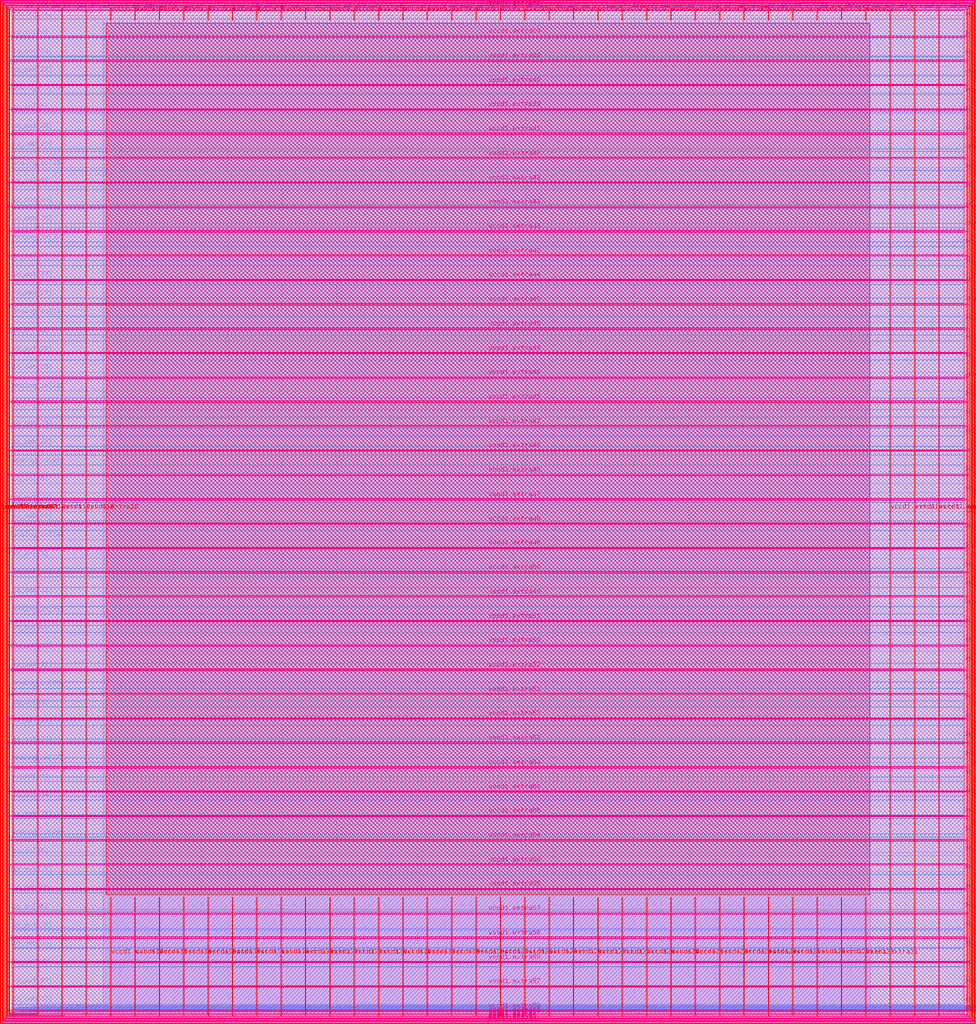
<source format=lef>
VERSION 5.7 ;
  NOWIREEXTENSIONATPIN ON ;
  DIVIDERCHAR "/" ;
  BUSBITCHARS "[]" ;
MACRO user_project_wrapper
  CLASS BLOCK ;
  FOREIGN user_project_wrapper ;
  ORIGIN 0.000 0.000 ;
  SIZE 3520.000 BY 3710.000 ;
  PIN analog_io[0]
    DIRECTION INOUT ;
    USE SIGNAL ;
    PORT
      LAYER met3 ;
        RECT 3516.000 1504.200 3520.000 1504.800 ;
    END
  END analog_io[0]
  PIN analog_io[10]
    DIRECTION INOUT ;
    USE SIGNAL ;
    PORT
      LAYER met2 ;
        RECT 2688.790 3706.000 2689.070 3710.000 ;
    END
  END analog_io[10]
  PIN analog_io[11]
    DIRECTION INOUT ;
    USE SIGNAL ;
    PORT
      LAYER met2 ;
        RECT 2297.330 3706.000 2297.610 3710.000 ;
    END
  END analog_io[11]
  PIN analog_io[12]
    DIRECTION INOUT ;
    USE SIGNAL ;
    PORT
      LAYER met2 ;
        RECT 1906.330 3706.000 1906.610 3710.000 ;
    END
  END analog_io[12]
  PIN analog_io[13]
    DIRECTION INOUT ;
    USE SIGNAL ;
    PORT
      LAYER met2 ;
        RECT 1515.330 3706.000 1515.610 3710.000 ;
    END
  END analog_io[13]
  PIN analog_io[14]
    DIRECTION INOUT ;
    USE SIGNAL ;
    PORT
      LAYER met2 ;
        RECT 1124.330 3706.000 1124.610 3710.000 ;
    END
  END analog_io[14]
  PIN analog_io[15]
    DIRECTION INOUT ;
    USE SIGNAL ;
    PORT
      LAYER met2 ;
        RECT 732.870 3706.000 733.150 3710.000 ;
    END
  END analog_io[15]
  PIN analog_io[16]
    DIRECTION INOUT ;
    USE SIGNAL ;
    PORT
      LAYER met2 ;
        RECT 341.870 3706.000 342.150 3710.000 ;
    END
  END analog_io[16]
  PIN analog_io[17]
    DIRECTION INOUT ;
    USE SIGNAL ;
    PORT
      LAYER met3 ;
        RECT 0.000 3674.760 4.000 3675.360 ;
    END
  END analog_io[17]
  PIN analog_io[18]
    DIRECTION INOUT ;
    USE SIGNAL ;
    PORT
      LAYER met3 ;
        RECT 0.000 3400.040 4.000 3400.640 ;
    END
  END analog_io[18]
  PIN analog_io[19]
    DIRECTION INOUT ;
    USE SIGNAL ;
    PORT
      LAYER met3 ;
        RECT 0.000 3125.320 4.000 3125.920 ;
    END
  END analog_io[19]
  PIN analog_io[1]
    DIRECTION INOUT ;
    USE SIGNAL ;
    PORT
      LAYER met3 ;
        RECT 3516.000 1784.360 3520.000 1784.960 ;
    END
  END analog_io[1]
  PIN analog_io[20]
    DIRECTION INOUT ;
    USE SIGNAL ;
    PORT
      LAYER met3 ;
        RECT 0.000 2850.600 4.000 2851.200 ;
    END
  END analog_io[20]
  PIN analog_io[21]
    DIRECTION INOUT ;
    USE SIGNAL ;
    PORT
      LAYER met3 ;
        RECT 0.000 2575.880 4.000 2576.480 ;
    END
  END analog_io[21]
  PIN analog_io[22]
    DIRECTION INOUT ;
    USE SIGNAL ;
    PORT
      LAYER met3 ;
        RECT 0.000 2301.160 4.000 2301.760 ;
    END
  END analog_io[22]
  PIN analog_io[23]
    DIRECTION INOUT ;
    USE SIGNAL ;
    PORT
      LAYER met3 ;
        RECT 0.000 2026.440 4.000 2027.040 ;
    END
  END analog_io[23]
  PIN analog_io[24]
    DIRECTION INOUT ;
    USE SIGNAL ;
    PORT
      LAYER met3 ;
        RECT 0.000 1751.040 4.000 1751.640 ;
    END
  END analog_io[24]
  PIN analog_io[25]
    DIRECTION INOUT ;
    USE SIGNAL ;
    PORT
      LAYER met3 ;
        RECT 0.000 1476.320 4.000 1476.920 ;
    END
  END analog_io[25]
  PIN analog_io[26]
    DIRECTION INOUT ;
    USE SIGNAL ;
    PORT
      LAYER met3 ;
        RECT 0.000 1201.600 4.000 1202.200 ;
    END
  END analog_io[26]
  PIN analog_io[27]
    DIRECTION INOUT ;
    USE SIGNAL ;
    PORT
      LAYER met3 ;
        RECT 0.000 926.880 4.000 927.480 ;
    END
  END analog_io[27]
  PIN analog_io[28]
    DIRECTION INOUT ;
    USE SIGNAL ;
    PORT
      LAYER met3 ;
        RECT 0.000 652.160 4.000 652.760 ;
    END
  END analog_io[28]
  PIN analog_io[2]
    DIRECTION INOUT ;
    USE SIGNAL ;
    PORT
      LAYER met3 ;
        RECT 3516.000 2064.520 3520.000 2065.120 ;
    END
  END analog_io[2]
  PIN analog_io[3]
    DIRECTION INOUT ;
    USE SIGNAL ;
    PORT
      LAYER met3 ;
        RECT 3516.000 2344.680 3520.000 2345.280 ;
    END
  END analog_io[3]
  PIN analog_io[4]
    DIRECTION INOUT ;
    USE SIGNAL ;
    PORT
      LAYER met3 ;
        RECT 3516.000 2624.160 3520.000 2624.760 ;
    END
  END analog_io[4]
  PIN analog_io[5]
    DIRECTION INOUT ;
    USE SIGNAL ;
    PORT
      LAYER met3 ;
        RECT 3516.000 2904.320 3520.000 2904.920 ;
    END
  END analog_io[5]
  PIN analog_io[6]
    DIRECTION INOUT ;
    USE SIGNAL ;
    PORT
      LAYER met3 ;
        RECT 3516.000 3184.480 3520.000 3185.080 ;
    END
  END analog_io[6]
  PIN analog_io[7]
    DIRECTION INOUT ;
    USE SIGNAL ;
    PORT
      LAYER met3 ;
        RECT 3516.000 3464.640 3520.000 3465.240 ;
    END
  END analog_io[7]
  PIN analog_io[8]
    DIRECTION INOUT ;
    USE SIGNAL ;
    PORT
      LAYER met2 ;
        RECT 3470.790 3706.000 3471.070 3710.000 ;
    END
  END analog_io[8]
  PIN analog_io[9]
    DIRECTION INOUT ;
    USE SIGNAL ;
    PORT
      LAYER met2 ;
        RECT 3079.790 3706.000 3080.070 3710.000 ;
    END
  END analog_io[9]
  PIN io_in[0]
    DIRECTION INPUT ;
    USE SIGNAL ;
    PORT
      LAYER met3 ;
        RECT 3516.000 34.720 3520.000 35.320 ;
    END
  END io_in[0]
  PIN io_in[10]
    DIRECTION INPUT ;
    USE SIGNAL ;
    PORT
      LAYER met3 ;
        RECT 3516.000 2414.720 3520.000 2415.320 ;
    END
  END io_in[10]
  PIN io_in[11]
    DIRECTION INPUT ;
    USE SIGNAL ;
    PORT
      LAYER met3 ;
        RECT 3516.000 2694.200 3520.000 2694.800 ;
    END
  END io_in[11]
  PIN io_in[12]
    DIRECTION INPUT ;
    USE SIGNAL ;
    PORT
      LAYER met3 ;
        RECT 3516.000 2974.360 3520.000 2974.960 ;
    END
  END io_in[12]
  PIN io_in[13]
    DIRECTION INPUT ;
    USE SIGNAL ;
    PORT
      LAYER met3 ;
        RECT 3516.000 3254.520 3520.000 3255.120 ;
    END
  END io_in[13]
  PIN io_in[14]
    DIRECTION INPUT ;
    USE SIGNAL ;
    PORT
      LAYER met3 ;
        RECT 3516.000 3534.680 3520.000 3535.280 ;
    END
  END io_in[14]
  PIN io_in[15]
    DIRECTION INPUT ;
    USE SIGNAL ;
    PORT
      LAYER met2 ;
        RECT 3372.810 3706.000 3373.090 3710.000 ;
    END
  END io_in[15]
  PIN io_in[16]
    DIRECTION INPUT ;
    USE SIGNAL ;
    PORT
      LAYER met2 ;
        RECT 2981.810 3706.000 2982.090 3710.000 ;
    END
  END io_in[16]
  PIN io_in[17]
    DIRECTION INPUT ;
    USE SIGNAL ;
    PORT
      LAYER met2 ;
        RECT 2590.810 3706.000 2591.090 3710.000 ;
    END
  END io_in[17]
  PIN io_in[18]
    DIRECTION INPUT ;
    USE SIGNAL ;
    PORT
      LAYER met2 ;
        RECT 2199.810 3706.000 2200.090 3710.000 ;
    END
  END io_in[18]
  PIN io_in[19]
    DIRECTION INPUT ;
    USE SIGNAL ;
    PORT
      LAYER met2 ;
        RECT 1808.810 3706.000 1809.090 3710.000 ;
    END
  END io_in[19]
  PIN io_in[1]
    DIRECTION INPUT ;
    USE SIGNAL ;
    PORT
      LAYER met3 ;
        RECT 3516.000 244.160 3520.000 244.760 ;
    END
  END io_in[1]
  PIN io_in[20]
    DIRECTION INPUT ;
    USE SIGNAL ;
    PORT
      LAYER met2 ;
        RECT 1417.350 3706.000 1417.630 3710.000 ;
    END
  END io_in[20]
  PIN io_in[21]
    DIRECTION INPUT ;
    USE SIGNAL ;
    PORT
      LAYER met2 ;
        RECT 1026.350 3706.000 1026.630 3710.000 ;
    END
  END io_in[21]
  PIN io_in[22]
    DIRECTION INPUT ;
    USE SIGNAL ;
    PORT
      LAYER met2 ;
        RECT 635.350 3706.000 635.630 3710.000 ;
    END
  END io_in[22]
  PIN io_in[23]
    DIRECTION INPUT ;
    USE SIGNAL ;
    PORT
      LAYER met2 ;
        RECT 244.350 3706.000 244.630 3710.000 ;
    END
  END io_in[23]
  PIN io_in[24]
    DIRECTION INPUT ;
    USE SIGNAL ;
    PORT
      LAYER met3 ;
        RECT 0.000 3606.080 4.000 3606.680 ;
    END
  END io_in[24]
  PIN io_in[25]
    DIRECTION INPUT ;
    USE SIGNAL ;
    PORT
      LAYER met3 ;
        RECT 0.000 3331.360 4.000 3331.960 ;
    END
  END io_in[25]
  PIN io_in[26]
    DIRECTION INPUT ;
    USE SIGNAL ;
    PORT
      LAYER met3 ;
        RECT 0.000 3056.640 4.000 3057.240 ;
    END
  END io_in[26]
  PIN io_in[27]
    DIRECTION INPUT ;
    USE SIGNAL ;
    PORT
      LAYER met3 ;
        RECT 0.000 2781.920 4.000 2782.520 ;
    END
  END io_in[27]
  PIN io_in[28]
    DIRECTION INPUT ;
    USE SIGNAL ;
    PORT
      LAYER met3 ;
        RECT 0.000 2507.200 4.000 2507.800 ;
    END
  END io_in[28]
  PIN io_in[29]
    DIRECTION INPUT ;
    USE SIGNAL ;
    PORT
      LAYER met3 ;
        RECT 0.000 2232.480 4.000 2233.080 ;
    END
  END io_in[29]
  PIN io_in[2]
    DIRECTION INPUT ;
    USE SIGNAL ;
    PORT
      LAYER met3 ;
        RECT 3516.000 454.280 3520.000 454.880 ;
    END
  END io_in[2]
  PIN io_in[30]
    DIRECTION INPUT ;
    USE SIGNAL ;
    PORT
      LAYER met3 ;
        RECT 0.000 1957.760 4.000 1958.360 ;
    END
  END io_in[30]
  PIN io_in[31]
    DIRECTION INPUT ;
    USE SIGNAL ;
    PORT
      LAYER met3 ;
        RECT 0.000 1682.360 4.000 1682.960 ;
    END
  END io_in[31]
  PIN io_in[32]
    DIRECTION INPUT ;
    USE SIGNAL ;
    PORT
      LAYER met3 ;
        RECT 0.000 1407.640 4.000 1408.240 ;
    END
  END io_in[32]
  PIN io_in[33]
    DIRECTION INPUT ;
    USE SIGNAL ;
    PORT
      LAYER met3 ;
        RECT 0.000 1132.920 4.000 1133.520 ;
    END
  END io_in[33]
  PIN io_in[34]
    DIRECTION INPUT ;
    USE SIGNAL ;
    PORT
      LAYER met3 ;
        RECT 0.000 858.200 4.000 858.800 ;
    END
  END io_in[34]
  PIN io_in[35]
    DIRECTION INPUT ;
    USE SIGNAL ;
    PORT
      LAYER met3 ;
        RECT 0.000 583.480 4.000 584.080 ;
    END
  END io_in[35]
  PIN io_in[36]
    DIRECTION INPUT ;
    USE SIGNAL ;
    PORT
      LAYER met3 ;
        RECT 0.000 377.440 4.000 378.040 ;
    END
  END io_in[36]
  PIN io_in[37]
    DIRECTION INPUT ;
    USE SIGNAL ;
    PORT
      LAYER met3 ;
        RECT 0.000 171.400 4.000 172.000 ;
    END
  END io_in[37]
  PIN io_in[3]
    DIRECTION INPUT ;
    USE SIGNAL ;
    PORT
      LAYER met3 ;
        RECT 3516.000 664.400 3520.000 665.000 ;
    END
  END io_in[3]
  PIN io_in[4]
    DIRECTION INPUT ;
    USE SIGNAL ;
    PORT
      LAYER met3 ;
        RECT 3516.000 874.520 3520.000 875.120 ;
    END
  END io_in[4]
  PIN io_in[5]
    DIRECTION INPUT ;
    USE SIGNAL ;
    PORT
      LAYER met3 ;
        RECT 3516.000 1084.640 3520.000 1085.240 ;
    END
  END io_in[5]
  PIN io_in[6]
    DIRECTION INPUT ;
    USE SIGNAL ;
    PORT
      LAYER met3 ;
        RECT 3516.000 1294.080 3520.000 1294.680 ;
    END
  END io_in[6]
  PIN io_in[7]
    DIRECTION INPUT ;
    USE SIGNAL ;
    PORT
      LAYER met3 ;
        RECT 3516.000 1574.240 3520.000 1574.840 ;
    END
  END io_in[7]
  PIN io_in[8]
    DIRECTION INPUT ;
    USE SIGNAL ;
    PORT
      LAYER met3 ;
        RECT 3516.000 1854.400 3520.000 1855.000 ;
    END
  END io_in[8]
  PIN io_in[9]
    DIRECTION INPUT ;
    USE SIGNAL ;
    PORT
      LAYER met3 ;
        RECT 3516.000 2134.560 3520.000 2135.160 ;
    END
  END io_in[9]
  PIN io_oeb[0]
    DIRECTION OUTPUT TRISTATE ;
    USE SIGNAL ;
    PORT
      LAYER met3 ;
        RECT 3516.000 174.120 3520.000 174.720 ;
    END
  END io_oeb[0]
  PIN io_oeb[10]
    DIRECTION OUTPUT TRISTATE ;
    USE SIGNAL ;
    PORT
      LAYER met3 ;
        RECT 3516.000 2554.120 3520.000 2554.720 ;
    END
  END io_oeb[10]
  PIN io_oeb[11]
    DIRECTION OUTPUT TRISTATE ;
    USE SIGNAL ;
    PORT
      LAYER met3 ;
        RECT 3516.000 2834.280 3520.000 2834.880 ;
    END
  END io_oeb[11]
  PIN io_oeb[12]
    DIRECTION OUTPUT TRISTATE ;
    USE SIGNAL ;
    PORT
      LAYER met3 ;
        RECT 3516.000 3114.440 3520.000 3115.040 ;
    END
  END io_oeb[12]
  PIN io_oeb[13]
    DIRECTION OUTPUT TRISTATE ;
    USE SIGNAL ;
    PORT
      LAYER met3 ;
        RECT 3516.000 3394.600 3520.000 3395.200 ;
    END
  END io_oeb[13]
  PIN io_oeb[14]
    DIRECTION OUTPUT TRISTATE ;
    USE SIGNAL ;
    PORT
      LAYER met3 ;
        RECT 3516.000 3674.760 3520.000 3675.360 ;
    END
  END io_oeb[14]
  PIN io_oeb[15]
    DIRECTION OUTPUT TRISTATE ;
    USE SIGNAL ;
    PORT
      LAYER met2 ;
        RECT 3177.310 3706.000 3177.590 3710.000 ;
    END
  END io_oeb[15]
  PIN io_oeb[16]
    DIRECTION OUTPUT TRISTATE ;
    USE SIGNAL ;
    PORT
      LAYER met2 ;
        RECT 2786.310 3706.000 2786.590 3710.000 ;
    END
  END io_oeb[16]
  PIN io_oeb[17]
    DIRECTION OUTPUT TRISTATE ;
    USE SIGNAL ;
    PORT
      LAYER met2 ;
        RECT 2395.310 3706.000 2395.590 3710.000 ;
    END
  END io_oeb[17]
  PIN io_oeb[18]
    DIRECTION OUTPUT TRISTATE ;
    USE SIGNAL ;
    PORT
      LAYER met2 ;
        RECT 2004.310 3706.000 2004.590 3710.000 ;
    END
  END io_oeb[18]
  PIN io_oeb[19]
    DIRECTION OUTPUT TRISTATE ;
    USE SIGNAL ;
    PORT
      LAYER met2 ;
        RECT 1612.850 3706.000 1613.130 3710.000 ;
    END
  END io_oeb[19]
  PIN io_oeb[1]
    DIRECTION OUTPUT TRISTATE ;
    USE SIGNAL ;
    PORT
      LAYER met3 ;
        RECT 3516.000 384.240 3520.000 384.840 ;
    END
  END io_oeb[1]
  PIN io_oeb[20]
    DIRECTION OUTPUT TRISTATE ;
    USE SIGNAL ;
    PORT
      LAYER met2 ;
        RECT 1221.850 3706.000 1222.130 3710.000 ;
    END
  END io_oeb[20]
  PIN io_oeb[21]
    DIRECTION OUTPUT TRISTATE ;
    USE SIGNAL ;
    PORT
      LAYER met2 ;
        RECT 830.850 3706.000 831.130 3710.000 ;
    END
  END io_oeb[21]
  PIN io_oeb[22]
    DIRECTION OUTPUT TRISTATE ;
    USE SIGNAL ;
    PORT
      LAYER met2 ;
        RECT 439.850 3706.000 440.130 3710.000 ;
    END
  END io_oeb[22]
  PIN io_oeb[23]
    DIRECTION OUTPUT TRISTATE ;
    USE SIGNAL ;
    PORT
      LAYER met2 ;
        RECT 48.850 3706.000 49.130 3710.000 ;
    END
  END io_oeb[23]
  PIN io_oeb[24]
    DIRECTION OUTPUT TRISTATE ;
    USE SIGNAL ;
    PORT
      LAYER met3 ;
        RECT 0.000 3468.720 4.000 3469.320 ;
    END
  END io_oeb[24]
  PIN io_oeb[25]
    DIRECTION OUTPUT TRISTATE ;
    USE SIGNAL ;
    PORT
      LAYER met3 ;
        RECT 0.000 3194.000 4.000 3194.600 ;
    END
  END io_oeb[25]
  PIN io_oeb[26]
    DIRECTION OUTPUT TRISTATE ;
    USE SIGNAL ;
    PORT
      LAYER met3 ;
        RECT 0.000 2919.280 4.000 2919.880 ;
    END
  END io_oeb[26]
  PIN io_oeb[27]
    DIRECTION OUTPUT TRISTATE ;
    USE SIGNAL ;
    PORT
      LAYER met3 ;
        RECT 0.000 2644.560 4.000 2645.160 ;
    END
  END io_oeb[27]
  PIN io_oeb[28]
    DIRECTION OUTPUT TRISTATE ;
    USE SIGNAL ;
    PORT
      LAYER met3 ;
        RECT 0.000 2369.840 4.000 2370.440 ;
    END
  END io_oeb[28]
  PIN io_oeb[29]
    DIRECTION OUTPUT TRISTATE ;
    USE SIGNAL ;
    PORT
      LAYER met3 ;
        RECT 0.000 2095.120 4.000 2095.720 ;
    END
  END io_oeb[29]
  PIN io_oeb[2]
    DIRECTION OUTPUT TRISTATE ;
    USE SIGNAL ;
    PORT
      LAYER met3 ;
        RECT 3516.000 594.360 3520.000 594.960 ;
    END
  END io_oeb[2]
  PIN io_oeb[30]
    DIRECTION OUTPUT TRISTATE ;
    USE SIGNAL ;
    PORT
      LAYER met3 ;
        RECT 0.000 1819.720 4.000 1820.320 ;
    END
  END io_oeb[30]
  PIN io_oeb[31]
    DIRECTION OUTPUT TRISTATE ;
    USE SIGNAL ;
    PORT
      LAYER met3 ;
        RECT 0.000 1545.000 4.000 1545.600 ;
    END
  END io_oeb[31]
  PIN io_oeb[32]
    DIRECTION OUTPUT TRISTATE ;
    USE SIGNAL ;
    PORT
      LAYER met3 ;
        RECT 0.000 1270.280 4.000 1270.880 ;
    END
  END io_oeb[32]
  PIN io_oeb[33]
    DIRECTION OUTPUT TRISTATE ;
    USE SIGNAL ;
    PORT
      LAYER met3 ;
        RECT 0.000 995.560 4.000 996.160 ;
    END
  END io_oeb[33]
  PIN io_oeb[34]
    DIRECTION OUTPUT TRISTATE ;
    USE SIGNAL ;
    PORT
      LAYER met3 ;
        RECT 0.000 720.840 4.000 721.440 ;
    END
  END io_oeb[34]
  PIN io_oeb[35]
    DIRECTION OUTPUT TRISTATE ;
    USE SIGNAL ;
    PORT
      LAYER met3 ;
        RECT 0.000 446.120 4.000 446.720 ;
    END
  END io_oeb[35]
  PIN io_oeb[36]
    DIRECTION OUTPUT TRISTATE ;
    USE SIGNAL ;
    PORT
      LAYER met3 ;
        RECT 0.000 240.080 4.000 240.680 ;
    END
  END io_oeb[36]
  PIN io_oeb[37]
    DIRECTION OUTPUT TRISTATE ;
    USE SIGNAL ;
    PORT
      LAYER met3 ;
        RECT 0.000 34.040 4.000 34.640 ;
    END
  END io_oeb[37]
  PIN io_oeb[3]
    DIRECTION OUTPUT TRISTATE ;
    USE SIGNAL ;
    PORT
      LAYER met3 ;
        RECT 3516.000 804.480 3520.000 805.080 ;
    END
  END io_oeb[3]
  PIN io_oeb[4]
    DIRECTION OUTPUT TRISTATE ;
    USE SIGNAL ;
    PORT
      LAYER met3 ;
        RECT 3516.000 1014.600 3520.000 1015.200 ;
    END
  END io_oeb[4]
  PIN io_oeb[5]
    DIRECTION OUTPUT TRISTATE ;
    USE SIGNAL ;
    PORT
      LAYER met3 ;
        RECT 3516.000 1224.720 3520.000 1225.320 ;
    END
  END io_oeb[5]
  PIN io_oeb[6]
    DIRECTION OUTPUT TRISTATE ;
    USE SIGNAL ;
    PORT
      LAYER met3 ;
        RECT 3516.000 1434.160 3520.000 1434.760 ;
    END
  END io_oeb[6]
  PIN io_oeb[7]
    DIRECTION OUTPUT TRISTATE ;
    USE SIGNAL ;
    PORT
      LAYER met3 ;
        RECT 3516.000 1714.320 3520.000 1714.920 ;
    END
  END io_oeb[7]
  PIN io_oeb[8]
    DIRECTION OUTPUT TRISTATE ;
    USE SIGNAL ;
    PORT
      LAYER met3 ;
        RECT 3516.000 1994.480 3520.000 1995.080 ;
    END
  END io_oeb[8]
  PIN io_oeb[9]
    DIRECTION OUTPUT TRISTATE ;
    USE SIGNAL ;
    PORT
      LAYER met3 ;
        RECT 3516.000 2274.640 3520.000 2275.240 ;
    END
  END io_oeb[9]
  PIN io_out[0]
    DIRECTION OUTPUT TRISTATE ;
    USE SIGNAL ;
    PORT
      LAYER met3 ;
        RECT 3516.000 104.080 3520.000 104.680 ;
    END
  END io_out[0]
  PIN io_out[10]
    DIRECTION OUTPUT TRISTATE ;
    USE SIGNAL ;
    PORT
      LAYER met3 ;
        RECT 3516.000 2484.760 3520.000 2485.360 ;
    END
  END io_out[10]
  PIN io_out[11]
    DIRECTION OUTPUT TRISTATE ;
    USE SIGNAL ;
    PORT
      LAYER met3 ;
        RECT 3516.000 2764.240 3520.000 2764.840 ;
    END
  END io_out[11]
  PIN io_out[12]
    DIRECTION OUTPUT TRISTATE ;
    USE SIGNAL ;
    PORT
      LAYER met3 ;
        RECT 3516.000 3044.400 3520.000 3045.000 ;
    END
  END io_out[12]
  PIN io_out[13]
    DIRECTION OUTPUT TRISTATE ;
    USE SIGNAL ;
    PORT
      LAYER met3 ;
        RECT 3516.000 3324.560 3520.000 3325.160 ;
    END
  END io_out[13]
  PIN io_out[14]
    DIRECTION OUTPUT TRISTATE ;
    USE SIGNAL ;
    PORT
      LAYER met3 ;
        RECT 3516.000 3604.720 3520.000 3605.320 ;
    END
  END io_out[14]
  PIN io_out[15]
    DIRECTION OUTPUT TRISTATE ;
    USE SIGNAL ;
    PORT
      LAYER met2 ;
        RECT 3275.290 3706.000 3275.570 3710.000 ;
    END
  END io_out[15]
  PIN io_out[16]
    DIRECTION OUTPUT TRISTATE ;
    USE SIGNAL ;
    PORT
      LAYER met2 ;
        RECT 2884.290 3706.000 2884.570 3710.000 ;
    END
  END io_out[16]
  PIN io_out[17]
    DIRECTION OUTPUT TRISTATE ;
    USE SIGNAL ;
    PORT
      LAYER met2 ;
        RECT 2492.830 3706.000 2493.110 3710.000 ;
    END
  END io_out[17]
  PIN io_out[18]
    DIRECTION OUTPUT TRISTATE ;
    USE SIGNAL ;
    PORT
      LAYER met2 ;
        RECT 2101.830 3706.000 2102.110 3710.000 ;
    END
  END io_out[18]
  PIN io_out[19]
    DIRECTION OUTPUT TRISTATE ;
    USE SIGNAL ;
    PORT
      LAYER met2 ;
        RECT 1710.830 3706.000 1711.110 3710.000 ;
    END
  END io_out[19]
  PIN io_out[1]
    DIRECTION OUTPUT TRISTATE ;
    USE SIGNAL ;
    PORT
      LAYER met3 ;
        RECT 3516.000 314.200 3520.000 314.800 ;
    END
  END io_out[1]
  PIN io_out[20]
    DIRECTION OUTPUT TRISTATE ;
    USE SIGNAL ;
    PORT
      LAYER met2 ;
        RECT 1319.830 3706.000 1320.110 3710.000 ;
    END
  END io_out[20]
  PIN io_out[21]
    DIRECTION OUTPUT TRISTATE ;
    USE SIGNAL ;
    PORT
      LAYER met2 ;
        RECT 928.830 3706.000 929.110 3710.000 ;
    END
  END io_out[21]
  PIN io_out[22]
    DIRECTION OUTPUT TRISTATE ;
    USE SIGNAL ;
    PORT
      LAYER met2 ;
        RECT 537.370 3706.000 537.650 3710.000 ;
    END
  END io_out[22]
  PIN io_out[23]
    DIRECTION OUTPUT TRISTATE ;
    USE SIGNAL ;
    PORT
      LAYER met2 ;
        RECT 146.370 3706.000 146.650 3710.000 ;
    END
  END io_out[23]
  PIN io_out[24]
    DIRECTION OUTPUT TRISTATE ;
    USE SIGNAL ;
    PORT
      LAYER met3 ;
        RECT 0.000 3537.400 4.000 3538.000 ;
    END
  END io_out[24]
  PIN io_out[25]
    DIRECTION OUTPUT TRISTATE ;
    USE SIGNAL ;
    PORT
      LAYER met3 ;
        RECT 0.000 3262.680 4.000 3263.280 ;
    END
  END io_out[25]
  PIN io_out[26]
    DIRECTION OUTPUT TRISTATE ;
    USE SIGNAL ;
    PORT
      LAYER met3 ;
        RECT 0.000 2987.960 4.000 2988.560 ;
    END
  END io_out[26]
  PIN io_out[27]
    DIRECTION OUTPUT TRISTATE ;
    USE SIGNAL ;
    PORT
      LAYER met3 ;
        RECT 0.000 2713.240 4.000 2713.840 ;
    END
  END io_out[27]
  PIN io_out[28]
    DIRECTION OUTPUT TRISTATE ;
    USE SIGNAL ;
    PORT
      LAYER met3 ;
        RECT 0.000 2438.520 4.000 2439.120 ;
    END
  END io_out[28]
  PIN io_out[29]
    DIRECTION OUTPUT TRISTATE ;
    USE SIGNAL ;
    PORT
      LAYER met3 ;
        RECT 0.000 2163.800 4.000 2164.400 ;
    END
  END io_out[29]
  PIN io_out[2]
    DIRECTION OUTPUT TRISTATE ;
    USE SIGNAL ;
    PORT
      LAYER met3 ;
        RECT 3516.000 524.320 3520.000 524.920 ;
    END
  END io_out[2]
  PIN io_out[30]
    DIRECTION OUTPUT TRISTATE ;
    USE SIGNAL ;
    PORT
      LAYER met3 ;
        RECT 0.000 1889.080 4.000 1889.680 ;
    END
  END io_out[30]
  PIN io_out[31]
    DIRECTION OUTPUT TRISTATE ;
    USE SIGNAL ;
    PORT
      LAYER met3 ;
        RECT 0.000 1613.680 4.000 1614.280 ;
    END
  END io_out[31]
  PIN io_out[32]
    DIRECTION OUTPUT TRISTATE ;
    USE SIGNAL ;
    PORT
      LAYER met3 ;
        RECT 0.000 1338.960 4.000 1339.560 ;
    END
  END io_out[32]
  PIN io_out[33]
    DIRECTION OUTPUT TRISTATE ;
    USE SIGNAL ;
    PORT
      LAYER met3 ;
        RECT 0.000 1064.240 4.000 1064.840 ;
    END
  END io_out[33]
  PIN io_out[34]
    DIRECTION OUTPUT TRISTATE ;
    USE SIGNAL ;
    PORT
      LAYER met3 ;
        RECT 0.000 789.520 4.000 790.120 ;
    END
  END io_out[34]
  PIN io_out[35]
    DIRECTION OUTPUT TRISTATE ;
    USE SIGNAL ;
    PORT
      LAYER met3 ;
        RECT 0.000 514.800 4.000 515.400 ;
    END
  END io_out[35]
  PIN io_out[36]
    DIRECTION OUTPUT TRISTATE ;
    USE SIGNAL ;
    PORT
      LAYER met3 ;
        RECT 0.000 308.760 4.000 309.360 ;
    END
  END io_out[36]
  PIN io_out[37]
    DIRECTION OUTPUT TRISTATE ;
    USE SIGNAL ;
    PORT
      LAYER met3 ;
        RECT 0.000 102.720 4.000 103.320 ;
    END
  END io_out[37]
  PIN io_out[3]
    DIRECTION OUTPUT TRISTATE ;
    USE SIGNAL ;
    PORT
      LAYER met3 ;
        RECT 3516.000 734.440 3520.000 735.040 ;
    END
  END io_out[3]
  PIN io_out[4]
    DIRECTION OUTPUT TRISTATE ;
    USE SIGNAL ;
    PORT
      LAYER met3 ;
        RECT 3516.000 944.560 3520.000 945.160 ;
    END
  END io_out[4]
  PIN io_out[5]
    DIRECTION OUTPUT TRISTATE ;
    USE SIGNAL ;
    PORT
      LAYER met3 ;
        RECT 3516.000 1154.680 3520.000 1155.280 ;
    END
  END io_out[5]
  PIN io_out[6]
    DIRECTION OUTPUT TRISTATE ;
    USE SIGNAL ;
    PORT
      LAYER met3 ;
        RECT 3516.000 1364.120 3520.000 1364.720 ;
    END
  END io_out[6]
  PIN io_out[7]
    DIRECTION OUTPUT TRISTATE ;
    USE SIGNAL ;
    PORT
      LAYER met3 ;
        RECT 3516.000 1644.280 3520.000 1644.880 ;
    END
  END io_out[7]
  PIN io_out[8]
    DIRECTION OUTPUT TRISTATE ;
    USE SIGNAL ;
    PORT
      LAYER met3 ;
        RECT 3516.000 1924.440 3520.000 1925.040 ;
    END
  END io_out[8]
  PIN io_out[9]
    DIRECTION OUTPUT TRISTATE ;
    USE SIGNAL ;
    PORT
      LAYER met3 ;
        RECT 3516.000 2204.600 3520.000 2205.200 ;
    END
  END io_out[9]
  PIN la_data_in[0]
    DIRECTION INPUT ;
    USE SIGNAL ;
    PORT
      LAYER met2 ;
        RECT 758.170 0.000 758.450 4.000 ;
    END
  END la_data_in[0]
  PIN la_data_in[100]
    DIRECTION INPUT ;
    USE SIGNAL ;
    PORT
      LAYER met2 ;
        RECT 2895.790 0.000 2896.070 4.000 ;
    END
  END la_data_in[100]
  PIN la_data_in[101]
    DIRECTION INPUT ;
    USE SIGNAL ;
    PORT
      LAYER met2 ;
        RECT 2917.410 0.000 2917.690 4.000 ;
    END
  END la_data_in[101]
  PIN la_data_in[102]
    DIRECTION INPUT ;
    USE SIGNAL ;
    PORT
      LAYER met2 ;
        RECT 2938.570 0.000 2938.850 4.000 ;
    END
  END la_data_in[102]
  PIN la_data_in[103]
    DIRECTION INPUT ;
    USE SIGNAL ;
    PORT
      LAYER met2 ;
        RECT 2960.190 0.000 2960.470 4.000 ;
    END
  END la_data_in[103]
  PIN la_data_in[104]
    DIRECTION INPUT ;
    USE SIGNAL ;
    PORT
      LAYER met2 ;
        RECT 2981.350 0.000 2981.630 4.000 ;
    END
  END la_data_in[104]
  PIN la_data_in[105]
    DIRECTION INPUT ;
    USE SIGNAL ;
    PORT
      LAYER met2 ;
        RECT 3002.970 0.000 3003.250 4.000 ;
    END
  END la_data_in[105]
  PIN la_data_in[106]
    DIRECTION INPUT ;
    USE SIGNAL ;
    PORT
      LAYER met2 ;
        RECT 3024.130 0.000 3024.410 4.000 ;
    END
  END la_data_in[106]
  PIN la_data_in[107]
    DIRECTION INPUT ;
    USE SIGNAL ;
    PORT
      LAYER met2 ;
        RECT 3045.750 0.000 3046.030 4.000 ;
    END
  END la_data_in[107]
  PIN la_data_in[108]
    DIRECTION INPUT ;
    USE SIGNAL ;
    PORT
      LAYER met2 ;
        RECT 3066.910 0.000 3067.190 4.000 ;
    END
  END la_data_in[108]
  PIN la_data_in[109]
    DIRECTION INPUT ;
    USE SIGNAL ;
    PORT
      LAYER met2 ;
        RECT 3088.530 0.000 3088.810 4.000 ;
    END
  END la_data_in[109]
  PIN la_data_in[10]
    DIRECTION INPUT ;
    USE SIGNAL ;
    PORT
      LAYER met2 ;
        RECT 972.070 0.000 972.350 4.000 ;
    END
  END la_data_in[10]
  PIN la_data_in[110]
    DIRECTION INPUT ;
    USE SIGNAL ;
    PORT
      LAYER met2 ;
        RECT 3109.690 0.000 3109.970 4.000 ;
    END
  END la_data_in[110]
  PIN la_data_in[111]
    DIRECTION INPUT ;
    USE SIGNAL ;
    PORT
      LAYER met2 ;
        RECT 3131.310 0.000 3131.590 4.000 ;
    END
  END la_data_in[111]
  PIN la_data_in[112]
    DIRECTION INPUT ;
    USE SIGNAL ;
    PORT
      LAYER met2 ;
        RECT 3152.470 0.000 3152.750 4.000 ;
    END
  END la_data_in[112]
  PIN la_data_in[113]
    DIRECTION INPUT ;
    USE SIGNAL ;
    PORT
      LAYER met2 ;
        RECT 3173.630 0.000 3173.910 4.000 ;
    END
  END la_data_in[113]
  PIN la_data_in[114]
    DIRECTION INPUT ;
    USE SIGNAL ;
    PORT
      LAYER met2 ;
        RECT 3195.250 0.000 3195.530 4.000 ;
    END
  END la_data_in[114]
  PIN la_data_in[115]
    DIRECTION INPUT ;
    USE SIGNAL ;
    PORT
      LAYER met2 ;
        RECT 3216.410 0.000 3216.690 4.000 ;
    END
  END la_data_in[115]
  PIN la_data_in[116]
    DIRECTION INPUT ;
    USE SIGNAL ;
    PORT
      LAYER met2 ;
        RECT 3238.030 0.000 3238.310 4.000 ;
    END
  END la_data_in[116]
  PIN la_data_in[117]
    DIRECTION INPUT ;
    USE SIGNAL ;
    PORT
      LAYER met2 ;
        RECT 3259.190 0.000 3259.470 4.000 ;
    END
  END la_data_in[117]
  PIN la_data_in[118]
    DIRECTION INPUT ;
    USE SIGNAL ;
    PORT
      LAYER met2 ;
        RECT 3280.810 0.000 3281.090 4.000 ;
    END
  END la_data_in[118]
  PIN la_data_in[119]
    DIRECTION INPUT ;
    USE SIGNAL ;
    PORT
      LAYER met2 ;
        RECT 3301.970 0.000 3302.250 4.000 ;
    END
  END la_data_in[119]
  PIN la_data_in[11]
    DIRECTION INPUT ;
    USE SIGNAL ;
    PORT
      LAYER met2 ;
        RECT 993.690 0.000 993.970 4.000 ;
    END
  END la_data_in[11]
  PIN la_data_in[120]
    DIRECTION INPUT ;
    USE SIGNAL ;
    PORT
      LAYER met2 ;
        RECT 3323.590 0.000 3323.870 4.000 ;
    END
  END la_data_in[120]
  PIN la_data_in[121]
    DIRECTION INPUT ;
    USE SIGNAL ;
    PORT
      LAYER met2 ;
        RECT 3344.750 0.000 3345.030 4.000 ;
    END
  END la_data_in[121]
  PIN la_data_in[122]
    DIRECTION INPUT ;
    USE SIGNAL ;
    PORT
      LAYER met2 ;
        RECT 3366.370 0.000 3366.650 4.000 ;
    END
  END la_data_in[122]
  PIN la_data_in[123]
    DIRECTION INPUT ;
    USE SIGNAL ;
    PORT
      LAYER met2 ;
        RECT 3387.530 0.000 3387.810 4.000 ;
    END
  END la_data_in[123]
  PIN la_data_in[124]
    DIRECTION INPUT ;
    USE SIGNAL ;
    PORT
      LAYER met2 ;
        RECT 3409.150 0.000 3409.430 4.000 ;
    END
  END la_data_in[124]
  PIN la_data_in[125]
    DIRECTION INPUT ;
    USE SIGNAL ;
    PORT
      LAYER met2 ;
        RECT 3430.310 0.000 3430.590 4.000 ;
    END
  END la_data_in[125]
  PIN la_data_in[126]
    DIRECTION INPUT ;
    USE SIGNAL ;
    PORT
      LAYER met2 ;
        RECT 3451.930 0.000 3452.210 4.000 ;
    END
  END la_data_in[126]
  PIN la_data_in[127]
    DIRECTION INPUT ;
    USE SIGNAL ;
    PORT
      LAYER met2 ;
        RECT 3473.090 0.000 3473.370 4.000 ;
    END
  END la_data_in[127]
  PIN la_data_in[12]
    DIRECTION INPUT ;
    USE SIGNAL ;
    PORT
      LAYER met2 ;
        RECT 1014.850 0.000 1015.130 4.000 ;
    END
  END la_data_in[12]
  PIN la_data_in[13]
    DIRECTION INPUT ;
    USE SIGNAL ;
    PORT
      LAYER met2 ;
        RECT 1036.470 0.000 1036.750 4.000 ;
    END
  END la_data_in[13]
  PIN la_data_in[14]
    DIRECTION INPUT ;
    USE SIGNAL ;
    PORT
      LAYER met2 ;
        RECT 1057.630 0.000 1057.910 4.000 ;
    END
  END la_data_in[14]
  PIN la_data_in[15]
    DIRECTION INPUT ;
    USE SIGNAL ;
    PORT
      LAYER met2 ;
        RECT 1078.790 0.000 1079.070 4.000 ;
    END
  END la_data_in[15]
  PIN la_data_in[16]
    DIRECTION INPUT ;
    USE SIGNAL ;
    PORT
      LAYER met2 ;
        RECT 1100.410 0.000 1100.690 4.000 ;
    END
  END la_data_in[16]
  PIN la_data_in[17]
    DIRECTION INPUT ;
    USE SIGNAL ;
    PORT
      LAYER met2 ;
        RECT 1121.570 0.000 1121.850 4.000 ;
    END
  END la_data_in[17]
  PIN la_data_in[18]
    DIRECTION INPUT ;
    USE SIGNAL ;
    PORT
      LAYER met2 ;
        RECT 1143.190 0.000 1143.470 4.000 ;
    END
  END la_data_in[18]
  PIN la_data_in[19]
    DIRECTION INPUT ;
    USE SIGNAL ;
    PORT
      LAYER met2 ;
        RECT 1164.350 0.000 1164.630 4.000 ;
    END
  END la_data_in[19]
  PIN la_data_in[1]
    DIRECTION INPUT ;
    USE SIGNAL ;
    PORT
      LAYER met2 ;
        RECT 779.790 0.000 780.070 4.000 ;
    END
  END la_data_in[1]
  PIN la_data_in[20]
    DIRECTION INPUT ;
    USE SIGNAL ;
    PORT
      LAYER met2 ;
        RECT 1185.970 0.000 1186.250 4.000 ;
    END
  END la_data_in[20]
  PIN la_data_in[21]
    DIRECTION INPUT ;
    USE SIGNAL ;
    PORT
      LAYER met2 ;
        RECT 1207.130 0.000 1207.410 4.000 ;
    END
  END la_data_in[21]
  PIN la_data_in[22]
    DIRECTION INPUT ;
    USE SIGNAL ;
    PORT
      LAYER met2 ;
        RECT 1228.750 0.000 1229.030 4.000 ;
    END
  END la_data_in[22]
  PIN la_data_in[23]
    DIRECTION INPUT ;
    USE SIGNAL ;
    PORT
      LAYER met2 ;
        RECT 1249.910 0.000 1250.190 4.000 ;
    END
  END la_data_in[23]
  PIN la_data_in[24]
    DIRECTION INPUT ;
    USE SIGNAL ;
    PORT
      LAYER met2 ;
        RECT 1271.530 0.000 1271.810 4.000 ;
    END
  END la_data_in[24]
  PIN la_data_in[25]
    DIRECTION INPUT ;
    USE SIGNAL ;
    PORT
      LAYER met2 ;
        RECT 1292.690 0.000 1292.970 4.000 ;
    END
  END la_data_in[25]
  PIN la_data_in[26]
    DIRECTION INPUT ;
    USE SIGNAL ;
    PORT
      LAYER met2 ;
        RECT 1314.310 0.000 1314.590 4.000 ;
    END
  END la_data_in[26]
  PIN la_data_in[27]
    DIRECTION INPUT ;
    USE SIGNAL ;
    PORT
      LAYER met2 ;
        RECT 1335.470 0.000 1335.750 4.000 ;
    END
  END la_data_in[27]
  PIN la_data_in[28]
    DIRECTION INPUT ;
    USE SIGNAL ;
    PORT
      LAYER met2 ;
        RECT 1357.090 0.000 1357.370 4.000 ;
    END
  END la_data_in[28]
  PIN la_data_in[29]
    DIRECTION INPUT ;
    USE SIGNAL ;
    PORT
      LAYER met2 ;
        RECT 1378.250 0.000 1378.530 4.000 ;
    END
  END la_data_in[29]
  PIN la_data_in[2]
    DIRECTION INPUT ;
    USE SIGNAL ;
    PORT
      LAYER met2 ;
        RECT 800.950 0.000 801.230 4.000 ;
    END
  END la_data_in[2]
  PIN la_data_in[30]
    DIRECTION INPUT ;
    USE SIGNAL ;
    PORT
      LAYER met2 ;
        RECT 1399.870 0.000 1400.150 4.000 ;
    END
  END la_data_in[30]
  PIN la_data_in[31]
    DIRECTION INPUT ;
    USE SIGNAL ;
    PORT
      LAYER met2 ;
        RECT 1421.030 0.000 1421.310 4.000 ;
    END
  END la_data_in[31]
  PIN la_data_in[32]
    DIRECTION INPUT ;
    USE SIGNAL ;
    PORT
      LAYER met2 ;
        RECT 1442.190 0.000 1442.470 4.000 ;
    END
  END la_data_in[32]
  PIN la_data_in[33]
    DIRECTION INPUT ;
    USE SIGNAL ;
    PORT
      LAYER met2 ;
        RECT 1463.810 0.000 1464.090 4.000 ;
    END
  END la_data_in[33]
  PIN la_data_in[34]
    DIRECTION INPUT ;
    USE SIGNAL ;
    PORT
      LAYER met2 ;
        RECT 1484.970 0.000 1485.250 4.000 ;
    END
  END la_data_in[34]
  PIN la_data_in[35]
    DIRECTION INPUT ;
    USE SIGNAL ;
    PORT
      LAYER met2 ;
        RECT 1506.590 0.000 1506.870 4.000 ;
    END
  END la_data_in[35]
  PIN la_data_in[36]
    DIRECTION INPUT ;
    USE SIGNAL ;
    PORT
      LAYER met2 ;
        RECT 1527.750 0.000 1528.030 4.000 ;
    END
  END la_data_in[36]
  PIN la_data_in[37]
    DIRECTION INPUT ;
    USE SIGNAL ;
    PORT
      LAYER met2 ;
        RECT 1549.370 0.000 1549.650 4.000 ;
    END
  END la_data_in[37]
  PIN la_data_in[38]
    DIRECTION INPUT ;
    USE SIGNAL ;
    PORT
      LAYER met2 ;
        RECT 1570.530 0.000 1570.810 4.000 ;
    END
  END la_data_in[38]
  PIN la_data_in[39]
    DIRECTION INPUT ;
    USE SIGNAL ;
    PORT
      LAYER met2 ;
        RECT 1592.150 0.000 1592.430 4.000 ;
    END
  END la_data_in[39]
  PIN la_data_in[3]
    DIRECTION INPUT ;
    USE SIGNAL ;
    PORT
      LAYER met2 ;
        RECT 822.570 0.000 822.850 4.000 ;
    END
  END la_data_in[3]
  PIN la_data_in[40]
    DIRECTION INPUT ;
    USE SIGNAL ;
    PORT
      LAYER met2 ;
        RECT 1613.310 0.000 1613.590 4.000 ;
    END
  END la_data_in[40]
  PIN la_data_in[41]
    DIRECTION INPUT ;
    USE SIGNAL ;
    PORT
      LAYER met2 ;
        RECT 1634.930 0.000 1635.210 4.000 ;
    END
  END la_data_in[41]
  PIN la_data_in[42]
    DIRECTION INPUT ;
    USE SIGNAL ;
    PORT
      LAYER met2 ;
        RECT 1656.090 0.000 1656.370 4.000 ;
    END
  END la_data_in[42]
  PIN la_data_in[43]
    DIRECTION INPUT ;
    USE SIGNAL ;
    PORT
      LAYER met2 ;
        RECT 1677.710 0.000 1677.990 4.000 ;
    END
  END la_data_in[43]
  PIN la_data_in[44]
    DIRECTION INPUT ;
    USE SIGNAL ;
    PORT
      LAYER met2 ;
        RECT 1698.870 0.000 1699.150 4.000 ;
    END
  END la_data_in[44]
  PIN la_data_in[45]
    DIRECTION INPUT ;
    USE SIGNAL ;
    PORT
      LAYER met2 ;
        RECT 1720.490 0.000 1720.770 4.000 ;
    END
  END la_data_in[45]
  PIN la_data_in[46]
    DIRECTION INPUT ;
    USE SIGNAL ;
    PORT
      LAYER met2 ;
        RECT 1741.650 0.000 1741.930 4.000 ;
    END
  END la_data_in[46]
  PIN la_data_in[47]
    DIRECTION INPUT ;
    USE SIGNAL ;
    PORT
      LAYER met2 ;
        RECT 1763.270 0.000 1763.550 4.000 ;
    END
  END la_data_in[47]
  PIN la_data_in[48]
    DIRECTION INPUT ;
    USE SIGNAL ;
    PORT
      LAYER met2 ;
        RECT 1784.430 0.000 1784.710 4.000 ;
    END
  END la_data_in[48]
  PIN la_data_in[49]
    DIRECTION INPUT ;
    USE SIGNAL ;
    PORT
      LAYER met2 ;
        RECT 1805.590 0.000 1805.870 4.000 ;
    END
  END la_data_in[49]
  PIN la_data_in[4]
    DIRECTION INPUT ;
    USE SIGNAL ;
    PORT
      LAYER met2 ;
        RECT 843.730 0.000 844.010 4.000 ;
    END
  END la_data_in[4]
  PIN la_data_in[50]
    DIRECTION INPUT ;
    USE SIGNAL ;
    PORT
      LAYER met2 ;
        RECT 1827.210 0.000 1827.490 4.000 ;
    END
  END la_data_in[50]
  PIN la_data_in[51]
    DIRECTION INPUT ;
    USE SIGNAL ;
    PORT
      LAYER met2 ;
        RECT 1848.370 0.000 1848.650 4.000 ;
    END
  END la_data_in[51]
  PIN la_data_in[52]
    DIRECTION INPUT ;
    USE SIGNAL ;
    PORT
      LAYER met2 ;
        RECT 1869.990 0.000 1870.270 4.000 ;
    END
  END la_data_in[52]
  PIN la_data_in[53]
    DIRECTION INPUT ;
    USE SIGNAL ;
    PORT
      LAYER met2 ;
        RECT 1891.150 0.000 1891.430 4.000 ;
    END
  END la_data_in[53]
  PIN la_data_in[54]
    DIRECTION INPUT ;
    USE SIGNAL ;
    PORT
      LAYER met2 ;
        RECT 1912.770 0.000 1913.050 4.000 ;
    END
  END la_data_in[54]
  PIN la_data_in[55]
    DIRECTION INPUT ;
    USE SIGNAL ;
    PORT
      LAYER met2 ;
        RECT 1933.930 0.000 1934.210 4.000 ;
    END
  END la_data_in[55]
  PIN la_data_in[56]
    DIRECTION INPUT ;
    USE SIGNAL ;
    PORT
      LAYER met2 ;
        RECT 1955.550 0.000 1955.830 4.000 ;
    END
  END la_data_in[56]
  PIN la_data_in[57]
    DIRECTION INPUT ;
    USE SIGNAL ;
    PORT
      LAYER met2 ;
        RECT 1976.710 0.000 1976.990 4.000 ;
    END
  END la_data_in[57]
  PIN la_data_in[58]
    DIRECTION INPUT ;
    USE SIGNAL ;
    PORT
      LAYER met2 ;
        RECT 1998.330 0.000 1998.610 4.000 ;
    END
  END la_data_in[58]
  PIN la_data_in[59]
    DIRECTION INPUT ;
    USE SIGNAL ;
    PORT
      LAYER met2 ;
        RECT 2019.490 0.000 2019.770 4.000 ;
    END
  END la_data_in[59]
  PIN la_data_in[5]
    DIRECTION INPUT ;
    USE SIGNAL ;
    PORT
      LAYER met2 ;
        RECT 865.350 0.000 865.630 4.000 ;
    END
  END la_data_in[5]
  PIN la_data_in[60]
    DIRECTION INPUT ;
    USE SIGNAL ;
    PORT
      LAYER met2 ;
        RECT 2041.110 0.000 2041.390 4.000 ;
    END
  END la_data_in[60]
  PIN la_data_in[61]
    DIRECTION INPUT ;
    USE SIGNAL ;
    PORT
      LAYER met2 ;
        RECT 2062.270 0.000 2062.550 4.000 ;
    END
  END la_data_in[61]
  PIN la_data_in[62]
    DIRECTION INPUT ;
    USE SIGNAL ;
    PORT
      LAYER met2 ;
        RECT 2083.890 0.000 2084.170 4.000 ;
    END
  END la_data_in[62]
  PIN la_data_in[63]
    DIRECTION INPUT ;
    USE SIGNAL ;
    PORT
      LAYER met2 ;
        RECT 2105.050 0.000 2105.330 4.000 ;
    END
  END la_data_in[63]
  PIN la_data_in[64]
    DIRECTION INPUT ;
    USE SIGNAL ;
    PORT
      LAYER met2 ;
        RECT 2126.210 0.000 2126.490 4.000 ;
    END
  END la_data_in[64]
  PIN la_data_in[65]
    DIRECTION INPUT ;
    USE SIGNAL ;
    PORT
      LAYER met2 ;
        RECT 2147.830 0.000 2148.110 4.000 ;
    END
  END la_data_in[65]
  PIN la_data_in[66]
    DIRECTION INPUT ;
    USE SIGNAL ;
    PORT
      LAYER met2 ;
        RECT 2168.990 0.000 2169.270 4.000 ;
    END
  END la_data_in[66]
  PIN la_data_in[67]
    DIRECTION INPUT ;
    USE SIGNAL ;
    PORT
      LAYER met2 ;
        RECT 2190.610 0.000 2190.890 4.000 ;
    END
  END la_data_in[67]
  PIN la_data_in[68]
    DIRECTION INPUT ;
    USE SIGNAL ;
    PORT
      LAYER met2 ;
        RECT 2211.770 0.000 2212.050 4.000 ;
    END
  END la_data_in[68]
  PIN la_data_in[69]
    DIRECTION INPUT ;
    USE SIGNAL ;
    PORT
      LAYER met2 ;
        RECT 2233.390 0.000 2233.670 4.000 ;
    END
  END la_data_in[69]
  PIN la_data_in[6]
    DIRECTION INPUT ;
    USE SIGNAL ;
    PORT
      LAYER met2 ;
        RECT 886.510 0.000 886.790 4.000 ;
    END
  END la_data_in[6]
  PIN la_data_in[70]
    DIRECTION INPUT ;
    USE SIGNAL ;
    PORT
      LAYER met2 ;
        RECT 2254.550 0.000 2254.830 4.000 ;
    END
  END la_data_in[70]
  PIN la_data_in[71]
    DIRECTION INPUT ;
    USE SIGNAL ;
    PORT
      LAYER met2 ;
        RECT 2276.170 0.000 2276.450 4.000 ;
    END
  END la_data_in[71]
  PIN la_data_in[72]
    DIRECTION INPUT ;
    USE SIGNAL ;
    PORT
      LAYER met2 ;
        RECT 2297.330 0.000 2297.610 4.000 ;
    END
  END la_data_in[72]
  PIN la_data_in[73]
    DIRECTION INPUT ;
    USE SIGNAL ;
    PORT
      LAYER met2 ;
        RECT 2318.950 0.000 2319.230 4.000 ;
    END
  END la_data_in[73]
  PIN la_data_in[74]
    DIRECTION INPUT ;
    USE SIGNAL ;
    PORT
      LAYER met2 ;
        RECT 2340.110 0.000 2340.390 4.000 ;
    END
  END la_data_in[74]
  PIN la_data_in[75]
    DIRECTION INPUT ;
    USE SIGNAL ;
    PORT
      LAYER met2 ;
        RECT 2361.730 0.000 2362.010 4.000 ;
    END
  END la_data_in[75]
  PIN la_data_in[76]
    DIRECTION INPUT ;
    USE SIGNAL ;
    PORT
      LAYER met2 ;
        RECT 2382.890 0.000 2383.170 4.000 ;
    END
  END la_data_in[76]
  PIN la_data_in[77]
    DIRECTION INPUT ;
    USE SIGNAL ;
    PORT
      LAYER met2 ;
        RECT 2404.510 0.000 2404.790 4.000 ;
    END
  END la_data_in[77]
  PIN la_data_in[78]
    DIRECTION INPUT ;
    USE SIGNAL ;
    PORT
      LAYER met2 ;
        RECT 2425.670 0.000 2425.950 4.000 ;
    END
  END la_data_in[78]
  PIN la_data_in[79]
    DIRECTION INPUT ;
    USE SIGNAL ;
    PORT
      LAYER met2 ;
        RECT 2447.290 0.000 2447.570 4.000 ;
    END
  END la_data_in[79]
  PIN la_data_in[7]
    DIRECTION INPUT ;
    USE SIGNAL ;
    PORT
      LAYER met2 ;
        RECT 908.130 0.000 908.410 4.000 ;
    END
  END la_data_in[7]
  PIN la_data_in[80]
    DIRECTION INPUT ;
    USE SIGNAL ;
    PORT
      LAYER met2 ;
        RECT 2468.450 0.000 2468.730 4.000 ;
    END
  END la_data_in[80]
  PIN la_data_in[81]
    DIRECTION INPUT ;
    USE SIGNAL ;
    PORT
      LAYER met2 ;
        RECT 2489.610 0.000 2489.890 4.000 ;
    END
  END la_data_in[81]
  PIN la_data_in[82]
    DIRECTION INPUT ;
    USE SIGNAL ;
    PORT
      LAYER met2 ;
        RECT 2511.230 0.000 2511.510 4.000 ;
    END
  END la_data_in[82]
  PIN la_data_in[83]
    DIRECTION INPUT ;
    USE SIGNAL ;
    PORT
      LAYER met2 ;
        RECT 2532.390 0.000 2532.670 4.000 ;
    END
  END la_data_in[83]
  PIN la_data_in[84]
    DIRECTION INPUT ;
    USE SIGNAL ;
    PORT
      LAYER met2 ;
        RECT 2554.010 0.000 2554.290 4.000 ;
    END
  END la_data_in[84]
  PIN la_data_in[85]
    DIRECTION INPUT ;
    USE SIGNAL ;
    PORT
      LAYER met2 ;
        RECT 2575.170 0.000 2575.450 4.000 ;
    END
  END la_data_in[85]
  PIN la_data_in[86]
    DIRECTION INPUT ;
    USE SIGNAL ;
    PORT
      LAYER met2 ;
        RECT 2596.790 0.000 2597.070 4.000 ;
    END
  END la_data_in[86]
  PIN la_data_in[87]
    DIRECTION INPUT ;
    USE SIGNAL ;
    PORT
      LAYER met2 ;
        RECT 2617.950 0.000 2618.230 4.000 ;
    END
  END la_data_in[87]
  PIN la_data_in[88]
    DIRECTION INPUT ;
    USE SIGNAL ;
    PORT
      LAYER met2 ;
        RECT 2639.570 0.000 2639.850 4.000 ;
    END
  END la_data_in[88]
  PIN la_data_in[89]
    DIRECTION INPUT ;
    USE SIGNAL ;
    PORT
      LAYER met2 ;
        RECT 2660.730 0.000 2661.010 4.000 ;
    END
  END la_data_in[89]
  PIN la_data_in[8]
    DIRECTION INPUT ;
    USE SIGNAL ;
    PORT
      LAYER met2 ;
        RECT 929.290 0.000 929.570 4.000 ;
    END
  END la_data_in[8]
  PIN la_data_in[90]
    DIRECTION INPUT ;
    USE SIGNAL ;
    PORT
      LAYER met2 ;
        RECT 2682.350 0.000 2682.630 4.000 ;
    END
  END la_data_in[90]
  PIN la_data_in[91]
    DIRECTION INPUT ;
    USE SIGNAL ;
    PORT
      LAYER met2 ;
        RECT 2703.510 0.000 2703.790 4.000 ;
    END
  END la_data_in[91]
  PIN la_data_in[92]
    DIRECTION INPUT ;
    USE SIGNAL ;
    PORT
      LAYER met2 ;
        RECT 2725.130 0.000 2725.410 4.000 ;
    END
  END la_data_in[92]
  PIN la_data_in[93]
    DIRECTION INPUT ;
    USE SIGNAL ;
    PORT
      LAYER met2 ;
        RECT 2746.290 0.000 2746.570 4.000 ;
    END
  END la_data_in[93]
  PIN la_data_in[94]
    DIRECTION INPUT ;
    USE SIGNAL ;
    PORT
      LAYER met2 ;
        RECT 2767.910 0.000 2768.190 4.000 ;
    END
  END la_data_in[94]
  PIN la_data_in[95]
    DIRECTION INPUT ;
    USE SIGNAL ;
    PORT
      LAYER met2 ;
        RECT 2789.070 0.000 2789.350 4.000 ;
    END
  END la_data_in[95]
  PIN la_data_in[96]
    DIRECTION INPUT ;
    USE SIGNAL ;
    PORT
      LAYER met2 ;
        RECT 2810.690 0.000 2810.970 4.000 ;
    END
  END la_data_in[96]
  PIN la_data_in[97]
    DIRECTION INPUT ;
    USE SIGNAL ;
    PORT
      LAYER met2 ;
        RECT 2831.850 0.000 2832.130 4.000 ;
    END
  END la_data_in[97]
  PIN la_data_in[98]
    DIRECTION INPUT ;
    USE SIGNAL ;
    PORT
      LAYER met2 ;
        RECT 2853.010 0.000 2853.290 4.000 ;
    END
  END la_data_in[98]
  PIN la_data_in[99]
    DIRECTION INPUT ;
    USE SIGNAL ;
    PORT
      LAYER met2 ;
        RECT 2874.630 0.000 2874.910 4.000 ;
    END
  END la_data_in[99]
  PIN la_data_in[9]
    DIRECTION INPUT ;
    USE SIGNAL ;
    PORT
      LAYER met2 ;
        RECT 950.910 0.000 951.190 4.000 ;
    END
  END la_data_in[9]
  PIN la_data_out[0]
    DIRECTION OUTPUT TRISTATE ;
    USE SIGNAL ;
    PORT
      LAYER met2 ;
        RECT 765.530 0.000 765.810 4.000 ;
    END
  END la_data_out[0]
  PIN la_data_out[100]
    DIRECTION OUTPUT TRISTATE ;
    USE SIGNAL ;
    PORT
      LAYER met2 ;
        RECT 2903.150 0.000 2903.430 4.000 ;
    END
  END la_data_out[100]
  PIN la_data_out[101]
    DIRECTION OUTPUT TRISTATE ;
    USE SIGNAL ;
    PORT
      LAYER met2 ;
        RECT 2924.310 0.000 2924.590 4.000 ;
    END
  END la_data_out[101]
  PIN la_data_out[102]
    DIRECTION OUTPUT TRISTATE ;
    USE SIGNAL ;
    PORT
      LAYER met2 ;
        RECT 2945.930 0.000 2946.210 4.000 ;
    END
  END la_data_out[102]
  PIN la_data_out[103]
    DIRECTION OUTPUT TRISTATE ;
    USE SIGNAL ;
    PORT
      LAYER met2 ;
        RECT 2967.090 0.000 2967.370 4.000 ;
    END
  END la_data_out[103]
  PIN la_data_out[104]
    DIRECTION OUTPUT TRISTATE ;
    USE SIGNAL ;
    PORT
      LAYER met2 ;
        RECT 2988.710 0.000 2988.990 4.000 ;
    END
  END la_data_out[104]
  PIN la_data_out[105]
    DIRECTION OUTPUT TRISTATE ;
    USE SIGNAL ;
    PORT
      LAYER met2 ;
        RECT 3009.870 0.000 3010.150 4.000 ;
    END
  END la_data_out[105]
  PIN la_data_out[106]
    DIRECTION OUTPUT TRISTATE ;
    USE SIGNAL ;
    PORT
      LAYER met2 ;
        RECT 3031.490 0.000 3031.770 4.000 ;
    END
  END la_data_out[106]
  PIN la_data_out[107]
    DIRECTION OUTPUT TRISTATE ;
    USE SIGNAL ;
    PORT
      LAYER met2 ;
        RECT 3052.650 0.000 3052.930 4.000 ;
    END
  END la_data_out[107]
  PIN la_data_out[108]
    DIRECTION OUTPUT TRISTATE ;
    USE SIGNAL ;
    PORT
      LAYER met2 ;
        RECT 3074.270 0.000 3074.550 4.000 ;
    END
  END la_data_out[108]
  PIN la_data_out[109]
    DIRECTION OUTPUT TRISTATE ;
    USE SIGNAL ;
    PORT
      LAYER met2 ;
        RECT 3095.430 0.000 3095.710 4.000 ;
    END
  END la_data_out[109]
  PIN la_data_out[10]
    DIRECTION OUTPUT TRISTATE ;
    USE SIGNAL ;
    PORT
      LAYER met2 ;
        RECT 979.430 0.000 979.710 4.000 ;
    END
  END la_data_out[10]
  PIN la_data_out[110]
    DIRECTION OUTPUT TRISTATE ;
    USE SIGNAL ;
    PORT
      LAYER met2 ;
        RECT 3117.050 0.000 3117.330 4.000 ;
    END
  END la_data_out[110]
  PIN la_data_out[111]
    DIRECTION OUTPUT TRISTATE ;
    USE SIGNAL ;
    PORT
      LAYER met2 ;
        RECT 3138.210 0.000 3138.490 4.000 ;
    END
  END la_data_out[111]
  PIN la_data_out[112]
    DIRECTION OUTPUT TRISTATE ;
    USE SIGNAL ;
    PORT
      LAYER met2 ;
        RECT 3159.830 0.000 3160.110 4.000 ;
    END
  END la_data_out[112]
  PIN la_data_out[113]
    DIRECTION OUTPUT TRISTATE ;
    USE SIGNAL ;
    PORT
      LAYER met2 ;
        RECT 3180.990 0.000 3181.270 4.000 ;
    END
  END la_data_out[113]
  PIN la_data_out[114]
    DIRECTION OUTPUT TRISTATE ;
    USE SIGNAL ;
    PORT
      LAYER met2 ;
        RECT 3202.150 0.000 3202.430 4.000 ;
    END
  END la_data_out[114]
  PIN la_data_out[115]
    DIRECTION OUTPUT TRISTATE ;
    USE SIGNAL ;
    PORT
      LAYER met2 ;
        RECT 3223.770 0.000 3224.050 4.000 ;
    END
  END la_data_out[115]
  PIN la_data_out[116]
    DIRECTION OUTPUT TRISTATE ;
    USE SIGNAL ;
    PORT
      LAYER met2 ;
        RECT 3244.930 0.000 3245.210 4.000 ;
    END
  END la_data_out[116]
  PIN la_data_out[117]
    DIRECTION OUTPUT TRISTATE ;
    USE SIGNAL ;
    PORT
      LAYER met2 ;
        RECT 3266.550 0.000 3266.830 4.000 ;
    END
  END la_data_out[117]
  PIN la_data_out[118]
    DIRECTION OUTPUT TRISTATE ;
    USE SIGNAL ;
    PORT
      LAYER met2 ;
        RECT 3287.710 0.000 3287.990 4.000 ;
    END
  END la_data_out[118]
  PIN la_data_out[119]
    DIRECTION OUTPUT TRISTATE ;
    USE SIGNAL ;
    PORT
      LAYER met2 ;
        RECT 3309.330 0.000 3309.610 4.000 ;
    END
  END la_data_out[119]
  PIN la_data_out[11]
    DIRECTION OUTPUT TRISTATE ;
    USE SIGNAL ;
    PORT
      LAYER met2 ;
        RECT 1000.590 0.000 1000.870 4.000 ;
    END
  END la_data_out[11]
  PIN la_data_out[120]
    DIRECTION OUTPUT TRISTATE ;
    USE SIGNAL ;
    PORT
      LAYER met2 ;
        RECT 3330.490 0.000 3330.770 4.000 ;
    END
  END la_data_out[120]
  PIN la_data_out[121]
    DIRECTION OUTPUT TRISTATE ;
    USE SIGNAL ;
    PORT
      LAYER met2 ;
        RECT 3352.110 0.000 3352.390 4.000 ;
    END
  END la_data_out[121]
  PIN la_data_out[122]
    DIRECTION OUTPUT TRISTATE ;
    USE SIGNAL ;
    PORT
      LAYER met2 ;
        RECT 3373.270 0.000 3373.550 4.000 ;
    END
  END la_data_out[122]
  PIN la_data_out[123]
    DIRECTION OUTPUT TRISTATE ;
    USE SIGNAL ;
    PORT
      LAYER met2 ;
        RECT 3394.890 0.000 3395.170 4.000 ;
    END
  END la_data_out[123]
  PIN la_data_out[124]
    DIRECTION OUTPUT TRISTATE ;
    USE SIGNAL ;
    PORT
      LAYER met2 ;
        RECT 3416.050 0.000 3416.330 4.000 ;
    END
  END la_data_out[124]
  PIN la_data_out[125]
    DIRECTION OUTPUT TRISTATE ;
    USE SIGNAL ;
    PORT
      LAYER met2 ;
        RECT 3437.670 0.000 3437.950 4.000 ;
    END
  END la_data_out[125]
  PIN la_data_out[126]
    DIRECTION OUTPUT TRISTATE ;
    USE SIGNAL ;
    PORT
      LAYER met2 ;
        RECT 3458.830 0.000 3459.110 4.000 ;
    END
  END la_data_out[126]
  PIN la_data_out[127]
    DIRECTION OUTPUT TRISTATE ;
    USE SIGNAL ;
    PORT
      LAYER met2 ;
        RECT 3480.450 0.000 3480.730 4.000 ;
    END
  END la_data_out[127]
  PIN la_data_out[12]
    DIRECTION OUTPUT TRISTATE ;
    USE SIGNAL ;
    PORT
      LAYER met2 ;
        RECT 1022.210 0.000 1022.490 4.000 ;
    END
  END la_data_out[12]
  PIN la_data_out[13]
    DIRECTION OUTPUT TRISTATE ;
    USE SIGNAL ;
    PORT
      LAYER met2 ;
        RECT 1043.370 0.000 1043.650 4.000 ;
    END
  END la_data_out[13]
  PIN la_data_out[14]
    DIRECTION OUTPUT TRISTATE ;
    USE SIGNAL ;
    PORT
      LAYER met2 ;
        RECT 1064.530 0.000 1064.810 4.000 ;
    END
  END la_data_out[14]
  PIN la_data_out[15]
    DIRECTION OUTPUT TRISTATE ;
    USE SIGNAL ;
    PORT
      LAYER met2 ;
        RECT 1086.150 0.000 1086.430 4.000 ;
    END
  END la_data_out[15]
  PIN la_data_out[16]
    DIRECTION OUTPUT TRISTATE ;
    USE SIGNAL ;
    PORT
      LAYER met2 ;
        RECT 1107.310 0.000 1107.590 4.000 ;
    END
  END la_data_out[16]
  PIN la_data_out[17]
    DIRECTION OUTPUT TRISTATE ;
    USE SIGNAL ;
    PORT
      LAYER met2 ;
        RECT 1128.930 0.000 1129.210 4.000 ;
    END
  END la_data_out[17]
  PIN la_data_out[18]
    DIRECTION OUTPUT TRISTATE ;
    USE SIGNAL ;
    PORT
      LAYER met2 ;
        RECT 1150.090 0.000 1150.370 4.000 ;
    END
  END la_data_out[18]
  PIN la_data_out[19]
    DIRECTION OUTPUT TRISTATE ;
    USE SIGNAL ;
    PORT
      LAYER met2 ;
        RECT 1171.710 0.000 1171.990 4.000 ;
    END
  END la_data_out[19]
  PIN la_data_out[1]
    DIRECTION OUTPUT TRISTATE ;
    USE SIGNAL ;
    PORT
      LAYER met2 ;
        RECT 786.690 0.000 786.970 4.000 ;
    END
  END la_data_out[1]
  PIN la_data_out[20]
    DIRECTION OUTPUT TRISTATE ;
    USE SIGNAL ;
    PORT
      LAYER met2 ;
        RECT 1192.870 0.000 1193.150 4.000 ;
    END
  END la_data_out[20]
  PIN la_data_out[21]
    DIRECTION OUTPUT TRISTATE ;
    USE SIGNAL ;
    PORT
      LAYER met2 ;
        RECT 1214.490 0.000 1214.770 4.000 ;
    END
  END la_data_out[21]
  PIN la_data_out[22]
    DIRECTION OUTPUT TRISTATE ;
    USE SIGNAL ;
    PORT
      LAYER met2 ;
        RECT 1235.650 0.000 1235.930 4.000 ;
    END
  END la_data_out[22]
  PIN la_data_out[23]
    DIRECTION OUTPUT TRISTATE ;
    USE SIGNAL ;
    PORT
      LAYER met2 ;
        RECT 1257.270 0.000 1257.550 4.000 ;
    END
  END la_data_out[23]
  PIN la_data_out[24]
    DIRECTION OUTPUT TRISTATE ;
    USE SIGNAL ;
    PORT
      LAYER met2 ;
        RECT 1278.430 0.000 1278.710 4.000 ;
    END
  END la_data_out[24]
  PIN la_data_out[25]
    DIRECTION OUTPUT TRISTATE ;
    USE SIGNAL ;
    PORT
      LAYER met2 ;
        RECT 1300.050 0.000 1300.330 4.000 ;
    END
  END la_data_out[25]
  PIN la_data_out[26]
    DIRECTION OUTPUT TRISTATE ;
    USE SIGNAL ;
    PORT
      LAYER met2 ;
        RECT 1321.210 0.000 1321.490 4.000 ;
    END
  END la_data_out[26]
  PIN la_data_out[27]
    DIRECTION OUTPUT TRISTATE ;
    USE SIGNAL ;
    PORT
      LAYER met2 ;
        RECT 1342.830 0.000 1343.110 4.000 ;
    END
  END la_data_out[27]
  PIN la_data_out[28]
    DIRECTION OUTPUT TRISTATE ;
    USE SIGNAL ;
    PORT
      LAYER met2 ;
        RECT 1363.990 0.000 1364.270 4.000 ;
    END
  END la_data_out[28]
  PIN la_data_out[29]
    DIRECTION OUTPUT TRISTATE ;
    USE SIGNAL ;
    PORT
      LAYER met2 ;
        RECT 1385.610 0.000 1385.890 4.000 ;
    END
  END la_data_out[29]
  PIN la_data_out[2]
    DIRECTION OUTPUT TRISTATE ;
    USE SIGNAL ;
    PORT
      LAYER met2 ;
        RECT 808.310 0.000 808.590 4.000 ;
    END
  END la_data_out[2]
  PIN la_data_out[30]
    DIRECTION OUTPUT TRISTATE ;
    USE SIGNAL ;
    PORT
      LAYER met2 ;
        RECT 1406.770 0.000 1407.050 4.000 ;
    END
  END la_data_out[30]
  PIN la_data_out[31]
    DIRECTION OUTPUT TRISTATE ;
    USE SIGNAL ;
    PORT
      LAYER met2 ;
        RECT 1427.930 0.000 1428.210 4.000 ;
    END
  END la_data_out[31]
  PIN la_data_out[32]
    DIRECTION OUTPUT TRISTATE ;
    USE SIGNAL ;
    PORT
      LAYER met2 ;
        RECT 1449.550 0.000 1449.830 4.000 ;
    END
  END la_data_out[32]
  PIN la_data_out[33]
    DIRECTION OUTPUT TRISTATE ;
    USE SIGNAL ;
    PORT
      LAYER met2 ;
        RECT 1470.710 0.000 1470.990 4.000 ;
    END
  END la_data_out[33]
  PIN la_data_out[34]
    DIRECTION OUTPUT TRISTATE ;
    USE SIGNAL ;
    PORT
      LAYER met2 ;
        RECT 1492.330 0.000 1492.610 4.000 ;
    END
  END la_data_out[34]
  PIN la_data_out[35]
    DIRECTION OUTPUT TRISTATE ;
    USE SIGNAL ;
    PORT
      LAYER met2 ;
        RECT 1513.490 0.000 1513.770 4.000 ;
    END
  END la_data_out[35]
  PIN la_data_out[36]
    DIRECTION OUTPUT TRISTATE ;
    USE SIGNAL ;
    PORT
      LAYER met2 ;
        RECT 1535.110 0.000 1535.390 4.000 ;
    END
  END la_data_out[36]
  PIN la_data_out[37]
    DIRECTION OUTPUT TRISTATE ;
    USE SIGNAL ;
    PORT
      LAYER met2 ;
        RECT 1556.270 0.000 1556.550 4.000 ;
    END
  END la_data_out[37]
  PIN la_data_out[38]
    DIRECTION OUTPUT TRISTATE ;
    USE SIGNAL ;
    PORT
      LAYER met2 ;
        RECT 1577.890 0.000 1578.170 4.000 ;
    END
  END la_data_out[38]
  PIN la_data_out[39]
    DIRECTION OUTPUT TRISTATE ;
    USE SIGNAL ;
    PORT
      LAYER met2 ;
        RECT 1599.050 0.000 1599.330 4.000 ;
    END
  END la_data_out[39]
  PIN la_data_out[3]
    DIRECTION OUTPUT TRISTATE ;
    USE SIGNAL ;
    PORT
      LAYER met2 ;
        RECT 829.470 0.000 829.750 4.000 ;
    END
  END la_data_out[3]
  PIN la_data_out[40]
    DIRECTION OUTPUT TRISTATE ;
    USE SIGNAL ;
    PORT
      LAYER met2 ;
        RECT 1620.670 0.000 1620.950 4.000 ;
    END
  END la_data_out[40]
  PIN la_data_out[41]
    DIRECTION OUTPUT TRISTATE ;
    USE SIGNAL ;
    PORT
      LAYER met2 ;
        RECT 1641.830 0.000 1642.110 4.000 ;
    END
  END la_data_out[41]
  PIN la_data_out[42]
    DIRECTION OUTPUT TRISTATE ;
    USE SIGNAL ;
    PORT
      LAYER met2 ;
        RECT 1663.450 0.000 1663.730 4.000 ;
    END
  END la_data_out[42]
  PIN la_data_out[43]
    DIRECTION OUTPUT TRISTATE ;
    USE SIGNAL ;
    PORT
      LAYER met2 ;
        RECT 1684.610 0.000 1684.890 4.000 ;
    END
  END la_data_out[43]
  PIN la_data_out[44]
    DIRECTION OUTPUT TRISTATE ;
    USE SIGNAL ;
    PORT
      LAYER met2 ;
        RECT 1706.230 0.000 1706.510 4.000 ;
    END
  END la_data_out[44]
  PIN la_data_out[45]
    DIRECTION OUTPUT TRISTATE ;
    USE SIGNAL ;
    PORT
      LAYER met2 ;
        RECT 1727.390 0.000 1727.670 4.000 ;
    END
  END la_data_out[45]
  PIN la_data_out[46]
    DIRECTION OUTPUT TRISTATE ;
    USE SIGNAL ;
    PORT
      LAYER met2 ;
        RECT 1749.010 0.000 1749.290 4.000 ;
    END
  END la_data_out[46]
  PIN la_data_out[47]
    DIRECTION OUTPUT TRISTATE ;
    USE SIGNAL ;
    PORT
      LAYER met2 ;
        RECT 1770.170 0.000 1770.450 4.000 ;
    END
  END la_data_out[47]
  PIN la_data_out[48]
    DIRECTION OUTPUT TRISTATE ;
    USE SIGNAL ;
    PORT
      LAYER met2 ;
        RECT 1791.330 0.000 1791.610 4.000 ;
    END
  END la_data_out[48]
  PIN la_data_out[49]
    DIRECTION OUTPUT TRISTATE ;
    USE SIGNAL ;
    PORT
      LAYER met2 ;
        RECT 1812.950 0.000 1813.230 4.000 ;
    END
  END la_data_out[49]
  PIN la_data_out[4]
    DIRECTION OUTPUT TRISTATE ;
    USE SIGNAL ;
    PORT
      LAYER met2 ;
        RECT 851.090 0.000 851.370 4.000 ;
    END
  END la_data_out[4]
  PIN la_data_out[50]
    DIRECTION OUTPUT TRISTATE ;
    USE SIGNAL ;
    PORT
      LAYER met2 ;
        RECT 1834.110 0.000 1834.390 4.000 ;
    END
  END la_data_out[50]
  PIN la_data_out[51]
    DIRECTION OUTPUT TRISTATE ;
    USE SIGNAL ;
    PORT
      LAYER met2 ;
        RECT 1855.730 0.000 1856.010 4.000 ;
    END
  END la_data_out[51]
  PIN la_data_out[52]
    DIRECTION OUTPUT TRISTATE ;
    USE SIGNAL ;
    PORT
      LAYER met2 ;
        RECT 1876.890 0.000 1877.170 4.000 ;
    END
  END la_data_out[52]
  PIN la_data_out[53]
    DIRECTION OUTPUT TRISTATE ;
    USE SIGNAL ;
    PORT
      LAYER met2 ;
        RECT 1898.510 0.000 1898.790 4.000 ;
    END
  END la_data_out[53]
  PIN la_data_out[54]
    DIRECTION OUTPUT TRISTATE ;
    USE SIGNAL ;
    PORT
      LAYER met2 ;
        RECT 1919.670 0.000 1919.950 4.000 ;
    END
  END la_data_out[54]
  PIN la_data_out[55]
    DIRECTION OUTPUT TRISTATE ;
    USE SIGNAL ;
    PORT
      LAYER met2 ;
        RECT 1941.290 0.000 1941.570 4.000 ;
    END
  END la_data_out[55]
  PIN la_data_out[56]
    DIRECTION OUTPUT TRISTATE ;
    USE SIGNAL ;
    PORT
      LAYER met2 ;
        RECT 1962.450 0.000 1962.730 4.000 ;
    END
  END la_data_out[56]
  PIN la_data_out[57]
    DIRECTION OUTPUT TRISTATE ;
    USE SIGNAL ;
    PORT
      LAYER met2 ;
        RECT 1984.070 0.000 1984.350 4.000 ;
    END
  END la_data_out[57]
  PIN la_data_out[58]
    DIRECTION OUTPUT TRISTATE ;
    USE SIGNAL ;
    PORT
      LAYER met2 ;
        RECT 2005.230 0.000 2005.510 4.000 ;
    END
  END la_data_out[58]
  PIN la_data_out[59]
    DIRECTION OUTPUT TRISTATE ;
    USE SIGNAL ;
    PORT
      LAYER met2 ;
        RECT 2026.850 0.000 2027.130 4.000 ;
    END
  END la_data_out[59]
  PIN la_data_out[5]
    DIRECTION OUTPUT TRISTATE ;
    USE SIGNAL ;
    PORT
      LAYER met2 ;
        RECT 872.250 0.000 872.530 4.000 ;
    END
  END la_data_out[5]
  PIN la_data_out[60]
    DIRECTION OUTPUT TRISTATE ;
    USE SIGNAL ;
    PORT
      LAYER met2 ;
        RECT 2048.010 0.000 2048.290 4.000 ;
    END
  END la_data_out[60]
  PIN la_data_out[61]
    DIRECTION OUTPUT TRISTATE ;
    USE SIGNAL ;
    PORT
      LAYER met2 ;
        RECT 2069.630 0.000 2069.910 4.000 ;
    END
  END la_data_out[61]
  PIN la_data_out[62]
    DIRECTION OUTPUT TRISTATE ;
    USE SIGNAL ;
    PORT
      LAYER met2 ;
        RECT 2090.790 0.000 2091.070 4.000 ;
    END
  END la_data_out[62]
  PIN la_data_out[63]
    DIRECTION OUTPUT TRISTATE ;
    USE SIGNAL ;
    PORT
      LAYER met2 ;
        RECT 2112.410 0.000 2112.690 4.000 ;
    END
  END la_data_out[63]
  PIN la_data_out[64]
    DIRECTION OUTPUT TRISTATE ;
    USE SIGNAL ;
    PORT
      LAYER met2 ;
        RECT 2133.570 0.000 2133.850 4.000 ;
    END
  END la_data_out[64]
  PIN la_data_out[65]
    DIRECTION OUTPUT TRISTATE ;
    USE SIGNAL ;
    PORT
      LAYER met2 ;
        RECT 2154.730 0.000 2155.010 4.000 ;
    END
  END la_data_out[65]
  PIN la_data_out[66]
    DIRECTION OUTPUT TRISTATE ;
    USE SIGNAL ;
    PORT
      LAYER met2 ;
        RECT 2176.350 0.000 2176.630 4.000 ;
    END
  END la_data_out[66]
  PIN la_data_out[67]
    DIRECTION OUTPUT TRISTATE ;
    USE SIGNAL ;
    PORT
      LAYER met2 ;
        RECT 2197.510 0.000 2197.790 4.000 ;
    END
  END la_data_out[67]
  PIN la_data_out[68]
    DIRECTION OUTPUT TRISTATE ;
    USE SIGNAL ;
    PORT
      LAYER met2 ;
        RECT 2219.130 0.000 2219.410 4.000 ;
    END
  END la_data_out[68]
  PIN la_data_out[69]
    DIRECTION OUTPUT TRISTATE ;
    USE SIGNAL ;
    PORT
      LAYER met2 ;
        RECT 2240.290 0.000 2240.570 4.000 ;
    END
  END la_data_out[69]
  PIN la_data_out[6]
    DIRECTION OUTPUT TRISTATE ;
    USE SIGNAL ;
    PORT
      LAYER met2 ;
        RECT 893.870 0.000 894.150 4.000 ;
    END
  END la_data_out[6]
  PIN la_data_out[70]
    DIRECTION OUTPUT TRISTATE ;
    USE SIGNAL ;
    PORT
      LAYER met2 ;
        RECT 2261.910 0.000 2262.190 4.000 ;
    END
  END la_data_out[70]
  PIN la_data_out[71]
    DIRECTION OUTPUT TRISTATE ;
    USE SIGNAL ;
    PORT
      LAYER met2 ;
        RECT 2283.070 0.000 2283.350 4.000 ;
    END
  END la_data_out[71]
  PIN la_data_out[72]
    DIRECTION OUTPUT TRISTATE ;
    USE SIGNAL ;
    PORT
      LAYER met2 ;
        RECT 2304.690 0.000 2304.970 4.000 ;
    END
  END la_data_out[72]
  PIN la_data_out[73]
    DIRECTION OUTPUT TRISTATE ;
    USE SIGNAL ;
    PORT
      LAYER met2 ;
        RECT 2325.850 0.000 2326.130 4.000 ;
    END
  END la_data_out[73]
  PIN la_data_out[74]
    DIRECTION OUTPUT TRISTATE ;
    USE SIGNAL ;
    PORT
      LAYER met2 ;
        RECT 2347.470 0.000 2347.750 4.000 ;
    END
  END la_data_out[74]
  PIN la_data_out[75]
    DIRECTION OUTPUT TRISTATE ;
    USE SIGNAL ;
    PORT
      LAYER met2 ;
        RECT 2368.630 0.000 2368.910 4.000 ;
    END
  END la_data_out[75]
  PIN la_data_out[76]
    DIRECTION OUTPUT TRISTATE ;
    USE SIGNAL ;
    PORT
      LAYER met2 ;
        RECT 2390.250 0.000 2390.530 4.000 ;
    END
  END la_data_out[76]
  PIN la_data_out[77]
    DIRECTION OUTPUT TRISTATE ;
    USE SIGNAL ;
    PORT
      LAYER met2 ;
        RECT 2411.410 0.000 2411.690 4.000 ;
    END
  END la_data_out[77]
  PIN la_data_out[78]
    DIRECTION OUTPUT TRISTATE ;
    USE SIGNAL ;
    PORT
      LAYER met2 ;
        RECT 2433.030 0.000 2433.310 4.000 ;
    END
  END la_data_out[78]
  PIN la_data_out[79]
    DIRECTION OUTPUT TRISTATE ;
    USE SIGNAL ;
    PORT
      LAYER met2 ;
        RECT 2454.190 0.000 2454.470 4.000 ;
    END
  END la_data_out[79]
  PIN la_data_out[7]
    DIRECTION OUTPUT TRISTATE ;
    USE SIGNAL ;
    PORT
      LAYER met2 ;
        RECT 915.030 0.000 915.310 4.000 ;
    END
  END la_data_out[7]
  PIN la_data_out[80]
    DIRECTION OUTPUT TRISTATE ;
    USE SIGNAL ;
    PORT
      LAYER met2 ;
        RECT 2475.350 0.000 2475.630 4.000 ;
    END
  END la_data_out[80]
  PIN la_data_out[81]
    DIRECTION OUTPUT TRISTATE ;
    USE SIGNAL ;
    PORT
      LAYER met2 ;
        RECT 2496.970 0.000 2497.250 4.000 ;
    END
  END la_data_out[81]
  PIN la_data_out[82]
    DIRECTION OUTPUT TRISTATE ;
    USE SIGNAL ;
    PORT
      LAYER met2 ;
        RECT 2518.130 0.000 2518.410 4.000 ;
    END
  END la_data_out[82]
  PIN la_data_out[83]
    DIRECTION OUTPUT TRISTATE ;
    USE SIGNAL ;
    PORT
      LAYER met2 ;
        RECT 2539.750 0.000 2540.030 4.000 ;
    END
  END la_data_out[83]
  PIN la_data_out[84]
    DIRECTION OUTPUT TRISTATE ;
    USE SIGNAL ;
    PORT
      LAYER met2 ;
        RECT 2560.910 0.000 2561.190 4.000 ;
    END
  END la_data_out[84]
  PIN la_data_out[85]
    DIRECTION OUTPUT TRISTATE ;
    USE SIGNAL ;
    PORT
      LAYER met2 ;
        RECT 2582.530 0.000 2582.810 4.000 ;
    END
  END la_data_out[85]
  PIN la_data_out[86]
    DIRECTION OUTPUT TRISTATE ;
    USE SIGNAL ;
    PORT
      LAYER met2 ;
        RECT 2603.690 0.000 2603.970 4.000 ;
    END
  END la_data_out[86]
  PIN la_data_out[87]
    DIRECTION OUTPUT TRISTATE ;
    USE SIGNAL ;
    PORT
      LAYER met2 ;
        RECT 2625.310 0.000 2625.590 4.000 ;
    END
  END la_data_out[87]
  PIN la_data_out[88]
    DIRECTION OUTPUT TRISTATE ;
    USE SIGNAL ;
    PORT
      LAYER met2 ;
        RECT 2646.470 0.000 2646.750 4.000 ;
    END
  END la_data_out[88]
  PIN la_data_out[89]
    DIRECTION OUTPUT TRISTATE ;
    USE SIGNAL ;
    PORT
      LAYER met2 ;
        RECT 2668.090 0.000 2668.370 4.000 ;
    END
  END la_data_out[89]
  PIN la_data_out[8]
    DIRECTION OUTPUT TRISTATE ;
    USE SIGNAL ;
    PORT
      LAYER met2 ;
        RECT 936.650 0.000 936.930 4.000 ;
    END
  END la_data_out[8]
  PIN la_data_out[90]
    DIRECTION OUTPUT TRISTATE ;
    USE SIGNAL ;
    PORT
      LAYER met2 ;
        RECT 2689.250 0.000 2689.530 4.000 ;
    END
  END la_data_out[90]
  PIN la_data_out[91]
    DIRECTION OUTPUT TRISTATE ;
    USE SIGNAL ;
    PORT
      LAYER met2 ;
        RECT 2710.870 0.000 2711.150 4.000 ;
    END
  END la_data_out[91]
  PIN la_data_out[92]
    DIRECTION OUTPUT TRISTATE ;
    USE SIGNAL ;
    PORT
      LAYER met2 ;
        RECT 2732.030 0.000 2732.310 4.000 ;
    END
  END la_data_out[92]
  PIN la_data_out[93]
    DIRECTION OUTPUT TRISTATE ;
    USE SIGNAL ;
    PORT
      LAYER met2 ;
        RECT 2753.650 0.000 2753.930 4.000 ;
    END
  END la_data_out[93]
  PIN la_data_out[94]
    DIRECTION OUTPUT TRISTATE ;
    USE SIGNAL ;
    PORT
      LAYER met2 ;
        RECT 2774.810 0.000 2775.090 4.000 ;
    END
  END la_data_out[94]
  PIN la_data_out[95]
    DIRECTION OUTPUT TRISTATE ;
    USE SIGNAL ;
    PORT
      LAYER met2 ;
        RECT 2796.430 0.000 2796.710 4.000 ;
    END
  END la_data_out[95]
  PIN la_data_out[96]
    DIRECTION OUTPUT TRISTATE ;
    USE SIGNAL ;
    PORT
      LAYER met2 ;
        RECT 2817.590 0.000 2817.870 4.000 ;
    END
  END la_data_out[96]
  PIN la_data_out[97]
    DIRECTION OUTPUT TRISTATE ;
    USE SIGNAL ;
    PORT
      LAYER met2 ;
        RECT 2838.750 0.000 2839.030 4.000 ;
    END
  END la_data_out[97]
  PIN la_data_out[98]
    DIRECTION OUTPUT TRISTATE ;
    USE SIGNAL ;
    PORT
      LAYER met2 ;
        RECT 2860.370 0.000 2860.650 4.000 ;
    END
  END la_data_out[98]
  PIN la_data_out[99]
    DIRECTION OUTPUT TRISTATE ;
    USE SIGNAL ;
    PORT
      LAYER met2 ;
        RECT 2881.530 0.000 2881.810 4.000 ;
    END
  END la_data_out[99]
  PIN la_data_out[9]
    DIRECTION OUTPUT TRISTATE ;
    USE SIGNAL ;
    PORT
      LAYER met2 ;
        RECT 957.810 0.000 958.090 4.000 ;
    END
  END la_data_out[9]
  PIN la_oenb[0]
    DIRECTION INPUT ;
    USE SIGNAL ;
    PORT
      LAYER met2 ;
        RECT 772.430 0.000 772.710 4.000 ;
    END
  END la_oenb[0]
  PIN la_oenb[100]
    DIRECTION INPUT ;
    USE SIGNAL ;
    PORT
      LAYER met2 ;
        RECT 2910.050 0.000 2910.330 4.000 ;
    END
  END la_oenb[100]
  PIN la_oenb[101]
    DIRECTION INPUT ;
    USE SIGNAL ;
    PORT
      LAYER met2 ;
        RECT 2931.670 0.000 2931.950 4.000 ;
    END
  END la_oenb[101]
  PIN la_oenb[102]
    DIRECTION INPUT ;
    USE SIGNAL ;
    PORT
      LAYER met2 ;
        RECT 2952.830 0.000 2953.110 4.000 ;
    END
  END la_oenb[102]
  PIN la_oenb[103]
    DIRECTION INPUT ;
    USE SIGNAL ;
    PORT
      LAYER met2 ;
        RECT 2974.450 0.000 2974.730 4.000 ;
    END
  END la_oenb[103]
  PIN la_oenb[104]
    DIRECTION INPUT ;
    USE SIGNAL ;
    PORT
      LAYER met2 ;
        RECT 2995.610 0.000 2995.890 4.000 ;
    END
  END la_oenb[104]
  PIN la_oenb[105]
    DIRECTION INPUT ;
    USE SIGNAL ;
    PORT
      LAYER met2 ;
        RECT 3017.230 0.000 3017.510 4.000 ;
    END
  END la_oenb[105]
  PIN la_oenb[106]
    DIRECTION INPUT ;
    USE SIGNAL ;
    PORT
      LAYER met2 ;
        RECT 3038.390 0.000 3038.670 4.000 ;
    END
  END la_oenb[106]
  PIN la_oenb[107]
    DIRECTION INPUT ;
    USE SIGNAL ;
    PORT
      LAYER met2 ;
        RECT 3060.010 0.000 3060.290 4.000 ;
    END
  END la_oenb[107]
  PIN la_oenb[108]
    DIRECTION INPUT ;
    USE SIGNAL ;
    PORT
      LAYER met2 ;
        RECT 3081.170 0.000 3081.450 4.000 ;
    END
  END la_oenb[108]
  PIN la_oenb[109]
    DIRECTION INPUT ;
    USE SIGNAL ;
    PORT
      LAYER met2 ;
        RECT 3102.790 0.000 3103.070 4.000 ;
    END
  END la_oenb[109]
  PIN la_oenb[10]
    DIRECTION INPUT ;
    USE SIGNAL ;
    PORT
      LAYER met2 ;
        RECT 986.330 0.000 986.610 4.000 ;
    END
  END la_oenb[10]
  PIN la_oenb[110]
    DIRECTION INPUT ;
    USE SIGNAL ;
    PORT
      LAYER met2 ;
        RECT 3123.950 0.000 3124.230 4.000 ;
    END
  END la_oenb[110]
  PIN la_oenb[111]
    DIRECTION INPUT ;
    USE SIGNAL ;
    PORT
      LAYER met2 ;
        RECT 3145.570 0.000 3145.850 4.000 ;
    END
  END la_oenb[111]
  PIN la_oenb[112]
    DIRECTION INPUT ;
    USE SIGNAL ;
    PORT
      LAYER met2 ;
        RECT 3166.730 0.000 3167.010 4.000 ;
    END
  END la_oenb[112]
  PIN la_oenb[113]
    DIRECTION INPUT ;
    USE SIGNAL ;
    PORT
      LAYER met2 ;
        RECT 3187.890 0.000 3188.170 4.000 ;
    END
  END la_oenb[113]
  PIN la_oenb[114]
    DIRECTION INPUT ;
    USE SIGNAL ;
    PORT
      LAYER met2 ;
        RECT 3209.510 0.000 3209.790 4.000 ;
    END
  END la_oenb[114]
  PIN la_oenb[115]
    DIRECTION INPUT ;
    USE SIGNAL ;
    PORT
      LAYER met2 ;
        RECT 3230.670 0.000 3230.950 4.000 ;
    END
  END la_oenb[115]
  PIN la_oenb[116]
    DIRECTION INPUT ;
    USE SIGNAL ;
    PORT
      LAYER met2 ;
        RECT 3252.290 0.000 3252.570 4.000 ;
    END
  END la_oenb[116]
  PIN la_oenb[117]
    DIRECTION INPUT ;
    USE SIGNAL ;
    PORT
      LAYER met2 ;
        RECT 3273.450 0.000 3273.730 4.000 ;
    END
  END la_oenb[117]
  PIN la_oenb[118]
    DIRECTION INPUT ;
    USE SIGNAL ;
    PORT
      LAYER met2 ;
        RECT 3295.070 0.000 3295.350 4.000 ;
    END
  END la_oenb[118]
  PIN la_oenb[119]
    DIRECTION INPUT ;
    USE SIGNAL ;
    PORT
      LAYER met2 ;
        RECT 3316.230 0.000 3316.510 4.000 ;
    END
  END la_oenb[119]
  PIN la_oenb[11]
    DIRECTION INPUT ;
    USE SIGNAL ;
    PORT
      LAYER met2 ;
        RECT 1007.950 0.000 1008.230 4.000 ;
    END
  END la_oenb[11]
  PIN la_oenb[120]
    DIRECTION INPUT ;
    USE SIGNAL ;
    PORT
      LAYER met2 ;
        RECT 3337.850 0.000 3338.130 4.000 ;
    END
  END la_oenb[120]
  PIN la_oenb[121]
    DIRECTION INPUT ;
    USE SIGNAL ;
    PORT
      LAYER met2 ;
        RECT 3359.010 0.000 3359.290 4.000 ;
    END
  END la_oenb[121]
  PIN la_oenb[122]
    DIRECTION INPUT ;
    USE SIGNAL ;
    PORT
      LAYER met2 ;
        RECT 3380.630 0.000 3380.910 4.000 ;
    END
  END la_oenb[122]
  PIN la_oenb[123]
    DIRECTION INPUT ;
    USE SIGNAL ;
    PORT
      LAYER met2 ;
        RECT 3401.790 0.000 3402.070 4.000 ;
    END
  END la_oenb[123]
  PIN la_oenb[124]
    DIRECTION INPUT ;
    USE SIGNAL ;
    PORT
      LAYER met2 ;
        RECT 3423.410 0.000 3423.690 4.000 ;
    END
  END la_oenb[124]
  PIN la_oenb[125]
    DIRECTION INPUT ;
    USE SIGNAL ;
    PORT
      LAYER met2 ;
        RECT 3444.570 0.000 3444.850 4.000 ;
    END
  END la_oenb[125]
  PIN la_oenb[126]
    DIRECTION INPUT ;
    USE SIGNAL ;
    PORT
      LAYER met2 ;
        RECT 3466.190 0.000 3466.470 4.000 ;
    END
  END la_oenb[126]
  PIN la_oenb[127]
    DIRECTION INPUT ;
    USE SIGNAL ;
    PORT
      LAYER met2 ;
        RECT 3487.350 0.000 3487.630 4.000 ;
    END
  END la_oenb[127]
  PIN la_oenb[12]
    DIRECTION INPUT ;
    USE SIGNAL ;
    PORT
      LAYER met2 ;
        RECT 1029.110 0.000 1029.390 4.000 ;
    END
  END la_oenb[12]
  PIN la_oenb[13]
    DIRECTION INPUT ;
    USE SIGNAL ;
    PORT
      LAYER met2 ;
        RECT 1050.730 0.000 1051.010 4.000 ;
    END
  END la_oenb[13]
  PIN la_oenb[14]
    DIRECTION INPUT ;
    USE SIGNAL ;
    PORT
      LAYER met2 ;
        RECT 1071.890 0.000 1072.170 4.000 ;
    END
  END la_oenb[14]
  PIN la_oenb[15]
    DIRECTION INPUT ;
    USE SIGNAL ;
    PORT
      LAYER met2 ;
        RECT 1093.050 0.000 1093.330 4.000 ;
    END
  END la_oenb[15]
  PIN la_oenb[16]
    DIRECTION INPUT ;
    USE SIGNAL ;
    PORT
      LAYER met2 ;
        RECT 1114.670 0.000 1114.950 4.000 ;
    END
  END la_oenb[16]
  PIN la_oenb[17]
    DIRECTION INPUT ;
    USE SIGNAL ;
    PORT
      LAYER met2 ;
        RECT 1135.830 0.000 1136.110 4.000 ;
    END
  END la_oenb[17]
  PIN la_oenb[18]
    DIRECTION INPUT ;
    USE SIGNAL ;
    PORT
      LAYER met2 ;
        RECT 1157.450 0.000 1157.730 4.000 ;
    END
  END la_oenb[18]
  PIN la_oenb[19]
    DIRECTION INPUT ;
    USE SIGNAL ;
    PORT
      LAYER met2 ;
        RECT 1178.610 0.000 1178.890 4.000 ;
    END
  END la_oenb[19]
  PIN la_oenb[1]
    DIRECTION INPUT ;
    USE SIGNAL ;
    PORT
      LAYER met2 ;
        RECT 794.050 0.000 794.330 4.000 ;
    END
  END la_oenb[1]
  PIN la_oenb[20]
    DIRECTION INPUT ;
    USE SIGNAL ;
    PORT
      LAYER met2 ;
        RECT 1200.230 0.000 1200.510 4.000 ;
    END
  END la_oenb[20]
  PIN la_oenb[21]
    DIRECTION INPUT ;
    USE SIGNAL ;
    PORT
      LAYER met2 ;
        RECT 1221.390 0.000 1221.670 4.000 ;
    END
  END la_oenb[21]
  PIN la_oenb[22]
    DIRECTION INPUT ;
    USE SIGNAL ;
    PORT
      LAYER met2 ;
        RECT 1243.010 0.000 1243.290 4.000 ;
    END
  END la_oenb[22]
  PIN la_oenb[23]
    DIRECTION INPUT ;
    USE SIGNAL ;
    PORT
      LAYER met2 ;
        RECT 1264.170 0.000 1264.450 4.000 ;
    END
  END la_oenb[23]
  PIN la_oenb[24]
    DIRECTION INPUT ;
    USE SIGNAL ;
    PORT
      LAYER met2 ;
        RECT 1285.790 0.000 1286.070 4.000 ;
    END
  END la_oenb[24]
  PIN la_oenb[25]
    DIRECTION INPUT ;
    USE SIGNAL ;
    PORT
      LAYER met2 ;
        RECT 1306.950 0.000 1307.230 4.000 ;
    END
  END la_oenb[25]
  PIN la_oenb[26]
    DIRECTION INPUT ;
    USE SIGNAL ;
    PORT
      LAYER met2 ;
        RECT 1328.570 0.000 1328.850 4.000 ;
    END
  END la_oenb[26]
  PIN la_oenb[27]
    DIRECTION INPUT ;
    USE SIGNAL ;
    PORT
      LAYER met2 ;
        RECT 1349.730 0.000 1350.010 4.000 ;
    END
  END la_oenb[27]
  PIN la_oenb[28]
    DIRECTION INPUT ;
    USE SIGNAL ;
    PORT
      LAYER met2 ;
        RECT 1371.350 0.000 1371.630 4.000 ;
    END
  END la_oenb[28]
  PIN la_oenb[29]
    DIRECTION INPUT ;
    USE SIGNAL ;
    PORT
      LAYER met2 ;
        RECT 1392.510 0.000 1392.790 4.000 ;
    END
  END la_oenb[29]
  PIN la_oenb[2]
    DIRECTION INPUT ;
    USE SIGNAL ;
    PORT
      LAYER met2 ;
        RECT 815.210 0.000 815.490 4.000 ;
    END
  END la_oenb[2]
  PIN la_oenb[30]
    DIRECTION INPUT ;
    USE SIGNAL ;
    PORT
      LAYER met2 ;
        RECT 1413.670 0.000 1413.950 4.000 ;
    END
  END la_oenb[30]
  PIN la_oenb[31]
    DIRECTION INPUT ;
    USE SIGNAL ;
    PORT
      LAYER met2 ;
        RECT 1435.290 0.000 1435.570 4.000 ;
    END
  END la_oenb[31]
  PIN la_oenb[32]
    DIRECTION INPUT ;
    USE SIGNAL ;
    PORT
      LAYER met2 ;
        RECT 1456.450 0.000 1456.730 4.000 ;
    END
  END la_oenb[32]
  PIN la_oenb[33]
    DIRECTION INPUT ;
    USE SIGNAL ;
    PORT
      LAYER met2 ;
        RECT 1478.070 0.000 1478.350 4.000 ;
    END
  END la_oenb[33]
  PIN la_oenb[34]
    DIRECTION INPUT ;
    USE SIGNAL ;
    PORT
      LAYER met2 ;
        RECT 1499.230 0.000 1499.510 4.000 ;
    END
  END la_oenb[34]
  PIN la_oenb[35]
    DIRECTION INPUT ;
    USE SIGNAL ;
    PORT
      LAYER met2 ;
        RECT 1520.850 0.000 1521.130 4.000 ;
    END
  END la_oenb[35]
  PIN la_oenb[36]
    DIRECTION INPUT ;
    USE SIGNAL ;
    PORT
      LAYER met2 ;
        RECT 1542.010 0.000 1542.290 4.000 ;
    END
  END la_oenb[36]
  PIN la_oenb[37]
    DIRECTION INPUT ;
    USE SIGNAL ;
    PORT
      LAYER met2 ;
        RECT 1563.630 0.000 1563.910 4.000 ;
    END
  END la_oenb[37]
  PIN la_oenb[38]
    DIRECTION INPUT ;
    USE SIGNAL ;
    PORT
      LAYER met2 ;
        RECT 1584.790 0.000 1585.070 4.000 ;
    END
  END la_oenb[38]
  PIN la_oenb[39]
    DIRECTION INPUT ;
    USE SIGNAL ;
    PORT
      LAYER met2 ;
        RECT 1606.410 0.000 1606.690 4.000 ;
    END
  END la_oenb[39]
  PIN la_oenb[3]
    DIRECTION INPUT ;
    USE SIGNAL ;
    PORT
      LAYER met2 ;
        RECT 836.830 0.000 837.110 4.000 ;
    END
  END la_oenb[3]
  PIN la_oenb[40]
    DIRECTION INPUT ;
    USE SIGNAL ;
    PORT
      LAYER met2 ;
        RECT 1627.570 0.000 1627.850 4.000 ;
    END
  END la_oenb[40]
  PIN la_oenb[41]
    DIRECTION INPUT ;
    USE SIGNAL ;
    PORT
      LAYER met2 ;
        RECT 1649.190 0.000 1649.470 4.000 ;
    END
  END la_oenb[41]
  PIN la_oenb[42]
    DIRECTION INPUT ;
    USE SIGNAL ;
    PORT
      LAYER met2 ;
        RECT 1670.350 0.000 1670.630 4.000 ;
    END
  END la_oenb[42]
  PIN la_oenb[43]
    DIRECTION INPUT ;
    USE SIGNAL ;
    PORT
      LAYER met2 ;
        RECT 1691.970 0.000 1692.250 4.000 ;
    END
  END la_oenb[43]
  PIN la_oenb[44]
    DIRECTION INPUT ;
    USE SIGNAL ;
    PORT
      LAYER met2 ;
        RECT 1713.130 0.000 1713.410 4.000 ;
    END
  END la_oenb[44]
  PIN la_oenb[45]
    DIRECTION INPUT ;
    USE SIGNAL ;
    PORT
      LAYER met2 ;
        RECT 1734.750 0.000 1735.030 4.000 ;
    END
  END la_oenb[45]
  PIN la_oenb[46]
    DIRECTION INPUT ;
    USE SIGNAL ;
    PORT
      LAYER met2 ;
        RECT 1755.910 0.000 1756.190 4.000 ;
    END
  END la_oenb[46]
  PIN la_oenb[47]
    DIRECTION INPUT ;
    USE SIGNAL ;
    PORT
      LAYER met2 ;
        RECT 1777.070 0.000 1777.350 4.000 ;
    END
  END la_oenb[47]
  PIN la_oenb[48]
    DIRECTION INPUT ;
    USE SIGNAL ;
    PORT
      LAYER met2 ;
        RECT 1798.690 0.000 1798.970 4.000 ;
    END
  END la_oenb[48]
  PIN la_oenb[49]
    DIRECTION INPUT ;
    USE SIGNAL ;
    PORT
      LAYER met2 ;
        RECT 1819.850 0.000 1820.130 4.000 ;
    END
  END la_oenb[49]
  PIN la_oenb[4]
    DIRECTION INPUT ;
    USE SIGNAL ;
    PORT
      LAYER met2 ;
        RECT 857.990 0.000 858.270 4.000 ;
    END
  END la_oenb[4]
  PIN la_oenb[50]
    DIRECTION INPUT ;
    USE SIGNAL ;
    PORT
      LAYER met2 ;
        RECT 1841.470 0.000 1841.750 4.000 ;
    END
  END la_oenb[50]
  PIN la_oenb[51]
    DIRECTION INPUT ;
    USE SIGNAL ;
    PORT
      LAYER met2 ;
        RECT 1862.630 0.000 1862.910 4.000 ;
    END
  END la_oenb[51]
  PIN la_oenb[52]
    DIRECTION INPUT ;
    USE SIGNAL ;
    PORT
      LAYER met2 ;
        RECT 1884.250 0.000 1884.530 4.000 ;
    END
  END la_oenb[52]
  PIN la_oenb[53]
    DIRECTION INPUT ;
    USE SIGNAL ;
    PORT
      LAYER met2 ;
        RECT 1905.410 0.000 1905.690 4.000 ;
    END
  END la_oenb[53]
  PIN la_oenb[54]
    DIRECTION INPUT ;
    USE SIGNAL ;
    PORT
      LAYER met2 ;
        RECT 1927.030 0.000 1927.310 4.000 ;
    END
  END la_oenb[54]
  PIN la_oenb[55]
    DIRECTION INPUT ;
    USE SIGNAL ;
    PORT
      LAYER met2 ;
        RECT 1948.190 0.000 1948.470 4.000 ;
    END
  END la_oenb[55]
  PIN la_oenb[56]
    DIRECTION INPUT ;
    USE SIGNAL ;
    PORT
      LAYER met2 ;
        RECT 1969.810 0.000 1970.090 4.000 ;
    END
  END la_oenb[56]
  PIN la_oenb[57]
    DIRECTION INPUT ;
    USE SIGNAL ;
    PORT
      LAYER met2 ;
        RECT 1990.970 0.000 1991.250 4.000 ;
    END
  END la_oenb[57]
  PIN la_oenb[58]
    DIRECTION INPUT ;
    USE SIGNAL ;
    PORT
      LAYER met2 ;
        RECT 2012.590 0.000 2012.870 4.000 ;
    END
  END la_oenb[58]
  PIN la_oenb[59]
    DIRECTION INPUT ;
    USE SIGNAL ;
    PORT
      LAYER met2 ;
        RECT 2033.750 0.000 2034.030 4.000 ;
    END
  END la_oenb[59]
  PIN la_oenb[5]
    DIRECTION INPUT ;
    USE SIGNAL ;
    PORT
      LAYER met2 ;
        RECT 879.610 0.000 879.890 4.000 ;
    END
  END la_oenb[5]
  PIN la_oenb[60]
    DIRECTION INPUT ;
    USE SIGNAL ;
    PORT
      LAYER met2 ;
        RECT 2055.370 0.000 2055.650 4.000 ;
    END
  END la_oenb[60]
  PIN la_oenb[61]
    DIRECTION INPUT ;
    USE SIGNAL ;
    PORT
      LAYER met2 ;
        RECT 2076.530 0.000 2076.810 4.000 ;
    END
  END la_oenb[61]
  PIN la_oenb[62]
    DIRECTION INPUT ;
    USE SIGNAL ;
    PORT
      LAYER met2 ;
        RECT 2098.150 0.000 2098.430 4.000 ;
    END
  END la_oenb[62]
  PIN la_oenb[63]
    DIRECTION INPUT ;
    USE SIGNAL ;
    PORT
      LAYER met2 ;
        RECT 2119.310 0.000 2119.590 4.000 ;
    END
  END la_oenb[63]
  PIN la_oenb[64]
    DIRECTION INPUT ;
    USE SIGNAL ;
    PORT
      LAYER met2 ;
        RECT 2140.470 0.000 2140.750 4.000 ;
    END
  END la_oenb[64]
  PIN la_oenb[65]
    DIRECTION INPUT ;
    USE SIGNAL ;
    PORT
      LAYER met2 ;
        RECT 2162.090 0.000 2162.370 4.000 ;
    END
  END la_oenb[65]
  PIN la_oenb[66]
    DIRECTION INPUT ;
    USE SIGNAL ;
    PORT
      LAYER met2 ;
        RECT 2183.250 0.000 2183.530 4.000 ;
    END
  END la_oenb[66]
  PIN la_oenb[67]
    DIRECTION INPUT ;
    USE SIGNAL ;
    PORT
      LAYER met2 ;
        RECT 2204.870 0.000 2205.150 4.000 ;
    END
  END la_oenb[67]
  PIN la_oenb[68]
    DIRECTION INPUT ;
    USE SIGNAL ;
    PORT
      LAYER met2 ;
        RECT 2226.030 0.000 2226.310 4.000 ;
    END
  END la_oenb[68]
  PIN la_oenb[69]
    DIRECTION INPUT ;
    USE SIGNAL ;
    PORT
      LAYER met2 ;
        RECT 2247.650 0.000 2247.930 4.000 ;
    END
  END la_oenb[69]
  PIN la_oenb[6]
    DIRECTION INPUT ;
    USE SIGNAL ;
    PORT
      LAYER met2 ;
        RECT 900.770 0.000 901.050 4.000 ;
    END
  END la_oenb[6]
  PIN la_oenb[70]
    DIRECTION INPUT ;
    USE SIGNAL ;
    PORT
      LAYER met2 ;
        RECT 2268.810 0.000 2269.090 4.000 ;
    END
  END la_oenb[70]
  PIN la_oenb[71]
    DIRECTION INPUT ;
    USE SIGNAL ;
    PORT
      LAYER met2 ;
        RECT 2290.430 0.000 2290.710 4.000 ;
    END
  END la_oenb[71]
  PIN la_oenb[72]
    DIRECTION INPUT ;
    USE SIGNAL ;
    PORT
      LAYER met2 ;
        RECT 2311.590 0.000 2311.870 4.000 ;
    END
  END la_oenb[72]
  PIN la_oenb[73]
    DIRECTION INPUT ;
    USE SIGNAL ;
    PORT
      LAYER met2 ;
        RECT 2333.210 0.000 2333.490 4.000 ;
    END
  END la_oenb[73]
  PIN la_oenb[74]
    DIRECTION INPUT ;
    USE SIGNAL ;
    PORT
      LAYER met2 ;
        RECT 2354.370 0.000 2354.650 4.000 ;
    END
  END la_oenb[74]
  PIN la_oenb[75]
    DIRECTION INPUT ;
    USE SIGNAL ;
    PORT
      LAYER met2 ;
        RECT 2375.990 0.000 2376.270 4.000 ;
    END
  END la_oenb[75]
  PIN la_oenb[76]
    DIRECTION INPUT ;
    USE SIGNAL ;
    PORT
      LAYER met2 ;
        RECT 2397.150 0.000 2397.430 4.000 ;
    END
  END la_oenb[76]
  PIN la_oenb[77]
    DIRECTION INPUT ;
    USE SIGNAL ;
    PORT
      LAYER met2 ;
        RECT 2418.770 0.000 2419.050 4.000 ;
    END
  END la_oenb[77]
  PIN la_oenb[78]
    DIRECTION INPUT ;
    USE SIGNAL ;
    PORT
      LAYER met2 ;
        RECT 2439.930 0.000 2440.210 4.000 ;
    END
  END la_oenb[78]
  PIN la_oenb[79]
    DIRECTION INPUT ;
    USE SIGNAL ;
    PORT
      LAYER met2 ;
        RECT 2461.550 0.000 2461.830 4.000 ;
    END
  END la_oenb[79]
  PIN la_oenb[7]
    DIRECTION INPUT ;
    USE SIGNAL ;
    PORT
      LAYER met2 ;
        RECT 922.390 0.000 922.670 4.000 ;
    END
  END la_oenb[7]
  PIN la_oenb[80]
    DIRECTION INPUT ;
    USE SIGNAL ;
    PORT
      LAYER met2 ;
        RECT 2482.710 0.000 2482.990 4.000 ;
    END
  END la_oenb[80]
  PIN la_oenb[81]
    DIRECTION INPUT ;
    USE SIGNAL ;
    PORT
      LAYER met2 ;
        RECT 2503.870 0.000 2504.150 4.000 ;
    END
  END la_oenb[81]
  PIN la_oenb[82]
    DIRECTION INPUT ;
    USE SIGNAL ;
    PORT
      LAYER met2 ;
        RECT 2525.490 0.000 2525.770 4.000 ;
    END
  END la_oenb[82]
  PIN la_oenb[83]
    DIRECTION INPUT ;
    USE SIGNAL ;
    PORT
      LAYER met2 ;
        RECT 2546.650 0.000 2546.930 4.000 ;
    END
  END la_oenb[83]
  PIN la_oenb[84]
    DIRECTION INPUT ;
    USE SIGNAL ;
    PORT
      LAYER met2 ;
        RECT 2568.270 0.000 2568.550 4.000 ;
    END
  END la_oenb[84]
  PIN la_oenb[85]
    DIRECTION INPUT ;
    USE SIGNAL ;
    PORT
      LAYER met2 ;
        RECT 2589.430 0.000 2589.710 4.000 ;
    END
  END la_oenb[85]
  PIN la_oenb[86]
    DIRECTION INPUT ;
    USE SIGNAL ;
    PORT
      LAYER met2 ;
        RECT 2611.050 0.000 2611.330 4.000 ;
    END
  END la_oenb[86]
  PIN la_oenb[87]
    DIRECTION INPUT ;
    USE SIGNAL ;
    PORT
      LAYER met2 ;
        RECT 2632.210 0.000 2632.490 4.000 ;
    END
  END la_oenb[87]
  PIN la_oenb[88]
    DIRECTION INPUT ;
    USE SIGNAL ;
    PORT
      LAYER met2 ;
        RECT 2653.830 0.000 2654.110 4.000 ;
    END
  END la_oenb[88]
  PIN la_oenb[89]
    DIRECTION INPUT ;
    USE SIGNAL ;
    PORT
      LAYER met2 ;
        RECT 2674.990 0.000 2675.270 4.000 ;
    END
  END la_oenb[89]
  PIN la_oenb[8]
    DIRECTION INPUT ;
    USE SIGNAL ;
    PORT
      LAYER met2 ;
        RECT 943.550 0.000 943.830 4.000 ;
    END
  END la_oenb[8]
  PIN la_oenb[90]
    DIRECTION INPUT ;
    USE SIGNAL ;
    PORT
      LAYER met2 ;
        RECT 2696.610 0.000 2696.890 4.000 ;
    END
  END la_oenb[90]
  PIN la_oenb[91]
    DIRECTION INPUT ;
    USE SIGNAL ;
    PORT
      LAYER met2 ;
        RECT 2717.770 0.000 2718.050 4.000 ;
    END
  END la_oenb[91]
  PIN la_oenb[92]
    DIRECTION INPUT ;
    USE SIGNAL ;
    PORT
      LAYER met2 ;
        RECT 2739.390 0.000 2739.670 4.000 ;
    END
  END la_oenb[92]
  PIN la_oenb[93]
    DIRECTION INPUT ;
    USE SIGNAL ;
    PORT
      LAYER met2 ;
        RECT 2760.550 0.000 2760.830 4.000 ;
    END
  END la_oenb[93]
  PIN la_oenb[94]
    DIRECTION INPUT ;
    USE SIGNAL ;
    PORT
      LAYER met2 ;
        RECT 2782.170 0.000 2782.450 4.000 ;
    END
  END la_oenb[94]
  PIN la_oenb[95]
    DIRECTION INPUT ;
    USE SIGNAL ;
    PORT
      LAYER met2 ;
        RECT 2803.330 0.000 2803.610 4.000 ;
    END
  END la_oenb[95]
  PIN la_oenb[96]
    DIRECTION INPUT ;
    USE SIGNAL ;
    PORT
      LAYER met2 ;
        RECT 2824.490 0.000 2824.770 4.000 ;
    END
  END la_oenb[96]
  PIN la_oenb[97]
    DIRECTION INPUT ;
    USE SIGNAL ;
    PORT
      LAYER met2 ;
        RECT 2846.110 0.000 2846.390 4.000 ;
    END
  END la_oenb[97]
  PIN la_oenb[98]
    DIRECTION INPUT ;
    USE SIGNAL ;
    PORT
      LAYER met2 ;
        RECT 2867.270 0.000 2867.550 4.000 ;
    END
  END la_oenb[98]
  PIN la_oenb[99]
    DIRECTION INPUT ;
    USE SIGNAL ;
    PORT
      LAYER met2 ;
        RECT 2888.890 0.000 2889.170 4.000 ;
    END
  END la_oenb[99]
  PIN la_oenb[9]
    DIRECTION INPUT ;
    USE SIGNAL ;
    PORT
      LAYER met2 ;
        RECT 965.170 0.000 965.450 4.000 ;
    END
  END la_oenb[9]
  PIN user_clock2
    DIRECTION INPUT ;
    USE SIGNAL ;
    PORT
      LAYER met2 ;
        RECT 3494.710 0.000 3494.990 4.000 ;
    END
  END user_clock2
  PIN user_irq[0]
    DIRECTION OUTPUT TRISTATE ;
    USE SIGNAL ;
    PORT
      LAYER met2 ;
        RECT 3501.610 0.000 3501.890 4.000 ;
    END
  END user_irq[0]
  PIN user_irq[1]
    DIRECTION OUTPUT TRISTATE ;
    USE SIGNAL ;
    PORT
      LAYER met2 ;
        RECT 3508.970 0.000 3509.250 4.000 ;
    END
  END user_irq[1]
  PIN user_irq[2]
    DIRECTION OUTPUT TRISTATE ;
    USE SIGNAL ;
    PORT
      LAYER met2 ;
        RECT 3515.870 0.000 3516.150 4.000 ;
    END
  END user_irq[2]
  PIN wb_clk_i
    DIRECTION INPUT ;
    USE SIGNAL ;
    PORT
      LAYER met2 ;
        RECT 3.310 0.000 3.590 4.000 ;
    END
  END wb_clk_i
  PIN wb_rst_i
    DIRECTION INPUT ;
    USE SIGNAL ;
    PORT
      LAYER met2 ;
        RECT 10.210 0.000 10.490 4.000 ;
    END
  END wb_rst_i
  PIN wbs_ack_o
    DIRECTION OUTPUT TRISTATE ;
    USE SIGNAL ;
    PORT
      LAYER met2 ;
        RECT 17.110 0.000 17.390 4.000 ;
    END
  END wbs_ack_o
  PIN wbs_adr_i[0]
    DIRECTION INPUT ;
    USE SIGNAL ;
    PORT
      LAYER met2 ;
        RECT 45.630 0.000 45.910 4.000 ;
    END
  END wbs_adr_i[0]
  PIN wbs_adr_i[10]
    DIRECTION INPUT ;
    USE SIGNAL ;
    PORT
      LAYER met2 ;
        RECT 288.050 0.000 288.330 4.000 ;
    END
  END wbs_adr_i[10]
  PIN wbs_adr_i[11]
    DIRECTION INPUT ;
    USE SIGNAL ;
    PORT
      LAYER met2 ;
        RECT 309.670 0.000 309.950 4.000 ;
    END
  END wbs_adr_i[11]
  PIN wbs_adr_i[12]
    DIRECTION INPUT ;
    USE SIGNAL ;
    PORT
      LAYER met2 ;
        RECT 330.830 0.000 331.110 4.000 ;
    END
  END wbs_adr_i[12]
  PIN wbs_adr_i[13]
    DIRECTION INPUT ;
    USE SIGNAL ;
    PORT
      LAYER met2 ;
        RECT 352.450 0.000 352.730 4.000 ;
    END
  END wbs_adr_i[13]
  PIN wbs_adr_i[14]
    DIRECTION INPUT ;
    USE SIGNAL ;
    PORT
      LAYER met2 ;
        RECT 373.610 0.000 373.890 4.000 ;
    END
  END wbs_adr_i[14]
  PIN wbs_adr_i[15]
    DIRECTION INPUT ;
    USE SIGNAL ;
    PORT
      LAYER met2 ;
        RECT 394.770 0.000 395.050 4.000 ;
    END
  END wbs_adr_i[15]
  PIN wbs_adr_i[16]
    DIRECTION INPUT ;
    USE SIGNAL ;
    PORT
      LAYER met2 ;
        RECT 416.390 0.000 416.670 4.000 ;
    END
  END wbs_adr_i[16]
  PIN wbs_adr_i[17]
    DIRECTION INPUT ;
    USE SIGNAL ;
    PORT
      LAYER met2 ;
        RECT 437.550 0.000 437.830 4.000 ;
    END
  END wbs_adr_i[17]
  PIN wbs_adr_i[18]
    DIRECTION INPUT ;
    USE SIGNAL ;
    PORT
      LAYER met2 ;
        RECT 459.170 0.000 459.450 4.000 ;
    END
  END wbs_adr_i[18]
  PIN wbs_adr_i[19]
    DIRECTION INPUT ;
    USE SIGNAL ;
    PORT
      LAYER met2 ;
        RECT 480.330 0.000 480.610 4.000 ;
    END
  END wbs_adr_i[19]
  PIN wbs_adr_i[1]
    DIRECTION INPUT ;
    USE SIGNAL ;
    PORT
      LAYER met2 ;
        RECT 74.150 0.000 74.430 4.000 ;
    END
  END wbs_adr_i[1]
  PIN wbs_adr_i[20]
    DIRECTION INPUT ;
    USE SIGNAL ;
    PORT
      LAYER met2 ;
        RECT 501.950 0.000 502.230 4.000 ;
    END
  END wbs_adr_i[20]
  PIN wbs_adr_i[21]
    DIRECTION INPUT ;
    USE SIGNAL ;
    PORT
      LAYER met2 ;
        RECT 523.110 0.000 523.390 4.000 ;
    END
  END wbs_adr_i[21]
  PIN wbs_adr_i[22]
    DIRECTION INPUT ;
    USE SIGNAL ;
    PORT
      LAYER met2 ;
        RECT 544.730 0.000 545.010 4.000 ;
    END
  END wbs_adr_i[22]
  PIN wbs_adr_i[23]
    DIRECTION INPUT ;
    USE SIGNAL ;
    PORT
      LAYER met2 ;
        RECT 565.890 0.000 566.170 4.000 ;
    END
  END wbs_adr_i[23]
  PIN wbs_adr_i[24]
    DIRECTION INPUT ;
    USE SIGNAL ;
    PORT
      LAYER met2 ;
        RECT 587.510 0.000 587.790 4.000 ;
    END
  END wbs_adr_i[24]
  PIN wbs_adr_i[25]
    DIRECTION INPUT ;
    USE SIGNAL ;
    PORT
      LAYER met2 ;
        RECT 608.670 0.000 608.950 4.000 ;
    END
  END wbs_adr_i[25]
  PIN wbs_adr_i[26]
    DIRECTION INPUT ;
    USE SIGNAL ;
    PORT
      LAYER met2 ;
        RECT 630.290 0.000 630.570 4.000 ;
    END
  END wbs_adr_i[26]
  PIN wbs_adr_i[27]
    DIRECTION INPUT ;
    USE SIGNAL ;
    PORT
      LAYER met2 ;
        RECT 651.450 0.000 651.730 4.000 ;
    END
  END wbs_adr_i[27]
  PIN wbs_adr_i[28]
    DIRECTION INPUT ;
    USE SIGNAL ;
    PORT
      LAYER met2 ;
        RECT 673.070 0.000 673.350 4.000 ;
    END
  END wbs_adr_i[28]
  PIN wbs_adr_i[29]
    DIRECTION INPUT ;
    USE SIGNAL ;
    PORT
      LAYER met2 ;
        RECT 694.230 0.000 694.510 4.000 ;
    END
  END wbs_adr_i[29]
  PIN wbs_adr_i[2]
    DIRECTION INPUT ;
    USE SIGNAL ;
    PORT
      LAYER met2 ;
        RECT 102.670 0.000 102.950 4.000 ;
    END
  END wbs_adr_i[2]
  PIN wbs_adr_i[30]
    DIRECTION INPUT ;
    USE SIGNAL ;
    PORT
      LAYER met2 ;
        RECT 715.390 0.000 715.670 4.000 ;
    END
  END wbs_adr_i[30]
  PIN wbs_adr_i[31]
    DIRECTION INPUT ;
    USE SIGNAL ;
    PORT
      LAYER met2 ;
        RECT 737.010 0.000 737.290 4.000 ;
    END
  END wbs_adr_i[31]
  PIN wbs_adr_i[3]
    DIRECTION INPUT ;
    USE SIGNAL ;
    PORT
      LAYER met2 ;
        RECT 131.190 0.000 131.470 4.000 ;
    END
  END wbs_adr_i[3]
  PIN wbs_adr_i[4]
    DIRECTION INPUT ;
    USE SIGNAL ;
    PORT
      LAYER met2 ;
        RECT 159.710 0.000 159.990 4.000 ;
    END
  END wbs_adr_i[4]
  PIN wbs_adr_i[5]
    DIRECTION INPUT ;
    USE SIGNAL ;
    PORT
      LAYER met2 ;
        RECT 181.330 0.000 181.610 4.000 ;
    END
  END wbs_adr_i[5]
  PIN wbs_adr_i[6]
    DIRECTION INPUT ;
    USE SIGNAL ;
    PORT
      LAYER met2 ;
        RECT 202.490 0.000 202.770 4.000 ;
    END
  END wbs_adr_i[6]
  PIN wbs_adr_i[7]
    DIRECTION INPUT ;
    USE SIGNAL ;
    PORT
      LAYER met2 ;
        RECT 224.110 0.000 224.390 4.000 ;
    END
  END wbs_adr_i[7]
  PIN wbs_adr_i[8]
    DIRECTION INPUT ;
    USE SIGNAL ;
    PORT
      LAYER met2 ;
        RECT 245.270 0.000 245.550 4.000 ;
    END
  END wbs_adr_i[8]
  PIN wbs_adr_i[9]
    DIRECTION INPUT ;
    USE SIGNAL ;
    PORT
      LAYER met2 ;
        RECT 266.890 0.000 267.170 4.000 ;
    END
  END wbs_adr_i[9]
  PIN wbs_cyc_i
    DIRECTION INPUT ;
    USE SIGNAL ;
    PORT
      LAYER met2 ;
        RECT 24.470 0.000 24.750 4.000 ;
    END
  END wbs_cyc_i
  PIN wbs_dat_i[0]
    DIRECTION INPUT ;
    USE SIGNAL ;
    PORT
      LAYER met2 ;
        RECT 52.990 0.000 53.270 4.000 ;
    END
  END wbs_dat_i[0]
  PIN wbs_dat_i[10]
    DIRECTION INPUT ;
    USE SIGNAL ;
    PORT
      LAYER met2 ;
        RECT 295.410 0.000 295.690 4.000 ;
    END
  END wbs_dat_i[10]
  PIN wbs_dat_i[11]
    DIRECTION INPUT ;
    USE SIGNAL ;
    PORT
      LAYER met2 ;
        RECT 316.570 0.000 316.850 4.000 ;
    END
  END wbs_dat_i[11]
  PIN wbs_dat_i[12]
    DIRECTION INPUT ;
    USE SIGNAL ;
    PORT
      LAYER met2 ;
        RECT 338.190 0.000 338.470 4.000 ;
    END
  END wbs_dat_i[12]
  PIN wbs_dat_i[13]
    DIRECTION INPUT ;
    USE SIGNAL ;
    PORT
      LAYER met2 ;
        RECT 359.350 0.000 359.630 4.000 ;
    END
  END wbs_dat_i[13]
  PIN wbs_dat_i[14]
    DIRECTION INPUT ;
    USE SIGNAL ;
    PORT
      LAYER met2 ;
        RECT 380.510 0.000 380.790 4.000 ;
    END
  END wbs_dat_i[14]
  PIN wbs_dat_i[15]
    DIRECTION INPUT ;
    USE SIGNAL ;
    PORT
      LAYER met2 ;
        RECT 402.130 0.000 402.410 4.000 ;
    END
  END wbs_dat_i[15]
  PIN wbs_dat_i[16]
    DIRECTION INPUT ;
    USE SIGNAL ;
    PORT
      LAYER met2 ;
        RECT 423.290 0.000 423.570 4.000 ;
    END
  END wbs_dat_i[16]
  PIN wbs_dat_i[17]
    DIRECTION INPUT ;
    USE SIGNAL ;
    PORT
      LAYER met2 ;
        RECT 444.910 0.000 445.190 4.000 ;
    END
  END wbs_dat_i[17]
  PIN wbs_dat_i[18]
    DIRECTION INPUT ;
    USE SIGNAL ;
    PORT
      LAYER met2 ;
        RECT 466.070 0.000 466.350 4.000 ;
    END
  END wbs_dat_i[18]
  PIN wbs_dat_i[19]
    DIRECTION INPUT ;
    USE SIGNAL ;
    PORT
      LAYER met2 ;
        RECT 487.690 0.000 487.970 4.000 ;
    END
  END wbs_dat_i[19]
  PIN wbs_dat_i[1]
    DIRECTION INPUT ;
    USE SIGNAL ;
    PORT
      LAYER met2 ;
        RECT 81.510 0.000 81.790 4.000 ;
    END
  END wbs_dat_i[1]
  PIN wbs_dat_i[20]
    DIRECTION INPUT ;
    USE SIGNAL ;
    PORT
      LAYER met2 ;
        RECT 508.850 0.000 509.130 4.000 ;
    END
  END wbs_dat_i[20]
  PIN wbs_dat_i[21]
    DIRECTION INPUT ;
    USE SIGNAL ;
    PORT
      LAYER met2 ;
        RECT 530.470 0.000 530.750 4.000 ;
    END
  END wbs_dat_i[21]
  PIN wbs_dat_i[22]
    DIRECTION INPUT ;
    USE SIGNAL ;
    PORT
      LAYER met2 ;
        RECT 551.630 0.000 551.910 4.000 ;
    END
  END wbs_dat_i[22]
  PIN wbs_dat_i[23]
    DIRECTION INPUT ;
    USE SIGNAL ;
    PORT
      LAYER met2 ;
        RECT 573.250 0.000 573.530 4.000 ;
    END
  END wbs_dat_i[23]
  PIN wbs_dat_i[24]
    DIRECTION INPUT ;
    USE SIGNAL ;
    PORT
      LAYER met2 ;
        RECT 594.410 0.000 594.690 4.000 ;
    END
  END wbs_dat_i[24]
  PIN wbs_dat_i[25]
    DIRECTION INPUT ;
    USE SIGNAL ;
    PORT
      LAYER met2 ;
        RECT 616.030 0.000 616.310 4.000 ;
    END
  END wbs_dat_i[25]
  PIN wbs_dat_i[26]
    DIRECTION INPUT ;
    USE SIGNAL ;
    PORT
      LAYER met2 ;
        RECT 637.190 0.000 637.470 4.000 ;
    END
  END wbs_dat_i[26]
  PIN wbs_dat_i[27]
    DIRECTION INPUT ;
    USE SIGNAL ;
    PORT
      LAYER met2 ;
        RECT 658.810 0.000 659.090 4.000 ;
    END
  END wbs_dat_i[27]
  PIN wbs_dat_i[28]
    DIRECTION INPUT ;
    USE SIGNAL ;
    PORT
      LAYER met2 ;
        RECT 679.970 0.000 680.250 4.000 ;
    END
  END wbs_dat_i[28]
  PIN wbs_dat_i[29]
    DIRECTION INPUT ;
    USE SIGNAL ;
    PORT
      LAYER met2 ;
        RECT 701.590 0.000 701.870 4.000 ;
    END
  END wbs_dat_i[29]
  PIN wbs_dat_i[2]
    DIRECTION INPUT ;
    USE SIGNAL ;
    PORT
      LAYER met2 ;
        RECT 110.030 0.000 110.310 4.000 ;
    END
  END wbs_dat_i[2]
  PIN wbs_dat_i[30]
    DIRECTION INPUT ;
    USE SIGNAL ;
    PORT
      LAYER met2 ;
        RECT 722.750 0.000 723.030 4.000 ;
    END
  END wbs_dat_i[30]
  PIN wbs_dat_i[31]
    DIRECTION INPUT ;
    USE SIGNAL ;
    PORT
      LAYER met2 ;
        RECT 743.910 0.000 744.190 4.000 ;
    END
  END wbs_dat_i[31]
  PIN wbs_dat_i[3]
    DIRECTION INPUT ;
    USE SIGNAL ;
    PORT
      LAYER met2 ;
        RECT 138.550 0.000 138.830 4.000 ;
    END
  END wbs_dat_i[3]
  PIN wbs_dat_i[4]
    DIRECTION INPUT ;
    USE SIGNAL ;
    PORT
      LAYER met2 ;
        RECT 167.070 0.000 167.350 4.000 ;
    END
  END wbs_dat_i[4]
  PIN wbs_dat_i[5]
    DIRECTION INPUT ;
    USE SIGNAL ;
    PORT
      LAYER met2 ;
        RECT 188.230 0.000 188.510 4.000 ;
    END
  END wbs_dat_i[5]
  PIN wbs_dat_i[6]
    DIRECTION INPUT ;
    USE SIGNAL ;
    PORT
      LAYER met2 ;
        RECT 209.850 0.000 210.130 4.000 ;
    END
  END wbs_dat_i[6]
  PIN wbs_dat_i[7]
    DIRECTION INPUT ;
    USE SIGNAL ;
    PORT
      LAYER met2 ;
        RECT 231.010 0.000 231.290 4.000 ;
    END
  END wbs_dat_i[7]
  PIN wbs_dat_i[8]
    DIRECTION INPUT ;
    USE SIGNAL ;
    PORT
      LAYER met2 ;
        RECT 252.630 0.000 252.910 4.000 ;
    END
  END wbs_dat_i[8]
  PIN wbs_dat_i[9]
    DIRECTION INPUT ;
    USE SIGNAL ;
    PORT
      LAYER met2 ;
        RECT 273.790 0.000 274.070 4.000 ;
    END
  END wbs_dat_i[9]
  PIN wbs_dat_o[0]
    DIRECTION OUTPUT TRISTATE ;
    USE SIGNAL ;
    PORT
      LAYER met2 ;
        RECT 59.890 0.000 60.170 4.000 ;
    END
  END wbs_dat_o[0]
  PIN wbs_dat_o[10]
    DIRECTION OUTPUT TRISTATE ;
    USE SIGNAL ;
    PORT
      LAYER met2 ;
        RECT 302.310 0.000 302.590 4.000 ;
    END
  END wbs_dat_o[10]
  PIN wbs_dat_o[11]
    DIRECTION OUTPUT TRISTATE ;
    USE SIGNAL ;
    PORT
      LAYER met2 ;
        RECT 323.930 0.000 324.210 4.000 ;
    END
  END wbs_dat_o[11]
  PIN wbs_dat_o[12]
    DIRECTION OUTPUT TRISTATE ;
    USE SIGNAL ;
    PORT
      LAYER met2 ;
        RECT 345.090 0.000 345.370 4.000 ;
    END
  END wbs_dat_o[12]
  PIN wbs_dat_o[13]
    DIRECTION OUTPUT TRISTATE ;
    USE SIGNAL ;
    PORT
      LAYER met2 ;
        RECT 366.250 0.000 366.530 4.000 ;
    END
  END wbs_dat_o[13]
  PIN wbs_dat_o[14]
    DIRECTION OUTPUT TRISTATE ;
    USE SIGNAL ;
    PORT
      LAYER met2 ;
        RECT 387.870 0.000 388.150 4.000 ;
    END
  END wbs_dat_o[14]
  PIN wbs_dat_o[15]
    DIRECTION OUTPUT TRISTATE ;
    USE SIGNAL ;
    PORT
      LAYER met2 ;
        RECT 409.030 0.000 409.310 4.000 ;
    END
  END wbs_dat_o[15]
  PIN wbs_dat_o[16]
    DIRECTION OUTPUT TRISTATE ;
    USE SIGNAL ;
    PORT
      LAYER met2 ;
        RECT 430.650 0.000 430.930 4.000 ;
    END
  END wbs_dat_o[16]
  PIN wbs_dat_o[17]
    DIRECTION OUTPUT TRISTATE ;
    USE SIGNAL ;
    PORT
      LAYER met2 ;
        RECT 451.810 0.000 452.090 4.000 ;
    END
  END wbs_dat_o[17]
  PIN wbs_dat_o[18]
    DIRECTION OUTPUT TRISTATE ;
    USE SIGNAL ;
    PORT
      LAYER met2 ;
        RECT 473.430 0.000 473.710 4.000 ;
    END
  END wbs_dat_o[18]
  PIN wbs_dat_o[19]
    DIRECTION OUTPUT TRISTATE ;
    USE SIGNAL ;
    PORT
      LAYER met2 ;
        RECT 494.590 0.000 494.870 4.000 ;
    END
  END wbs_dat_o[19]
  PIN wbs_dat_o[1]
    DIRECTION OUTPUT TRISTATE ;
    USE SIGNAL ;
    PORT
      LAYER met2 ;
        RECT 88.410 0.000 88.690 4.000 ;
    END
  END wbs_dat_o[1]
  PIN wbs_dat_o[20]
    DIRECTION OUTPUT TRISTATE ;
    USE SIGNAL ;
    PORT
      LAYER met2 ;
        RECT 516.210 0.000 516.490 4.000 ;
    END
  END wbs_dat_o[20]
  PIN wbs_dat_o[21]
    DIRECTION OUTPUT TRISTATE ;
    USE SIGNAL ;
    PORT
      LAYER met2 ;
        RECT 537.370 0.000 537.650 4.000 ;
    END
  END wbs_dat_o[21]
  PIN wbs_dat_o[22]
    DIRECTION OUTPUT TRISTATE ;
    USE SIGNAL ;
    PORT
      LAYER met2 ;
        RECT 558.990 0.000 559.270 4.000 ;
    END
  END wbs_dat_o[22]
  PIN wbs_dat_o[23]
    DIRECTION OUTPUT TRISTATE ;
    USE SIGNAL ;
    PORT
      LAYER met2 ;
        RECT 580.150 0.000 580.430 4.000 ;
    END
  END wbs_dat_o[23]
  PIN wbs_dat_o[24]
    DIRECTION OUTPUT TRISTATE ;
    USE SIGNAL ;
    PORT
      LAYER met2 ;
        RECT 601.770 0.000 602.050 4.000 ;
    END
  END wbs_dat_o[24]
  PIN wbs_dat_o[25]
    DIRECTION OUTPUT TRISTATE ;
    USE SIGNAL ;
    PORT
      LAYER met2 ;
        RECT 622.930 0.000 623.210 4.000 ;
    END
  END wbs_dat_o[25]
  PIN wbs_dat_o[26]
    DIRECTION OUTPUT TRISTATE ;
    USE SIGNAL ;
    PORT
      LAYER met2 ;
        RECT 644.550 0.000 644.830 4.000 ;
    END
  END wbs_dat_o[26]
  PIN wbs_dat_o[27]
    DIRECTION OUTPUT TRISTATE ;
    USE SIGNAL ;
    PORT
      LAYER met2 ;
        RECT 665.710 0.000 665.990 4.000 ;
    END
  END wbs_dat_o[27]
  PIN wbs_dat_o[28]
    DIRECTION OUTPUT TRISTATE ;
    USE SIGNAL ;
    PORT
      LAYER met2 ;
        RECT 687.330 0.000 687.610 4.000 ;
    END
  END wbs_dat_o[28]
  PIN wbs_dat_o[29]
    DIRECTION OUTPUT TRISTATE ;
    USE SIGNAL ;
    PORT
      LAYER met2 ;
        RECT 708.490 0.000 708.770 4.000 ;
    END
  END wbs_dat_o[29]
  PIN wbs_dat_o[2]
    DIRECTION OUTPUT TRISTATE ;
    USE SIGNAL ;
    PORT
      LAYER met2 ;
        RECT 116.930 0.000 117.210 4.000 ;
    END
  END wbs_dat_o[2]
  PIN wbs_dat_o[30]
    DIRECTION OUTPUT TRISTATE ;
    USE SIGNAL ;
    PORT
      LAYER met2 ;
        RECT 729.650 0.000 729.930 4.000 ;
    END
  END wbs_dat_o[30]
  PIN wbs_dat_o[31]
    DIRECTION OUTPUT TRISTATE ;
    USE SIGNAL ;
    PORT
      LAYER met2 ;
        RECT 751.270 0.000 751.550 4.000 ;
    END
  END wbs_dat_o[31]
  PIN wbs_dat_o[3]
    DIRECTION OUTPUT TRISTATE ;
    USE SIGNAL ;
    PORT
      LAYER met2 ;
        RECT 145.450 0.000 145.730 4.000 ;
    END
  END wbs_dat_o[3]
  PIN wbs_dat_o[4]
    DIRECTION OUTPUT TRISTATE ;
    USE SIGNAL ;
    PORT
      LAYER met2 ;
        RECT 173.970 0.000 174.250 4.000 ;
    END
  END wbs_dat_o[4]
  PIN wbs_dat_o[5]
    DIRECTION OUTPUT TRISTATE ;
    USE SIGNAL ;
    PORT
      LAYER met2 ;
        RECT 195.590 0.000 195.870 4.000 ;
    END
  END wbs_dat_o[5]
  PIN wbs_dat_o[6]
    DIRECTION OUTPUT TRISTATE ;
    USE SIGNAL ;
    PORT
      LAYER met2 ;
        RECT 216.750 0.000 217.030 4.000 ;
    END
  END wbs_dat_o[6]
  PIN wbs_dat_o[7]
    DIRECTION OUTPUT TRISTATE ;
    USE SIGNAL ;
    PORT
      LAYER met2 ;
        RECT 238.370 0.000 238.650 4.000 ;
    END
  END wbs_dat_o[7]
  PIN wbs_dat_o[8]
    DIRECTION OUTPUT TRISTATE ;
    USE SIGNAL ;
    PORT
      LAYER met2 ;
        RECT 259.530 0.000 259.810 4.000 ;
    END
  END wbs_dat_o[8]
  PIN wbs_dat_o[9]
    DIRECTION OUTPUT TRISTATE ;
    USE SIGNAL ;
    PORT
      LAYER met2 ;
        RECT 281.150 0.000 281.430 4.000 ;
    END
  END wbs_dat_o[9]
  PIN wbs_sel_i[0]
    DIRECTION INPUT ;
    USE SIGNAL ;
    PORT
      LAYER met2 ;
        RECT 67.250 0.000 67.530 4.000 ;
    END
  END wbs_sel_i[0]
  PIN wbs_sel_i[1]
    DIRECTION INPUT ;
    USE SIGNAL ;
    PORT
      LAYER met2 ;
        RECT 95.770 0.000 96.050 4.000 ;
    END
  END wbs_sel_i[1]
  PIN wbs_sel_i[2]
    DIRECTION INPUT ;
    USE SIGNAL ;
    PORT
      LAYER met2 ;
        RECT 124.290 0.000 124.570 4.000 ;
    END
  END wbs_sel_i[2]
  PIN wbs_sel_i[3]
    DIRECTION INPUT ;
    USE SIGNAL ;
    PORT
      LAYER met2 ;
        RECT 152.810 0.000 153.090 4.000 ;
    END
  END wbs_sel_i[3]
  PIN wbs_stb_i
    DIRECTION INPUT ;
    USE SIGNAL ;
    PORT
      LAYER met2 ;
        RECT 31.370 0.000 31.650 4.000 ;
    END
  END wbs_stb_i
  PIN wbs_we_i
    DIRECTION INPUT ;
    USE SIGNAL ;
    PORT
      LAYER met2 ;
        RECT 38.730 0.000 39.010 4.000 ;
    END
  END wbs_we_i
  PIN vccd1
    DIRECTION INOUT ;
    USE POWER ;
    PORT
      LAYER met4 ;
        RECT 3424.020 -9.320 3427.020 3716.680 ;
    END
  END vccd1
  PIN vccd1.extra1
    DIRECTION INOUT ;
    USE POWER ;
    PORT
      LAYER met4 ;
        RECT 3244.020 -9.320 3247.020 3716.680 ;
    END
  END vccd1.extra1
  PIN vccd1.extra2
    DIRECTION INOUT ;
    USE POWER ;
    PORT
      LAYER met4 ;
        RECT 3064.020 3669.800 3067.020 3716.680 ;
    END
  END vccd1.extra2
  PIN vccd1.extra3
    DIRECTION INOUT ;
    USE POWER ;
    PORT
      LAYER met4 ;
        RECT 2884.020 3669.800 2887.020 3716.680 ;
    END
  END vccd1.extra3
  PIN vccd1.extra4
    DIRECTION INOUT ;
    USE POWER ;
    PORT
      LAYER met4 ;
        RECT 2704.020 3669.800 2707.020 3716.680 ;
    END
  END vccd1.extra4
  PIN vccd1.extra5
    DIRECTION INOUT ;
    USE POWER ;
    PORT
      LAYER met4 ;
        RECT 2524.020 3669.800 2527.020 3716.680 ;
    END
  END vccd1.extra5
  PIN vccd1.extra6
    DIRECTION INOUT ;
    USE POWER ;
    PORT
      LAYER met4 ;
        RECT 2344.020 3669.800 2347.020 3716.680 ;
    END
  END vccd1.extra6
  PIN vccd1.extra7
    DIRECTION INOUT ;
    USE POWER ;
    PORT
      LAYER met4 ;
        RECT 2164.020 3669.800 2167.020 3716.680 ;
    END
  END vccd1.extra7
  PIN vccd1.extra8
    DIRECTION INOUT ;
    USE POWER ;
    PORT
      LAYER met4 ;
        RECT 1984.020 3669.800 1987.020 3716.680 ;
    END
  END vccd1.extra8
  PIN vccd1.extra9
    DIRECTION INOUT ;
    USE POWER ;
    PORT
      LAYER met4 ;
        RECT 1804.020 3669.800 1807.020 3716.680 ;
    END
  END vccd1.extra9
  PIN vccd1.extra10
    DIRECTION INOUT ;
    USE POWER ;
    PORT
      LAYER met4 ;
        RECT 1624.020 3669.800 1627.020 3716.680 ;
    END
  END vccd1.extra10
  PIN vccd1.extra11
    DIRECTION INOUT ;
    USE POWER ;
    PORT
      LAYER met4 ;
        RECT 1444.020 3669.800 1447.020 3716.680 ;
    END
  END vccd1.extra11
  PIN vccd1.extra12
    DIRECTION INOUT ;
    USE POWER ;
    PORT
      LAYER met4 ;
        RECT 1264.020 3669.800 1267.020 3716.680 ;
    END
  END vccd1.extra12
  PIN vccd1.extra13
    DIRECTION INOUT ;
    USE POWER ;
    PORT
      LAYER met4 ;
        RECT 1084.020 3669.800 1087.020 3716.680 ;
    END
  END vccd1.extra13
  PIN vccd1.extra14
    DIRECTION INOUT ;
    USE POWER ;
    PORT
      LAYER met4 ;
        RECT 904.020 3669.800 907.020 3716.680 ;
    END
  END vccd1.extra14
  PIN vccd1.extra15
    DIRECTION INOUT ;
    USE POWER ;
    PORT
      LAYER met4 ;
        RECT 724.020 3669.800 727.020 3716.680 ;
    END
  END vccd1.extra15
  PIN vccd1.extra16
    DIRECTION INOUT ;
    USE POWER ;
    PORT
      LAYER met4 ;
        RECT 544.020 3669.800 547.020 3716.680 ;
    END
  END vccd1.extra16
  PIN vccd1.extra17
    DIRECTION INOUT ;
    USE POWER ;
    PORT
      LAYER met4 ;
        RECT 364.020 3669.800 367.020 3716.680 ;
    END
  END vccd1.extra17
  PIN vccd1.extra18
    DIRECTION INOUT ;
    USE POWER ;
    PORT
      LAYER met4 ;
        RECT 184.020 -9.320 187.020 3716.680 ;
    END
  END vccd1.extra18
  PIN vccd1.extra19
    DIRECTION INOUT ;
    USE POWER ;
    PORT
      LAYER met4 ;
        RECT 4.020 -9.320 7.020 3716.680 ;
    END
  END vccd1.extra19
  PIN vccd1.extra20
    DIRECTION INOUT ;
    USE POWER ;
    PORT
      LAYER met4 ;
        RECT 3526.900 -4.620 3529.900 3711.980 ;
    END
  END vccd1.extra20
  PIN vccd1.extra21
    DIRECTION INOUT ;
    USE POWER ;
    PORT
      LAYER met4 ;
        RECT -9.980 -4.620 -6.980 3711.980 ;
    END
  END vccd1.extra21
  PIN vccd1.extra22
    DIRECTION INOUT ;
    USE POWER ;
    PORT
      LAYER met4 ;
        RECT 3064.020 -9.320 3067.020 430.000 ;
    END
  END vccd1.extra22
  PIN vccd1.extra23
    DIRECTION INOUT ;
    USE POWER ;
    PORT
      LAYER met4 ;
        RECT 2884.020 -9.320 2887.020 430.000 ;
    END
  END vccd1.extra23
  PIN vccd1.extra24
    DIRECTION INOUT ;
    USE POWER ;
    PORT
      LAYER met4 ;
        RECT 2704.020 -9.320 2707.020 430.000 ;
    END
  END vccd1.extra24
  PIN vccd1.extra25
    DIRECTION INOUT ;
    USE POWER ;
    PORT
      LAYER met4 ;
        RECT 2524.020 -9.320 2527.020 430.000 ;
    END
  END vccd1.extra25
  PIN vccd1.extra26
    DIRECTION INOUT ;
    USE POWER ;
    PORT
      LAYER met4 ;
        RECT 2344.020 -9.320 2347.020 430.000 ;
    END
  END vccd1.extra26
  PIN vccd1.extra27
    DIRECTION INOUT ;
    USE POWER ;
    PORT
      LAYER met4 ;
        RECT 2164.020 -9.320 2167.020 430.000 ;
    END
  END vccd1.extra27
  PIN vccd1.extra28
    DIRECTION INOUT ;
    USE POWER ;
    PORT
      LAYER met4 ;
        RECT 1984.020 -9.320 1987.020 430.000 ;
    END
  END vccd1.extra28
  PIN vccd1.extra29
    DIRECTION INOUT ;
    USE POWER ;
    PORT
      LAYER met4 ;
        RECT 1804.020 -9.320 1807.020 430.000 ;
    END
  END vccd1.extra29
  PIN vccd1.extra30
    DIRECTION INOUT ;
    USE POWER ;
    PORT
      LAYER met4 ;
        RECT 1624.020 -9.320 1627.020 430.000 ;
    END
  END vccd1.extra30
  PIN vccd1.extra31
    DIRECTION INOUT ;
    USE POWER ;
    PORT
      LAYER met4 ;
        RECT 1444.020 -9.320 1447.020 430.000 ;
    END
  END vccd1.extra31
  PIN vccd1.extra32
    DIRECTION INOUT ;
    USE POWER ;
    PORT
      LAYER met4 ;
        RECT 1264.020 -9.320 1267.020 430.000 ;
    END
  END vccd1.extra32
  PIN vccd1.extra33
    DIRECTION INOUT ;
    USE POWER ;
    PORT
      LAYER met4 ;
        RECT 1084.020 -9.320 1087.020 430.000 ;
    END
  END vccd1.extra33
  PIN vccd1.extra34
    DIRECTION INOUT ;
    USE POWER ;
    PORT
      LAYER met4 ;
        RECT 904.020 -9.320 907.020 430.000 ;
    END
  END vccd1.extra34
  PIN vccd1.extra35
    DIRECTION INOUT ;
    USE POWER ;
    PORT
      LAYER met4 ;
        RECT 724.020 -9.320 727.020 430.000 ;
    END
  END vccd1.extra35
  PIN vccd1.extra36
    DIRECTION INOUT ;
    USE POWER ;
    PORT
      LAYER met4 ;
        RECT 544.020 -9.320 547.020 430.000 ;
    END
  END vccd1.extra36
  PIN vccd1.extra37
    DIRECTION INOUT ;
    USE POWER ;
    PORT
      LAYER met4 ;
        RECT 364.020 -9.320 367.020 430.000 ;
    END
  END vccd1.extra37
  PIN vccd1.extra38
    DIRECTION INOUT ;
    USE POWER ;
    PORT
      LAYER met5 ;
        RECT -9.980 3708.980 3529.900 3711.980 ;
    END
  END vccd1.extra38
  PIN vccd1.extra39
    DIRECTION INOUT ;
    USE POWER ;
    PORT
      LAYER met5 ;
        RECT -14.680 3609.380 3534.600 3612.380 ;
    END
  END vccd1.extra39
  PIN vccd1.extra40
    DIRECTION INOUT ;
    USE POWER ;
    PORT
      LAYER met5 ;
        RECT -14.680 3429.380 3534.600 3432.380 ;
    END
  END vccd1.extra40
  PIN vccd1.extra41
    DIRECTION INOUT ;
    USE POWER ;
    PORT
      LAYER met5 ;
        RECT -14.680 3249.380 3534.600 3252.380 ;
    END
  END vccd1.extra41
  PIN vccd1.extra42
    DIRECTION INOUT ;
    USE POWER ;
    PORT
      LAYER met5 ;
        RECT -14.680 3069.380 3534.600 3072.380 ;
    END
  END vccd1.extra42
  PIN vccd1.extra43
    DIRECTION INOUT ;
    USE POWER ;
    PORT
      LAYER met5 ;
        RECT -14.680 2889.380 3534.600 2892.380 ;
    END
  END vccd1.extra43
  PIN vccd1.extra44
    DIRECTION INOUT ;
    USE POWER ;
    PORT
      LAYER met5 ;
        RECT -14.680 2709.380 3534.600 2712.380 ;
    END
  END vccd1.extra44
  PIN vccd1.extra45
    DIRECTION INOUT ;
    USE POWER ;
    PORT
      LAYER met5 ;
        RECT -14.680 2529.380 3534.600 2532.380 ;
    END
  END vccd1.extra45
  PIN vccd1.extra46
    DIRECTION INOUT ;
    USE POWER ;
    PORT
      LAYER met5 ;
        RECT -14.680 2349.380 3534.600 2352.380 ;
    END
  END vccd1.extra46
  PIN vccd1.extra47
    DIRECTION INOUT ;
    USE POWER ;
    PORT
      LAYER met5 ;
        RECT -14.680 2169.380 3534.600 2172.380 ;
    END
  END vccd1.extra47
  PIN vccd1.extra48
    DIRECTION INOUT ;
    USE POWER ;
    PORT
      LAYER met5 ;
        RECT -14.680 1989.380 3534.600 1992.380 ;
    END
  END vccd1.extra48
  PIN vccd1.extra49
    DIRECTION INOUT ;
    USE POWER ;
    PORT
      LAYER met5 ;
        RECT -14.680 1809.380 3534.600 1812.380 ;
    END
  END vccd1.extra49
  PIN vccd1.extra50
    DIRECTION INOUT ;
    USE POWER ;
    PORT
      LAYER met5 ;
        RECT -14.680 1629.380 3534.600 1632.380 ;
    END
  END vccd1.extra50
  PIN vccd1.extra51
    DIRECTION INOUT ;
    USE POWER ;
    PORT
      LAYER met5 ;
        RECT -14.680 1449.380 3534.600 1452.380 ;
    END
  END vccd1.extra51
  PIN vccd1.extra52
    DIRECTION INOUT ;
    USE POWER ;
    PORT
      LAYER met5 ;
        RECT -14.680 1269.380 3534.600 1272.380 ;
    END
  END vccd1.extra52
  PIN vccd1.extra53
    DIRECTION INOUT ;
    USE POWER ;
    PORT
      LAYER met5 ;
        RECT -14.680 1089.380 3534.600 1092.380 ;
    END
  END vccd1.extra53
  PIN vccd1.extra54
    DIRECTION INOUT ;
    USE POWER ;
    PORT
      LAYER met5 ;
        RECT -14.680 909.380 3534.600 912.380 ;
    END
  END vccd1.extra54
  PIN vccd1.extra55
    DIRECTION INOUT ;
    USE POWER ;
    PORT
      LAYER met5 ;
        RECT -14.680 729.380 3534.600 732.380 ;
    END
  END vccd1.extra55
  PIN vccd1.extra56
    DIRECTION INOUT ;
    USE POWER ;
    PORT
      LAYER met5 ;
        RECT -14.680 549.380 3534.600 552.380 ;
    END
  END vccd1.extra56
  PIN vccd1.extra57
    DIRECTION INOUT ;
    USE POWER ;
    PORT
      LAYER met5 ;
        RECT -14.680 369.380 3534.600 372.380 ;
    END
  END vccd1.extra57
  PIN vccd1.extra58
    DIRECTION INOUT ;
    USE POWER ;
    PORT
      LAYER met5 ;
        RECT -14.680 189.380 3534.600 192.380 ;
    END
  END vccd1.extra58
  PIN vccd1.extra59
    DIRECTION INOUT ;
    USE POWER ;
    PORT
      LAYER met5 ;
        RECT -14.680 9.380 3534.600 12.380 ;
    END
  END vccd1.extra59
  PIN vccd1.extra60
    DIRECTION INOUT ;
    USE POWER ;
    PORT
      LAYER met5 ;
        RECT -9.980 -4.620 3529.900 -1.620 ;
    END
  END vccd1.extra60
  PIN vssd1
    DIRECTION INOUT ;
    USE GROUND ;
    PORT
      LAYER met4 ;
        RECT 3531.600 -9.320 3534.600 3716.680 ;
    END
  END vssd1
  PIN vssd1.extra1
    DIRECTION INOUT ;
    USE GROUND ;
    PORT
      LAYER met4 ;
        RECT 3334.020 -9.320 3337.020 3716.680 ;
    END
  END vssd1.extra1
  PIN vssd1.extra2
    DIRECTION INOUT ;
    USE GROUND ;
    PORT
      LAYER met4 ;
        RECT 3154.020 3669.800 3157.020 3716.680 ;
    END
  END vssd1.extra2
  PIN vssd1.extra3
    DIRECTION INOUT ;
    USE GROUND ;
    PORT
      LAYER met4 ;
        RECT 2974.020 3669.800 2977.020 3716.680 ;
    END
  END vssd1.extra3
  PIN vssd1.extra4
    DIRECTION INOUT ;
    USE GROUND ;
    PORT
      LAYER met4 ;
        RECT 2794.020 3669.800 2797.020 3716.680 ;
    END
  END vssd1.extra4
  PIN vssd1.extra5
    DIRECTION INOUT ;
    USE GROUND ;
    PORT
      LAYER met4 ;
        RECT 2614.020 3669.800 2617.020 3716.680 ;
    END
  END vssd1.extra5
  PIN vssd1.extra6
    DIRECTION INOUT ;
    USE GROUND ;
    PORT
      LAYER met4 ;
        RECT 2434.020 3669.800 2437.020 3716.680 ;
    END
  END vssd1.extra6
  PIN vssd1.extra7
    DIRECTION INOUT ;
    USE GROUND ;
    PORT
      LAYER met4 ;
        RECT 2254.020 3669.800 2257.020 3716.680 ;
    END
  END vssd1.extra7
  PIN vssd1.extra8
    DIRECTION INOUT ;
    USE GROUND ;
    PORT
      LAYER met4 ;
        RECT 2074.020 3669.800 2077.020 3716.680 ;
    END
  END vssd1.extra8
  PIN vssd1.extra9
    DIRECTION INOUT ;
    USE GROUND ;
    PORT
      LAYER met4 ;
        RECT 1894.020 3669.800 1897.020 3716.680 ;
    END
  END vssd1.extra9
  PIN vssd1.extra10
    DIRECTION INOUT ;
    USE GROUND ;
    PORT
      LAYER met4 ;
        RECT 1714.020 3669.800 1717.020 3716.680 ;
    END
  END vssd1.extra10
  PIN vssd1.extra11
    DIRECTION INOUT ;
    USE GROUND ;
    PORT
      LAYER met4 ;
        RECT 1534.020 3669.800 1537.020 3716.680 ;
    END
  END vssd1.extra11
  PIN vssd1.extra12
    DIRECTION INOUT ;
    USE GROUND ;
    PORT
      LAYER met4 ;
        RECT 1354.020 3669.800 1357.020 3716.680 ;
    END
  END vssd1.extra12
  PIN vssd1.extra13
    DIRECTION INOUT ;
    USE GROUND ;
    PORT
      LAYER met4 ;
        RECT 1174.020 3669.800 1177.020 3716.680 ;
    END
  END vssd1.extra13
  PIN vssd1.extra14
    DIRECTION INOUT ;
    USE GROUND ;
    PORT
      LAYER met4 ;
        RECT 994.020 3669.800 997.020 3716.680 ;
    END
  END vssd1.extra14
  PIN vssd1.extra15
    DIRECTION INOUT ;
    USE GROUND ;
    PORT
      LAYER met4 ;
        RECT 814.020 3669.800 817.020 3716.680 ;
    END
  END vssd1.extra15
  PIN vssd1.extra16
    DIRECTION INOUT ;
    USE GROUND ;
    PORT
      LAYER met4 ;
        RECT 634.020 3669.800 637.020 3716.680 ;
    END
  END vssd1.extra16
  PIN vssd1.extra17
    DIRECTION INOUT ;
    USE GROUND ;
    PORT
      LAYER met4 ;
        RECT 454.020 3669.800 457.020 3716.680 ;
    END
  END vssd1.extra17
  PIN vssd1.extra18
    DIRECTION INOUT ;
    USE GROUND ;
    PORT
      LAYER met4 ;
        RECT 274.020 -9.320 277.020 3716.680 ;
    END
  END vssd1.extra18
  PIN vssd1.extra19
    DIRECTION INOUT ;
    USE GROUND ;
    PORT
      LAYER met4 ;
        RECT 94.020 -9.320 97.020 3716.680 ;
    END
  END vssd1.extra19
  PIN vssd1.extra20
    DIRECTION INOUT ;
    USE GROUND ;
    PORT
      LAYER met4 ;
        RECT -14.680 -9.320 -11.680 3716.680 ;
    END
  END vssd1.extra20
  PIN vssd1.extra21
    DIRECTION INOUT ;
    USE GROUND ;
    PORT
      LAYER met4 ;
        RECT 3154.020 -9.320 3157.020 430.000 ;
    END
  END vssd1.extra21
  PIN vssd1.extra22
    DIRECTION INOUT ;
    USE GROUND ;
    PORT
      LAYER met4 ;
        RECT 2974.020 -9.320 2977.020 430.000 ;
    END
  END vssd1.extra22
  PIN vssd1.extra23
    DIRECTION INOUT ;
    USE GROUND ;
    PORT
      LAYER met4 ;
        RECT 2794.020 -9.320 2797.020 430.000 ;
    END
  END vssd1.extra23
  PIN vssd1.extra24
    DIRECTION INOUT ;
    USE GROUND ;
    PORT
      LAYER met4 ;
        RECT 2614.020 -9.320 2617.020 430.000 ;
    END
  END vssd1.extra24
  PIN vssd1.extra25
    DIRECTION INOUT ;
    USE GROUND ;
    PORT
      LAYER met4 ;
        RECT 2434.020 -9.320 2437.020 430.000 ;
    END
  END vssd1.extra25
  PIN vssd1.extra26
    DIRECTION INOUT ;
    USE GROUND ;
    PORT
      LAYER met4 ;
        RECT 2254.020 -9.320 2257.020 430.000 ;
    END
  END vssd1.extra26
  PIN vssd1.extra27
    DIRECTION INOUT ;
    USE GROUND ;
    PORT
      LAYER met4 ;
        RECT 2074.020 -9.320 2077.020 430.000 ;
    END
  END vssd1.extra27
  PIN vssd1.extra28
    DIRECTION INOUT ;
    USE GROUND ;
    PORT
      LAYER met4 ;
        RECT 1894.020 -9.320 1897.020 430.000 ;
    END
  END vssd1.extra28
  PIN vssd1.extra29
    DIRECTION INOUT ;
    USE GROUND ;
    PORT
      LAYER met4 ;
        RECT 1714.020 -9.320 1717.020 430.000 ;
    END
  END vssd1.extra29
  PIN vssd1.extra30
    DIRECTION INOUT ;
    USE GROUND ;
    PORT
      LAYER met4 ;
        RECT 1534.020 -9.320 1537.020 430.000 ;
    END
  END vssd1.extra30
  PIN vssd1.extra31
    DIRECTION INOUT ;
    USE GROUND ;
    PORT
      LAYER met4 ;
        RECT 1354.020 -9.320 1357.020 430.000 ;
    END
  END vssd1.extra31
  PIN vssd1.extra32
    DIRECTION INOUT ;
    USE GROUND ;
    PORT
      LAYER met4 ;
        RECT 1174.020 -9.320 1177.020 430.000 ;
    END
  END vssd1.extra32
  PIN vssd1.extra33
    DIRECTION INOUT ;
    USE GROUND ;
    PORT
      LAYER met4 ;
        RECT 994.020 -9.320 997.020 430.000 ;
    END
  END vssd1.extra33
  PIN vssd1.extra34
    DIRECTION INOUT ;
    USE GROUND ;
    PORT
      LAYER met4 ;
        RECT 814.020 -9.320 817.020 430.000 ;
    END
  END vssd1.extra34
  PIN vssd1.extra35
    DIRECTION INOUT ;
    USE GROUND ;
    PORT
      LAYER met4 ;
        RECT 634.020 -9.320 637.020 430.000 ;
    END
  END vssd1.extra35
  PIN vssd1.extra36
    DIRECTION INOUT ;
    USE GROUND ;
    PORT
      LAYER met4 ;
        RECT 454.020 -9.320 457.020 430.000 ;
    END
  END vssd1.extra36
  PIN vssd1.extra37
    DIRECTION INOUT ;
    USE GROUND ;
    PORT
      LAYER met5 ;
        RECT -14.680 3713.680 3534.600 3716.680 ;
    END
  END vssd1.extra37
  PIN vssd1.extra38
    DIRECTION INOUT ;
    USE GROUND ;
    PORT
      LAYER met5 ;
        RECT -14.680 3519.380 3534.600 3522.380 ;
    END
  END vssd1.extra38
  PIN vssd1.extra39
    DIRECTION INOUT ;
    USE GROUND ;
    PORT
      LAYER met5 ;
        RECT -14.680 3339.380 3534.600 3342.380 ;
    END
  END vssd1.extra39
  PIN vssd1.extra40
    DIRECTION INOUT ;
    USE GROUND ;
    PORT
      LAYER met5 ;
        RECT -14.680 3159.380 3534.600 3162.380 ;
    END
  END vssd1.extra40
  PIN vssd1.extra41
    DIRECTION INOUT ;
    USE GROUND ;
    PORT
      LAYER met5 ;
        RECT -14.680 2979.380 3534.600 2982.380 ;
    END
  END vssd1.extra41
  PIN vssd1.extra42
    DIRECTION INOUT ;
    USE GROUND ;
    PORT
      LAYER met5 ;
        RECT -14.680 2799.380 3534.600 2802.380 ;
    END
  END vssd1.extra42
  PIN vssd1.extra43
    DIRECTION INOUT ;
    USE GROUND ;
    PORT
      LAYER met5 ;
        RECT -14.680 2619.380 3534.600 2622.380 ;
    END
  END vssd1.extra43
  PIN vssd1.extra44
    DIRECTION INOUT ;
    USE GROUND ;
    PORT
      LAYER met5 ;
        RECT -14.680 2439.380 3534.600 2442.380 ;
    END
  END vssd1.extra44
  PIN vssd1.extra45
    DIRECTION INOUT ;
    USE GROUND ;
    PORT
      LAYER met5 ;
        RECT -14.680 2259.380 3534.600 2262.380 ;
    END
  END vssd1.extra45
  PIN vssd1.extra46
    DIRECTION INOUT ;
    USE GROUND ;
    PORT
      LAYER met5 ;
        RECT -14.680 2079.380 3534.600 2082.380 ;
    END
  END vssd1.extra46
  PIN vssd1.extra47
    DIRECTION INOUT ;
    USE GROUND ;
    PORT
      LAYER met5 ;
        RECT -14.680 1899.380 3534.600 1902.380 ;
    END
  END vssd1.extra47
  PIN vssd1.extra48
    DIRECTION INOUT ;
    USE GROUND ;
    PORT
      LAYER met5 ;
        RECT -14.680 1719.380 3534.600 1722.380 ;
    END
  END vssd1.extra48
  PIN vssd1.extra49
    DIRECTION INOUT ;
    USE GROUND ;
    PORT
      LAYER met5 ;
        RECT -14.680 1539.380 3534.600 1542.380 ;
    END
  END vssd1.extra49
  PIN vssd1.extra50
    DIRECTION INOUT ;
    USE GROUND ;
    PORT
      LAYER met5 ;
        RECT -14.680 1359.380 3534.600 1362.380 ;
    END
  END vssd1.extra50
  PIN vssd1.extra51
    DIRECTION INOUT ;
    USE GROUND ;
    PORT
      LAYER met5 ;
        RECT -14.680 1179.380 3534.600 1182.380 ;
    END
  END vssd1.extra51
  PIN vssd1.extra52
    DIRECTION INOUT ;
    USE GROUND ;
    PORT
      LAYER met5 ;
        RECT -14.680 999.380 3534.600 1002.380 ;
    END
  END vssd1.extra52
  PIN vssd1.extra53
    DIRECTION INOUT ;
    USE GROUND ;
    PORT
      LAYER met5 ;
        RECT -14.680 819.380 3534.600 822.380 ;
    END
  END vssd1.extra53
  PIN vssd1.extra54
    DIRECTION INOUT ;
    USE GROUND ;
    PORT
      LAYER met5 ;
        RECT -14.680 639.380 3534.600 642.380 ;
    END
  END vssd1.extra54
  PIN vssd1.extra55
    DIRECTION INOUT ;
    USE GROUND ;
    PORT
      LAYER met5 ;
        RECT -14.680 459.380 3534.600 462.380 ;
    END
  END vssd1.extra55
  PIN vssd1.extra56
    DIRECTION INOUT ;
    USE GROUND ;
    PORT
      LAYER met5 ;
        RECT -14.680 279.380 3534.600 282.380 ;
    END
  END vssd1.extra56
  PIN vssd1.extra57
    DIRECTION INOUT ;
    USE GROUND ;
    PORT
      LAYER met5 ;
        RECT -14.680 99.380 3534.600 102.380 ;
    END
  END vssd1.extra57
  PIN vssd1.extra58
    DIRECTION INOUT ;
    USE GROUND ;
    PORT
      LAYER met5 ;
        RECT -14.680 -9.320 3534.600 -6.320 ;
    END
  END vssd1.extra58
  PIN vccd2
    DIRECTION INOUT ;
    USE POWER ;
    PORT
      LAYER met4 ;
        RECT 3536.300 -14.020 3539.300 3721.380 ;
    END
  END vccd2
  PIN vccd2.extra1
    DIRECTION INOUT ;
    USE POWER ;
    PORT
      LAYER met4 ;
        RECT -19.380 -14.020 -16.380 3721.380 ;
    END
  END vccd2.extra1
  PIN vccd2.extra2
    DIRECTION INOUT ;
    USE POWER ;
    PORT
      LAYER met5 ;
        RECT -19.380 3718.380 3539.300 3721.380 ;
    END
  END vccd2.extra2
  PIN vccd2.extra3
    DIRECTION INOUT ;
    USE POWER ;
    PORT
      LAYER met5 ;
        RECT -19.380 -14.020 3539.300 -11.020 ;
    END
  END vccd2.extra3
  PIN vssd2
    DIRECTION INOUT ;
    USE GROUND ;
    PORT
      LAYER met4 ;
        RECT 3541.000 -18.720 3544.000 3726.080 ;
    END
  END vssd2
  PIN vssd2.extra1
    DIRECTION INOUT ;
    USE GROUND ;
    PORT
      LAYER met4 ;
        RECT -24.080 -18.720 -21.080 3726.080 ;
    END
  END vssd2.extra1
  PIN vssd2.extra2
    DIRECTION INOUT ;
    USE GROUND ;
    PORT
      LAYER met5 ;
        RECT -24.080 3723.080 3544.000 3726.080 ;
    END
  END vssd2.extra2
  PIN vssd2.extra3
    DIRECTION INOUT ;
    USE GROUND ;
    PORT
      LAYER met5 ;
        RECT -24.080 -18.720 3544.000 -15.720 ;
    END
  END vssd2.extra3
  PIN vdda1
    DIRECTION INOUT ;
    USE POWER ;
    PORT
      LAYER met4 ;
        RECT 3545.700 -23.420 3548.700 3730.780 ;
    END
  END vdda1
  PIN vdda1.extra1
    DIRECTION INOUT ;
    USE POWER ;
    PORT
      LAYER met4 ;
        RECT -28.780 -23.420 -25.780 3730.780 ;
    END
  END vdda1.extra1
  PIN vdda1.extra2
    DIRECTION INOUT ;
    USE POWER ;
    PORT
      LAYER met5 ;
        RECT -28.780 3727.780 3548.700 3730.780 ;
    END
  END vdda1.extra2
  PIN vdda1.extra3
    DIRECTION INOUT ;
    USE POWER ;
    PORT
      LAYER met5 ;
        RECT -28.780 -23.420 3548.700 -20.420 ;
    END
  END vdda1.extra3
  PIN vssa1
    DIRECTION INOUT ;
    USE GROUND ;
    PORT
      LAYER met4 ;
        RECT 3550.400 -28.120 3553.400 3735.480 ;
    END
  END vssa1
  PIN vssa1.extra1
    DIRECTION INOUT ;
    USE GROUND ;
    PORT
      LAYER met4 ;
        RECT -33.480 -28.120 -30.480 3735.480 ;
    END
  END vssa1.extra1
  PIN vssa1.extra2
    DIRECTION INOUT ;
    USE GROUND ;
    PORT
      LAYER met5 ;
        RECT -33.480 3732.480 3553.400 3735.480 ;
    END
  END vssa1.extra2
  PIN vssa1.extra3
    DIRECTION INOUT ;
    USE GROUND ;
    PORT
      LAYER met5 ;
        RECT -33.480 -28.120 3553.400 -25.120 ;
    END
  END vssa1.extra3
  PIN vdda2
    DIRECTION INOUT ;
    USE POWER ;
    PORT
      LAYER met4 ;
        RECT 3555.100 -32.820 3558.100 3740.180 ;
    END
  END vdda2
  PIN vdda2.extra1
    DIRECTION INOUT ;
    USE POWER ;
    PORT
      LAYER met4 ;
        RECT -38.180 -32.820 -35.180 3740.180 ;
    END
  END vdda2.extra1
  PIN vdda2.extra2
    DIRECTION INOUT ;
    USE POWER ;
    PORT
      LAYER met5 ;
        RECT -38.180 3737.180 3558.100 3740.180 ;
    END
  END vdda2.extra2
  PIN vdda2.extra3
    DIRECTION INOUT ;
    USE POWER ;
    PORT
      LAYER met5 ;
        RECT -38.180 -32.820 3558.100 -29.820 ;
    END
  END vdda2.extra3
  PIN vssa2
    DIRECTION INOUT ;
    USE GROUND ;
    PORT
      LAYER met4 ;
        RECT 3559.800 -37.520 3562.800 3744.880 ;
    END
  END vssa2
  PIN vssa2.extra1
    DIRECTION INOUT ;
    USE GROUND ;
    PORT
      LAYER met4 ;
        RECT -42.880 -37.520 -39.880 3744.880 ;
    END
  END vssa2.extra1
  PIN vssa2.extra2
    DIRECTION INOUT ;
    USE GROUND ;
    PORT
      LAYER met5 ;
        RECT -42.880 3741.880 3562.800 3744.880 ;
    END
  END vssa2.extra2
  PIN vssa2.extra3
    DIRECTION INOUT ;
    USE GROUND ;
    PORT
      LAYER met5 ;
        RECT -42.880 -37.520 3562.800 -34.520 ;
    END
  END vssa2.extra3
  OBS
      LAYER li1 ;
        RECT 337.785 14.025 3171.095 3661.375 ;
      LAYER met1 ;
        RECT 3.290 13.700 3516.170 3688.620 ;
      LAYER met2 ;
        RECT 3.320 3705.720 48.570 3706.000 ;
        RECT 49.410 3705.720 146.090 3706.000 ;
        RECT 146.930 3705.720 244.070 3706.000 ;
        RECT 244.910 3705.720 341.590 3706.000 ;
        RECT 342.430 3705.720 439.570 3706.000 ;
        RECT 440.410 3705.720 537.090 3706.000 ;
        RECT 537.930 3705.720 635.070 3706.000 ;
        RECT 635.910 3705.720 732.590 3706.000 ;
        RECT 733.430 3705.720 830.570 3706.000 ;
        RECT 831.410 3705.720 928.550 3706.000 ;
        RECT 929.390 3705.720 1026.070 3706.000 ;
        RECT 1026.910 3705.720 1124.050 3706.000 ;
        RECT 1124.890 3705.720 1221.570 3706.000 ;
        RECT 1222.410 3705.720 1319.550 3706.000 ;
        RECT 1320.390 3705.720 1417.070 3706.000 ;
        RECT 1417.910 3705.720 1515.050 3706.000 ;
        RECT 1515.890 3705.720 1612.570 3706.000 ;
        RECT 1613.410 3705.720 1710.550 3706.000 ;
        RECT 1711.390 3705.720 1808.530 3706.000 ;
        RECT 1809.370 3705.720 1906.050 3706.000 ;
        RECT 1906.890 3705.720 2004.030 3706.000 ;
        RECT 2004.870 3705.720 2101.550 3706.000 ;
        RECT 2102.390 3705.720 2199.530 3706.000 ;
        RECT 2200.370 3705.720 2297.050 3706.000 ;
        RECT 2297.890 3705.720 2395.030 3706.000 ;
        RECT 2395.870 3705.720 2492.550 3706.000 ;
        RECT 2493.390 3705.720 2590.530 3706.000 ;
        RECT 2591.370 3705.720 2688.510 3706.000 ;
        RECT 2689.350 3705.720 2786.030 3706.000 ;
        RECT 2786.870 3705.720 2884.010 3706.000 ;
        RECT 2884.850 3705.720 2981.530 3706.000 ;
        RECT 2982.370 3705.720 3079.510 3706.000 ;
        RECT 3080.350 3705.720 3177.030 3706.000 ;
        RECT 3177.870 3705.720 3275.010 3706.000 ;
        RECT 3275.850 3705.720 3372.530 3706.000 ;
        RECT 3373.370 3705.720 3470.510 3706.000 ;
        RECT 3471.350 3705.720 3516.140 3706.000 ;
        RECT 3.320 4.280 3516.140 3705.720 ;
        RECT 3.870 4.000 9.930 4.280 ;
        RECT 10.770 4.000 16.830 4.280 ;
        RECT 17.670 4.000 24.190 4.280 ;
        RECT 25.030 4.000 31.090 4.280 ;
        RECT 31.930 4.000 38.450 4.280 ;
        RECT 39.290 4.000 45.350 4.280 ;
        RECT 46.190 4.000 52.710 4.280 ;
        RECT 53.550 4.000 59.610 4.280 ;
        RECT 60.450 4.000 66.970 4.280 ;
        RECT 67.810 4.000 73.870 4.280 ;
        RECT 74.710 4.000 81.230 4.280 ;
        RECT 82.070 4.000 88.130 4.280 ;
        RECT 88.970 4.000 95.490 4.280 ;
        RECT 96.330 4.000 102.390 4.280 ;
        RECT 103.230 4.000 109.750 4.280 ;
        RECT 110.590 4.000 116.650 4.280 ;
        RECT 117.490 4.000 124.010 4.280 ;
        RECT 124.850 4.000 130.910 4.280 ;
        RECT 131.750 4.000 138.270 4.280 ;
        RECT 139.110 4.000 145.170 4.280 ;
        RECT 146.010 4.000 152.530 4.280 ;
        RECT 153.370 4.000 159.430 4.280 ;
        RECT 160.270 4.000 166.790 4.280 ;
        RECT 167.630 4.000 173.690 4.280 ;
        RECT 174.530 4.000 181.050 4.280 ;
        RECT 181.890 4.000 187.950 4.280 ;
        RECT 188.790 4.000 195.310 4.280 ;
        RECT 196.150 4.000 202.210 4.280 ;
        RECT 203.050 4.000 209.570 4.280 ;
        RECT 210.410 4.000 216.470 4.280 ;
        RECT 217.310 4.000 223.830 4.280 ;
        RECT 224.670 4.000 230.730 4.280 ;
        RECT 231.570 4.000 238.090 4.280 ;
        RECT 238.930 4.000 244.990 4.280 ;
        RECT 245.830 4.000 252.350 4.280 ;
        RECT 253.190 4.000 259.250 4.280 ;
        RECT 260.090 4.000 266.610 4.280 ;
        RECT 267.450 4.000 273.510 4.280 ;
        RECT 274.350 4.000 280.870 4.280 ;
        RECT 281.710 4.000 287.770 4.280 ;
        RECT 288.610 4.000 295.130 4.280 ;
        RECT 295.970 4.000 302.030 4.280 ;
        RECT 302.870 4.000 309.390 4.280 ;
        RECT 310.230 4.000 316.290 4.280 ;
        RECT 317.130 4.000 323.650 4.280 ;
        RECT 324.490 4.000 330.550 4.280 ;
        RECT 331.390 4.000 337.910 4.280 ;
        RECT 338.750 4.000 344.810 4.280 ;
        RECT 345.650 4.000 352.170 4.280 ;
        RECT 353.010 4.000 359.070 4.280 ;
        RECT 359.910 4.000 365.970 4.280 ;
        RECT 366.810 4.000 373.330 4.280 ;
        RECT 374.170 4.000 380.230 4.280 ;
        RECT 381.070 4.000 387.590 4.280 ;
        RECT 388.430 4.000 394.490 4.280 ;
        RECT 395.330 4.000 401.850 4.280 ;
        RECT 402.690 4.000 408.750 4.280 ;
        RECT 409.590 4.000 416.110 4.280 ;
        RECT 416.950 4.000 423.010 4.280 ;
        RECT 423.850 4.000 430.370 4.280 ;
        RECT 431.210 4.000 437.270 4.280 ;
        RECT 438.110 4.000 444.630 4.280 ;
        RECT 445.470 4.000 451.530 4.280 ;
        RECT 452.370 4.000 458.890 4.280 ;
        RECT 459.730 4.000 465.790 4.280 ;
        RECT 466.630 4.000 473.150 4.280 ;
        RECT 473.990 4.000 480.050 4.280 ;
        RECT 480.890 4.000 487.410 4.280 ;
        RECT 488.250 4.000 494.310 4.280 ;
        RECT 495.150 4.000 501.670 4.280 ;
        RECT 502.510 4.000 508.570 4.280 ;
        RECT 509.410 4.000 515.930 4.280 ;
        RECT 516.770 4.000 522.830 4.280 ;
        RECT 523.670 4.000 530.190 4.280 ;
        RECT 531.030 4.000 537.090 4.280 ;
        RECT 537.930 4.000 544.450 4.280 ;
        RECT 545.290 4.000 551.350 4.280 ;
        RECT 552.190 4.000 558.710 4.280 ;
        RECT 559.550 4.000 565.610 4.280 ;
        RECT 566.450 4.000 572.970 4.280 ;
        RECT 573.810 4.000 579.870 4.280 ;
        RECT 580.710 4.000 587.230 4.280 ;
        RECT 588.070 4.000 594.130 4.280 ;
        RECT 594.970 4.000 601.490 4.280 ;
        RECT 602.330 4.000 608.390 4.280 ;
        RECT 609.230 4.000 615.750 4.280 ;
        RECT 616.590 4.000 622.650 4.280 ;
        RECT 623.490 4.000 630.010 4.280 ;
        RECT 630.850 4.000 636.910 4.280 ;
        RECT 637.750 4.000 644.270 4.280 ;
        RECT 645.110 4.000 651.170 4.280 ;
        RECT 652.010 4.000 658.530 4.280 ;
        RECT 659.370 4.000 665.430 4.280 ;
        RECT 666.270 4.000 672.790 4.280 ;
        RECT 673.630 4.000 679.690 4.280 ;
        RECT 680.530 4.000 687.050 4.280 ;
        RECT 687.890 4.000 693.950 4.280 ;
        RECT 694.790 4.000 701.310 4.280 ;
        RECT 702.150 4.000 708.210 4.280 ;
        RECT 709.050 4.000 715.110 4.280 ;
        RECT 715.950 4.000 722.470 4.280 ;
        RECT 723.310 4.000 729.370 4.280 ;
        RECT 730.210 4.000 736.730 4.280 ;
        RECT 737.570 4.000 743.630 4.280 ;
        RECT 744.470 4.000 750.990 4.280 ;
        RECT 751.830 4.000 757.890 4.280 ;
        RECT 758.730 4.000 765.250 4.280 ;
        RECT 766.090 4.000 772.150 4.280 ;
        RECT 772.990 4.000 779.510 4.280 ;
        RECT 780.350 4.000 786.410 4.280 ;
        RECT 787.250 4.000 793.770 4.280 ;
        RECT 794.610 4.000 800.670 4.280 ;
        RECT 801.510 4.000 808.030 4.280 ;
        RECT 808.870 4.000 814.930 4.280 ;
        RECT 815.770 4.000 822.290 4.280 ;
        RECT 823.130 4.000 829.190 4.280 ;
        RECT 830.030 4.000 836.550 4.280 ;
        RECT 837.390 4.000 843.450 4.280 ;
        RECT 844.290 4.000 850.810 4.280 ;
        RECT 851.650 4.000 857.710 4.280 ;
        RECT 858.550 4.000 865.070 4.280 ;
        RECT 865.910 4.000 871.970 4.280 ;
        RECT 872.810 4.000 879.330 4.280 ;
        RECT 880.170 4.000 886.230 4.280 ;
        RECT 887.070 4.000 893.590 4.280 ;
        RECT 894.430 4.000 900.490 4.280 ;
        RECT 901.330 4.000 907.850 4.280 ;
        RECT 908.690 4.000 914.750 4.280 ;
        RECT 915.590 4.000 922.110 4.280 ;
        RECT 922.950 4.000 929.010 4.280 ;
        RECT 929.850 4.000 936.370 4.280 ;
        RECT 937.210 4.000 943.270 4.280 ;
        RECT 944.110 4.000 950.630 4.280 ;
        RECT 951.470 4.000 957.530 4.280 ;
        RECT 958.370 4.000 964.890 4.280 ;
        RECT 965.730 4.000 971.790 4.280 ;
        RECT 972.630 4.000 979.150 4.280 ;
        RECT 979.990 4.000 986.050 4.280 ;
        RECT 986.890 4.000 993.410 4.280 ;
        RECT 994.250 4.000 1000.310 4.280 ;
        RECT 1001.150 4.000 1007.670 4.280 ;
        RECT 1008.510 4.000 1014.570 4.280 ;
        RECT 1015.410 4.000 1021.930 4.280 ;
        RECT 1022.770 4.000 1028.830 4.280 ;
        RECT 1029.670 4.000 1036.190 4.280 ;
        RECT 1037.030 4.000 1043.090 4.280 ;
        RECT 1043.930 4.000 1050.450 4.280 ;
        RECT 1051.290 4.000 1057.350 4.280 ;
        RECT 1058.190 4.000 1064.250 4.280 ;
        RECT 1065.090 4.000 1071.610 4.280 ;
        RECT 1072.450 4.000 1078.510 4.280 ;
        RECT 1079.350 4.000 1085.870 4.280 ;
        RECT 1086.710 4.000 1092.770 4.280 ;
        RECT 1093.610 4.000 1100.130 4.280 ;
        RECT 1100.970 4.000 1107.030 4.280 ;
        RECT 1107.870 4.000 1114.390 4.280 ;
        RECT 1115.230 4.000 1121.290 4.280 ;
        RECT 1122.130 4.000 1128.650 4.280 ;
        RECT 1129.490 4.000 1135.550 4.280 ;
        RECT 1136.390 4.000 1142.910 4.280 ;
        RECT 1143.750 4.000 1149.810 4.280 ;
        RECT 1150.650 4.000 1157.170 4.280 ;
        RECT 1158.010 4.000 1164.070 4.280 ;
        RECT 1164.910 4.000 1171.430 4.280 ;
        RECT 1172.270 4.000 1178.330 4.280 ;
        RECT 1179.170 4.000 1185.690 4.280 ;
        RECT 1186.530 4.000 1192.590 4.280 ;
        RECT 1193.430 4.000 1199.950 4.280 ;
        RECT 1200.790 4.000 1206.850 4.280 ;
        RECT 1207.690 4.000 1214.210 4.280 ;
        RECT 1215.050 4.000 1221.110 4.280 ;
        RECT 1221.950 4.000 1228.470 4.280 ;
        RECT 1229.310 4.000 1235.370 4.280 ;
        RECT 1236.210 4.000 1242.730 4.280 ;
        RECT 1243.570 4.000 1249.630 4.280 ;
        RECT 1250.470 4.000 1256.990 4.280 ;
        RECT 1257.830 4.000 1263.890 4.280 ;
        RECT 1264.730 4.000 1271.250 4.280 ;
        RECT 1272.090 4.000 1278.150 4.280 ;
        RECT 1278.990 4.000 1285.510 4.280 ;
        RECT 1286.350 4.000 1292.410 4.280 ;
        RECT 1293.250 4.000 1299.770 4.280 ;
        RECT 1300.610 4.000 1306.670 4.280 ;
        RECT 1307.510 4.000 1314.030 4.280 ;
        RECT 1314.870 4.000 1320.930 4.280 ;
        RECT 1321.770 4.000 1328.290 4.280 ;
        RECT 1329.130 4.000 1335.190 4.280 ;
        RECT 1336.030 4.000 1342.550 4.280 ;
        RECT 1343.390 4.000 1349.450 4.280 ;
        RECT 1350.290 4.000 1356.810 4.280 ;
        RECT 1357.650 4.000 1363.710 4.280 ;
        RECT 1364.550 4.000 1371.070 4.280 ;
        RECT 1371.910 4.000 1377.970 4.280 ;
        RECT 1378.810 4.000 1385.330 4.280 ;
        RECT 1386.170 4.000 1392.230 4.280 ;
        RECT 1393.070 4.000 1399.590 4.280 ;
        RECT 1400.430 4.000 1406.490 4.280 ;
        RECT 1407.330 4.000 1413.390 4.280 ;
        RECT 1414.230 4.000 1420.750 4.280 ;
        RECT 1421.590 4.000 1427.650 4.280 ;
        RECT 1428.490 4.000 1435.010 4.280 ;
        RECT 1435.850 4.000 1441.910 4.280 ;
        RECT 1442.750 4.000 1449.270 4.280 ;
        RECT 1450.110 4.000 1456.170 4.280 ;
        RECT 1457.010 4.000 1463.530 4.280 ;
        RECT 1464.370 4.000 1470.430 4.280 ;
        RECT 1471.270 4.000 1477.790 4.280 ;
        RECT 1478.630 4.000 1484.690 4.280 ;
        RECT 1485.530 4.000 1492.050 4.280 ;
        RECT 1492.890 4.000 1498.950 4.280 ;
        RECT 1499.790 4.000 1506.310 4.280 ;
        RECT 1507.150 4.000 1513.210 4.280 ;
        RECT 1514.050 4.000 1520.570 4.280 ;
        RECT 1521.410 4.000 1527.470 4.280 ;
        RECT 1528.310 4.000 1534.830 4.280 ;
        RECT 1535.670 4.000 1541.730 4.280 ;
        RECT 1542.570 4.000 1549.090 4.280 ;
        RECT 1549.930 4.000 1555.990 4.280 ;
        RECT 1556.830 4.000 1563.350 4.280 ;
        RECT 1564.190 4.000 1570.250 4.280 ;
        RECT 1571.090 4.000 1577.610 4.280 ;
        RECT 1578.450 4.000 1584.510 4.280 ;
        RECT 1585.350 4.000 1591.870 4.280 ;
        RECT 1592.710 4.000 1598.770 4.280 ;
        RECT 1599.610 4.000 1606.130 4.280 ;
        RECT 1606.970 4.000 1613.030 4.280 ;
        RECT 1613.870 4.000 1620.390 4.280 ;
        RECT 1621.230 4.000 1627.290 4.280 ;
        RECT 1628.130 4.000 1634.650 4.280 ;
        RECT 1635.490 4.000 1641.550 4.280 ;
        RECT 1642.390 4.000 1648.910 4.280 ;
        RECT 1649.750 4.000 1655.810 4.280 ;
        RECT 1656.650 4.000 1663.170 4.280 ;
        RECT 1664.010 4.000 1670.070 4.280 ;
        RECT 1670.910 4.000 1677.430 4.280 ;
        RECT 1678.270 4.000 1684.330 4.280 ;
        RECT 1685.170 4.000 1691.690 4.280 ;
        RECT 1692.530 4.000 1698.590 4.280 ;
        RECT 1699.430 4.000 1705.950 4.280 ;
        RECT 1706.790 4.000 1712.850 4.280 ;
        RECT 1713.690 4.000 1720.210 4.280 ;
        RECT 1721.050 4.000 1727.110 4.280 ;
        RECT 1727.950 4.000 1734.470 4.280 ;
        RECT 1735.310 4.000 1741.370 4.280 ;
        RECT 1742.210 4.000 1748.730 4.280 ;
        RECT 1749.570 4.000 1755.630 4.280 ;
        RECT 1756.470 4.000 1762.990 4.280 ;
        RECT 1763.830 4.000 1769.890 4.280 ;
        RECT 1770.730 4.000 1776.790 4.280 ;
        RECT 1777.630 4.000 1784.150 4.280 ;
        RECT 1784.990 4.000 1791.050 4.280 ;
        RECT 1791.890 4.000 1798.410 4.280 ;
        RECT 1799.250 4.000 1805.310 4.280 ;
        RECT 1806.150 4.000 1812.670 4.280 ;
        RECT 1813.510 4.000 1819.570 4.280 ;
        RECT 1820.410 4.000 1826.930 4.280 ;
        RECT 1827.770 4.000 1833.830 4.280 ;
        RECT 1834.670 4.000 1841.190 4.280 ;
        RECT 1842.030 4.000 1848.090 4.280 ;
        RECT 1848.930 4.000 1855.450 4.280 ;
        RECT 1856.290 4.000 1862.350 4.280 ;
        RECT 1863.190 4.000 1869.710 4.280 ;
        RECT 1870.550 4.000 1876.610 4.280 ;
        RECT 1877.450 4.000 1883.970 4.280 ;
        RECT 1884.810 4.000 1890.870 4.280 ;
        RECT 1891.710 4.000 1898.230 4.280 ;
        RECT 1899.070 4.000 1905.130 4.280 ;
        RECT 1905.970 4.000 1912.490 4.280 ;
        RECT 1913.330 4.000 1919.390 4.280 ;
        RECT 1920.230 4.000 1926.750 4.280 ;
        RECT 1927.590 4.000 1933.650 4.280 ;
        RECT 1934.490 4.000 1941.010 4.280 ;
        RECT 1941.850 4.000 1947.910 4.280 ;
        RECT 1948.750 4.000 1955.270 4.280 ;
        RECT 1956.110 4.000 1962.170 4.280 ;
        RECT 1963.010 4.000 1969.530 4.280 ;
        RECT 1970.370 4.000 1976.430 4.280 ;
        RECT 1977.270 4.000 1983.790 4.280 ;
        RECT 1984.630 4.000 1990.690 4.280 ;
        RECT 1991.530 4.000 1998.050 4.280 ;
        RECT 1998.890 4.000 2004.950 4.280 ;
        RECT 2005.790 4.000 2012.310 4.280 ;
        RECT 2013.150 4.000 2019.210 4.280 ;
        RECT 2020.050 4.000 2026.570 4.280 ;
        RECT 2027.410 4.000 2033.470 4.280 ;
        RECT 2034.310 4.000 2040.830 4.280 ;
        RECT 2041.670 4.000 2047.730 4.280 ;
        RECT 2048.570 4.000 2055.090 4.280 ;
        RECT 2055.930 4.000 2061.990 4.280 ;
        RECT 2062.830 4.000 2069.350 4.280 ;
        RECT 2070.190 4.000 2076.250 4.280 ;
        RECT 2077.090 4.000 2083.610 4.280 ;
        RECT 2084.450 4.000 2090.510 4.280 ;
        RECT 2091.350 4.000 2097.870 4.280 ;
        RECT 2098.710 4.000 2104.770 4.280 ;
        RECT 2105.610 4.000 2112.130 4.280 ;
        RECT 2112.970 4.000 2119.030 4.280 ;
        RECT 2119.870 4.000 2125.930 4.280 ;
        RECT 2126.770 4.000 2133.290 4.280 ;
        RECT 2134.130 4.000 2140.190 4.280 ;
        RECT 2141.030 4.000 2147.550 4.280 ;
        RECT 2148.390 4.000 2154.450 4.280 ;
        RECT 2155.290 4.000 2161.810 4.280 ;
        RECT 2162.650 4.000 2168.710 4.280 ;
        RECT 2169.550 4.000 2176.070 4.280 ;
        RECT 2176.910 4.000 2182.970 4.280 ;
        RECT 2183.810 4.000 2190.330 4.280 ;
        RECT 2191.170 4.000 2197.230 4.280 ;
        RECT 2198.070 4.000 2204.590 4.280 ;
        RECT 2205.430 4.000 2211.490 4.280 ;
        RECT 2212.330 4.000 2218.850 4.280 ;
        RECT 2219.690 4.000 2225.750 4.280 ;
        RECT 2226.590 4.000 2233.110 4.280 ;
        RECT 2233.950 4.000 2240.010 4.280 ;
        RECT 2240.850 4.000 2247.370 4.280 ;
        RECT 2248.210 4.000 2254.270 4.280 ;
        RECT 2255.110 4.000 2261.630 4.280 ;
        RECT 2262.470 4.000 2268.530 4.280 ;
        RECT 2269.370 4.000 2275.890 4.280 ;
        RECT 2276.730 4.000 2282.790 4.280 ;
        RECT 2283.630 4.000 2290.150 4.280 ;
        RECT 2290.990 4.000 2297.050 4.280 ;
        RECT 2297.890 4.000 2304.410 4.280 ;
        RECT 2305.250 4.000 2311.310 4.280 ;
        RECT 2312.150 4.000 2318.670 4.280 ;
        RECT 2319.510 4.000 2325.570 4.280 ;
        RECT 2326.410 4.000 2332.930 4.280 ;
        RECT 2333.770 4.000 2339.830 4.280 ;
        RECT 2340.670 4.000 2347.190 4.280 ;
        RECT 2348.030 4.000 2354.090 4.280 ;
        RECT 2354.930 4.000 2361.450 4.280 ;
        RECT 2362.290 4.000 2368.350 4.280 ;
        RECT 2369.190 4.000 2375.710 4.280 ;
        RECT 2376.550 4.000 2382.610 4.280 ;
        RECT 2383.450 4.000 2389.970 4.280 ;
        RECT 2390.810 4.000 2396.870 4.280 ;
        RECT 2397.710 4.000 2404.230 4.280 ;
        RECT 2405.070 4.000 2411.130 4.280 ;
        RECT 2411.970 4.000 2418.490 4.280 ;
        RECT 2419.330 4.000 2425.390 4.280 ;
        RECT 2426.230 4.000 2432.750 4.280 ;
        RECT 2433.590 4.000 2439.650 4.280 ;
        RECT 2440.490 4.000 2447.010 4.280 ;
        RECT 2447.850 4.000 2453.910 4.280 ;
        RECT 2454.750 4.000 2461.270 4.280 ;
        RECT 2462.110 4.000 2468.170 4.280 ;
        RECT 2469.010 4.000 2475.070 4.280 ;
        RECT 2475.910 4.000 2482.430 4.280 ;
        RECT 2483.270 4.000 2489.330 4.280 ;
        RECT 2490.170 4.000 2496.690 4.280 ;
        RECT 2497.530 4.000 2503.590 4.280 ;
        RECT 2504.430 4.000 2510.950 4.280 ;
        RECT 2511.790 4.000 2517.850 4.280 ;
        RECT 2518.690 4.000 2525.210 4.280 ;
        RECT 2526.050 4.000 2532.110 4.280 ;
        RECT 2532.950 4.000 2539.470 4.280 ;
        RECT 2540.310 4.000 2546.370 4.280 ;
        RECT 2547.210 4.000 2553.730 4.280 ;
        RECT 2554.570 4.000 2560.630 4.280 ;
        RECT 2561.470 4.000 2567.990 4.280 ;
        RECT 2568.830 4.000 2574.890 4.280 ;
        RECT 2575.730 4.000 2582.250 4.280 ;
        RECT 2583.090 4.000 2589.150 4.280 ;
        RECT 2589.990 4.000 2596.510 4.280 ;
        RECT 2597.350 4.000 2603.410 4.280 ;
        RECT 2604.250 4.000 2610.770 4.280 ;
        RECT 2611.610 4.000 2617.670 4.280 ;
        RECT 2618.510 4.000 2625.030 4.280 ;
        RECT 2625.870 4.000 2631.930 4.280 ;
        RECT 2632.770 4.000 2639.290 4.280 ;
        RECT 2640.130 4.000 2646.190 4.280 ;
        RECT 2647.030 4.000 2653.550 4.280 ;
        RECT 2654.390 4.000 2660.450 4.280 ;
        RECT 2661.290 4.000 2667.810 4.280 ;
        RECT 2668.650 4.000 2674.710 4.280 ;
        RECT 2675.550 4.000 2682.070 4.280 ;
        RECT 2682.910 4.000 2688.970 4.280 ;
        RECT 2689.810 4.000 2696.330 4.280 ;
        RECT 2697.170 4.000 2703.230 4.280 ;
        RECT 2704.070 4.000 2710.590 4.280 ;
        RECT 2711.430 4.000 2717.490 4.280 ;
        RECT 2718.330 4.000 2724.850 4.280 ;
        RECT 2725.690 4.000 2731.750 4.280 ;
        RECT 2732.590 4.000 2739.110 4.280 ;
        RECT 2739.950 4.000 2746.010 4.280 ;
        RECT 2746.850 4.000 2753.370 4.280 ;
        RECT 2754.210 4.000 2760.270 4.280 ;
        RECT 2761.110 4.000 2767.630 4.280 ;
        RECT 2768.470 4.000 2774.530 4.280 ;
        RECT 2775.370 4.000 2781.890 4.280 ;
        RECT 2782.730 4.000 2788.790 4.280 ;
        RECT 2789.630 4.000 2796.150 4.280 ;
        RECT 2796.990 4.000 2803.050 4.280 ;
        RECT 2803.890 4.000 2810.410 4.280 ;
        RECT 2811.250 4.000 2817.310 4.280 ;
        RECT 2818.150 4.000 2824.210 4.280 ;
        RECT 2825.050 4.000 2831.570 4.280 ;
        RECT 2832.410 4.000 2838.470 4.280 ;
        RECT 2839.310 4.000 2845.830 4.280 ;
        RECT 2846.670 4.000 2852.730 4.280 ;
        RECT 2853.570 4.000 2860.090 4.280 ;
        RECT 2860.930 4.000 2866.990 4.280 ;
        RECT 2867.830 4.000 2874.350 4.280 ;
        RECT 2875.190 4.000 2881.250 4.280 ;
        RECT 2882.090 4.000 2888.610 4.280 ;
        RECT 2889.450 4.000 2895.510 4.280 ;
        RECT 2896.350 4.000 2902.870 4.280 ;
        RECT 2903.710 4.000 2909.770 4.280 ;
        RECT 2910.610 4.000 2917.130 4.280 ;
        RECT 2917.970 4.000 2924.030 4.280 ;
        RECT 2924.870 4.000 2931.390 4.280 ;
        RECT 2932.230 4.000 2938.290 4.280 ;
        RECT 2939.130 4.000 2945.650 4.280 ;
        RECT 2946.490 4.000 2952.550 4.280 ;
        RECT 2953.390 4.000 2959.910 4.280 ;
        RECT 2960.750 4.000 2966.810 4.280 ;
        RECT 2967.650 4.000 2974.170 4.280 ;
        RECT 2975.010 4.000 2981.070 4.280 ;
        RECT 2981.910 4.000 2988.430 4.280 ;
        RECT 2989.270 4.000 2995.330 4.280 ;
        RECT 2996.170 4.000 3002.690 4.280 ;
        RECT 3003.530 4.000 3009.590 4.280 ;
        RECT 3010.430 4.000 3016.950 4.280 ;
        RECT 3017.790 4.000 3023.850 4.280 ;
        RECT 3024.690 4.000 3031.210 4.280 ;
        RECT 3032.050 4.000 3038.110 4.280 ;
        RECT 3038.950 4.000 3045.470 4.280 ;
        RECT 3046.310 4.000 3052.370 4.280 ;
        RECT 3053.210 4.000 3059.730 4.280 ;
        RECT 3060.570 4.000 3066.630 4.280 ;
        RECT 3067.470 4.000 3073.990 4.280 ;
        RECT 3074.830 4.000 3080.890 4.280 ;
        RECT 3081.730 4.000 3088.250 4.280 ;
        RECT 3089.090 4.000 3095.150 4.280 ;
        RECT 3095.990 4.000 3102.510 4.280 ;
        RECT 3103.350 4.000 3109.410 4.280 ;
        RECT 3110.250 4.000 3116.770 4.280 ;
        RECT 3117.610 4.000 3123.670 4.280 ;
        RECT 3124.510 4.000 3131.030 4.280 ;
        RECT 3131.870 4.000 3137.930 4.280 ;
        RECT 3138.770 4.000 3145.290 4.280 ;
        RECT 3146.130 4.000 3152.190 4.280 ;
        RECT 3153.030 4.000 3159.550 4.280 ;
        RECT 3160.390 4.000 3166.450 4.280 ;
        RECT 3167.290 4.000 3173.350 4.280 ;
        RECT 3174.190 4.000 3180.710 4.280 ;
        RECT 3181.550 4.000 3187.610 4.280 ;
        RECT 3188.450 4.000 3194.970 4.280 ;
        RECT 3195.810 4.000 3201.870 4.280 ;
        RECT 3202.710 4.000 3209.230 4.280 ;
        RECT 3210.070 4.000 3216.130 4.280 ;
        RECT 3216.970 4.000 3223.490 4.280 ;
        RECT 3224.330 4.000 3230.390 4.280 ;
        RECT 3231.230 4.000 3237.750 4.280 ;
        RECT 3238.590 4.000 3244.650 4.280 ;
        RECT 3245.490 4.000 3252.010 4.280 ;
        RECT 3252.850 4.000 3258.910 4.280 ;
        RECT 3259.750 4.000 3266.270 4.280 ;
        RECT 3267.110 4.000 3273.170 4.280 ;
        RECT 3274.010 4.000 3280.530 4.280 ;
        RECT 3281.370 4.000 3287.430 4.280 ;
        RECT 3288.270 4.000 3294.790 4.280 ;
        RECT 3295.630 4.000 3301.690 4.280 ;
        RECT 3302.530 4.000 3309.050 4.280 ;
        RECT 3309.890 4.000 3315.950 4.280 ;
        RECT 3316.790 4.000 3323.310 4.280 ;
        RECT 3324.150 4.000 3330.210 4.280 ;
        RECT 3331.050 4.000 3337.570 4.280 ;
        RECT 3338.410 4.000 3344.470 4.280 ;
        RECT 3345.310 4.000 3351.830 4.280 ;
        RECT 3352.670 4.000 3358.730 4.280 ;
        RECT 3359.570 4.000 3366.090 4.280 ;
        RECT 3366.930 4.000 3372.990 4.280 ;
        RECT 3373.830 4.000 3380.350 4.280 ;
        RECT 3381.190 4.000 3387.250 4.280 ;
        RECT 3388.090 4.000 3394.610 4.280 ;
        RECT 3395.450 4.000 3401.510 4.280 ;
        RECT 3402.350 4.000 3408.870 4.280 ;
        RECT 3409.710 4.000 3415.770 4.280 ;
        RECT 3416.610 4.000 3423.130 4.280 ;
        RECT 3423.970 4.000 3430.030 4.280 ;
        RECT 3430.870 4.000 3437.390 4.280 ;
        RECT 3438.230 4.000 3444.290 4.280 ;
        RECT 3445.130 4.000 3451.650 4.280 ;
        RECT 3452.490 4.000 3458.550 4.280 ;
        RECT 3459.390 4.000 3465.910 4.280 ;
        RECT 3466.750 4.000 3472.810 4.280 ;
        RECT 3473.650 4.000 3480.170 4.280 ;
        RECT 3481.010 4.000 3487.070 4.280 ;
        RECT 3487.910 4.000 3494.430 4.280 ;
        RECT 3495.270 4.000 3501.330 4.280 ;
        RECT 3502.170 4.000 3508.690 4.280 ;
        RECT 3509.530 4.000 3515.590 4.280 ;
      LAYER met3 ;
        RECT 4.400 3674.360 3515.600 3675.225 ;
        RECT 4.000 3607.080 3516.000 3674.360 ;
        RECT 4.400 3605.720 3516.000 3607.080 ;
        RECT 4.400 3605.680 3515.600 3605.720 ;
        RECT 4.000 3604.320 3515.600 3605.680 ;
        RECT 4.000 3538.400 3516.000 3604.320 ;
        RECT 4.400 3537.000 3516.000 3538.400 ;
        RECT 4.000 3535.680 3516.000 3537.000 ;
        RECT 4.000 3534.280 3515.600 3535.680 ;
        RECT 4.000 3469.720 3516.000 3534.280 ;
        RECT 4.400 3468.320 3516.000 3469.720 ;
        RECT 4.000 3465.640 3516.000 3468.320 ;
        RECT 4.000 3464.240 3515.600 3465.640 ;
        RECT 4.000 3401.040 3516.000 3464.240 ;
        RECT 4.400 3399.640 3516.000 3401.040 ;
        RECT 4.000 3395.600 3516.000 3399.640 ;
        RECT 4.000 3394.200 3515.600 3395.600 ;
        RECT 4.000 3332.360 3516.000 3394.200 ;
        RECT 4.400 3330.960 3516.000 3332.360 ;
        RECT 4.000 3325.560 3516.000 3330.960 ;
        RECT 4.000 3324.160 3515.600 3325.560 ;
        RECT 4.000 3263.680 3516.000 3324.160 ;
        RECT 4.400 3262.280 3516.000 3263.680 ;
        RECT 4.000 3255.520 3516.000 3262.280 ;
        RECT 4.000 3254.120 3515.600 3255.520 ;
        RECT 4.000 3195.000 3516.000 3254.120 ;
        RECT 4.400 3193.600 3516.000 3195.000 ;
        RECT 4.000 3185.480 3516.000 3193.600 ;
        RECT 4.000 3184.080 3515.600 3185.480 ;
        RECT 4.000 3126.320 3516.000 3184.080 ;
        RECT 4.400 3124.920 3516.000 3126.320 ;
        RECT 4.000 3115.440 3516.000 3124.920 ;
        RECT 4.000 3114.040 3515.600 3115.440 ;
        RECT 4.000 3057.640 3516.000 3114.040 ;
        RECT 4.400 3056.240 3516.000 3057.640 ;
        RECT 4.000 3045.400 3516.000 3056.240 ;
        RECT 4.000 3044.000 3515.600 3045.400 ;
        RECT 4.000 2988.960 3516.000 3044.000 ;
        RECT 4.400 2987.560 3516.000 2988.960 ;
        RECT 4.000 2975.360 3516.000 2987.560 ;
        RECT 4.000 2973.960 3515.600 2975.360 ;
        RECT 4.000 2920.280 3516.000 2973.960 ;
        RECT 4.400 2918.880 3516.000 2920.280 ;
        RECT 4.000 2905.320 3516.000 2918.880 ;
        RECT 4.000 2903.920 3515.600 2905.320 ;
        RECT 4.000 2851.600 3516.000 2903.920 ;
        RECT 4.400 2850.200 3516.000 2851.600 ;
        RECT 4.000 2835.280 3516.000 2850.200 ;
        RECT 4.000 2833.880 3515.600 2835.280 ;
        RECT 4.000 2782.920 3516.000 2833.880 ;
        RECT 4.400 2781.520 3516.000 2782.920 ;
        RECT 4.000 2765.240 3516.000 2781.520 ;
        RECT 4.000 2763.840 3515.600 2765.240 ;
        RECT 4.000 2714.240 3516.000 2763.840 ;
        RECT 4.400 2712.840 3516.000 2714.240 ;
        RECT 4.000 2695.200 3516.000 2712.840 ;
        RECT 4.000 2693.800 3515.600 2695.200 ;
        RECT 4.000 2645.560 3516.000 2693.800 ;
        RECT 4.400 2644.160 3516.000 2645.560 ;
        RECT 4.000 2625.160 3516.000 2644.160 ;
        RECT 4.000 2623.760 3515.600 2625.160 ;
        RECT 4.000 2576.880 3516.000 2623.760 ;
        RECT 4.400 2575.480 3516.000 2576.880 ;
        RECT 4.000 2555.120 3516.000 2575.480 ;
        RECT 4.000 2553.720 3515.600 2555.120 ;
        RECT 4.000 2508.200 3516.000 2553.720 ;
        RECT 4.400 2506.800 3516.000 2508.200 ;
        RECT 4.000 2485.760 3516.000 2506.800 ;
        RECT 4.000 2484.360 3515.600 2485.760 ;
        RECT 4.000 2439.520 3516.000 2484.360 ;
        RECT 4.400 2438.120 3516.000 2439.520 ;
        RECT 4.000 2415.720 3516.000 2438.120 ;
        RECT 4.000 2414.320 3515.600 2415.720 ;
        RECT 4.000 2370.840 3516.000 2414.320 ;
        RECT 4.400 2369.440 3516.000 2370.840 ;
        RECT 4.000 2345.680 3516.000 2369.440 ;
        RECT 4.000 2344.280 3515.600 2345.680 ;
        RECT 4.000 2302.160 3516.000 2344.280 ;
        RECT 4.400 2300.760 3516.000 2302.160 ;
        RECT 4.000 2275.640 3516.000 2300.760 ;
        RECT 4.000 2274.240 3515.600 2275.640 ;
        RECT 4.000 2233.480 3516.000 2274.240 ;
        RECT 4.400 2232.080 3516.000 2233.480 ;
        RECT 4.000 2205.600 3516.000 2232.080 ;
        RECT 4.000 2204.200 3515.600 2205.600 ;
        RECT 4.000 2164.800 3516.000 2204.200 ;
        RECT 4.400 2163.400 3516.000 2164.800 ;
        RECT 4.000 2135.560 3516.000 2163.400 ;
        RECT 4.000 2134.160 3515.600 2135.560 ;
        RECT 4.000 2096.120 3516.000 2134.160 ;
        RECT 4.400 2094.720 3516.000 2096.120 ;
        RECT 4.000 2065.520 3516.000 2094.720 ;
        RECT 4.000 2064.120 3515.600 2065.520 ;
        RECT 4.000 2027.440 3516.000 2064.120 ;
        RECT 4.400 2026.040 3516.000 2027.440 ;
        RECT 4.000 1995.480 3516.000 2026.040 ;
        RECT 4.000 1994.080 3515.600 1995.480 ;
        RECT 4.000 1958.760 3516.000 1994.080 ;
        RECT 4.400 1957.360 3516.000 1958.760 ;
        RECT 4.000 1925.440 3516.000 1957.360 ;
        RECT 4.000 1924.040 3515.600 1925.440 ;
        RECT 4.000 1890.080 3516.000 1924.040 ;
        RECT 4.400 1888.680 3516.000 1890.080 ;
        RECT 4.000 1855.400 3516.000 1888.680 ;
        RECT 4.000 1854.000 3515.600 1855.400 ;
        RECT 4.000 1820.720 3516.000 1854.000 ;
        RECT 4.400 1819.320 3516.000 1820.720 ;
        RECT 4.000 1785.360 3516.000 1819.320 ;
        RECT 4.000 1783.960 3515.600 1785.360 ;
        RECT 4.000 1752.040 3516.000 1783.960 ;
        RECT 4.400 1750.640 3516.000 1752.040 ;
        RECT 4.000 1715.320 3516.000 1750.640 ;
        RECT 4.000 1713.920 3515.600 1715.320 ;
        RECT 4.000 1683.360 3516.000 1713.920 ;
        RECT 4.400 1681.960 3516.000 1683.360 ;
        RECT 4.000 1645.280 3516.000 1681.960 ;
        RECT 4.000 1643.880 3515.600 1645.280 ;
        RECT 4.000 1614.680 3516.000 1643.880 ;
        RECT 4.400 1613.280 3516.000 1614.680 ;
        RECT 4.000 1575.240 3516.000 1613.280 ;
        RECT 4.000 1573.840 3515.600 1575.240 ;
        RECT 4.000 1546.000 3516.000 1573.840 ;
        RECT 4.400 1544.600 3516.000 1546.000 ;
        RECT 4.000 1505.200 3516.000 1544.600 ;
        RECT 4.000 1503.800 3515.600 1505.200 ;
        RECT 4.000 1477.320 3516.000 1503.800 ;
        RECT 4.400 1475.920 3516.000 1477.320 ;
        RECT 4.000 1435.160 3516.000 1475.920 ;
        RECT 4.000 1433.760 3515.600 1435.160 ;
        RECT 4.000 1408.640 3516.000 1433.760 ;
        RECT 4.400 1407.240 3516.000 1408.640 ;
        RECT 4.000 1365.120 3516.000 1407.240 ;
        RECT 4.000 1363.720 3515.600 1365.120 ;
        RECT 4.000 1339.960 3516.000 1363.720 ;
        RECT 4.400 1338.560 3516.000 1339.960 ;
        RECT 4.000 1295.080 3516.000 1338.560 ;
        RECT 4.000 1293.680 3515.600 1295.080 ;
        RECT 4.000 1271.280 3516.000 1293.680 ;
        RECT 4.400 1269.880 3516.000 1271.280 ;
        RECT 4.000 1225.720 3516.000 1269.880 ;
        RECT 4.000 1224.320 3515.600 1225.720 ;
        RECT 4.000 1202.600 3516.000 1224.320 ;
        RECT 4.400 1201.200 3516.000 1202.600 ;
        RECT 4.000 1155.680 3516.000 1201.200 ;
        RECT 4.000 1154.280 3515.600 1155.680 ;
        RECT 4.000 1133.920 3516.000 1154.280 ;
        RECT 4.400 1132.520 3516.000 1133.920 ;
        RECT 4.000 1085.640 3516.000 1132.520 ;
        RECT 4.000 1084.240 3515.600 1085.640 ;
        RECT 4.000 1065.240 3516.000 1084.240 ;
        RECT 4.400 1063.840 3516.000 1065.240 ;
        RECT 4.000 1015.600 3516.000 1063.840 ;
        RECT 4.000 1014.200 3515.600 1015.600 ;
        RECT 4.000 996.560 3516.000 1014.200 ;
        RECT 4.400 995.160 3516.000 996.560 ;
        RECT 4.000 945.560 3516.000 995.160 ;
        RECT 4.000 944.160 3515.600 945.560 ;
        RECT 4.000 927.880 3516.000 944.160 ;
        RECT 4.400 926.480 3516.000 927.880 ;
        RECT 4.000 875.520 3516.000 926.480 ;
        RECT 4.000 874.120 3515.600 875.520 ;
        RECT 4.000 859.200 3516.000 874.120 ;
        RECT 4.400 857.800 3516.000 859.200 ;
        RECT 4.000 805.480 3516.000 857.800 ;
        RECT 4.000 804.080 3515.600 805.480 ;
        RECT 4.000 790.520 3516.000 804.080 ;
        RECT 4.400 789.120 3516.000 790.520 ;
        RECT 4.000 735.440 3516.000 789.120 ;
        RECT 4.000 734.040 3515.600 735.440 ;
        RECT 4.000 721.840 3516.000 734.040 ;
        RECT 4.400 720.440 3516.000 721.840 ;
        RECT 4.000 665.400 3516.000 720.440 ;
        RECT 4.000 664.000 3515.600 665.400 ;
        RECT 4.000 653.160 3516.000 664.000 ;
        RECT 4.400 651.760 3516.000 653.160 ;
        RECT 4.000 595.360 3516.000 651.760 ;
        RECT 4.000 593.960 3515.600 595.360 ;
        RECT 4.000 584.480 3516.000 593.960 ;
        RECT 4.400 583.080 3516.000 584.480 ;
        RECT 4.000 525.320 3516.000 583.080 ;
        RECT 4.000 523.920 3515.600 525.320 ;
        RECT 4.000 515.800 3516.000 523.920 ;
        RECT 4.400 514.400 3516.000 515.800 ;
        RECT 4.000 455.280 3516.000 514.400 ;
        RECT 4.000 453.880 3515.600 455.280 ;
        RECT 4.000 447.120 3516.000 453.880 ;
        RECT 4.400 445.720 3516.000 447.120 ;
        RECT 4.000 385.240 3516.000 445.720 ;
        RECT 4.000 383.840 3515.600 385.240 ;
        RECT 4.000 378.440 3516.000 383.840 ;
        RECT 4.400 377.040 3516.000 378.440 ;
        RECT 4.000 315.200 3516.000 377.040 ;
        RECT 4.000 313.800 3515.600 315.200 ;
        RECT 4.000 309.760 3516.000 313.800 ;
        RECT 4.400 308.360 3516.000 309.760 ;
        RECT 4.000 245.160 3516.000 308.360 ;
        RECT 4.000 243.760 3515.600 245.160 ;
        RECT 4.000 241.080 3516.000 243.760 ;
        RECT 4.400 239.680 3516.000 241.080 ;
        RECT 4.000 175.120 3516.000 239.680 ;
        RECT 4.000 173.720 3515.600 175.120 ;
        RECT 4.000 172.400 3516.000 173.720 ;
        RECT 4.400 171.000 3516.000 172.400 ;
        RECT 4.000 105.080 3516.000 171.000 ;
        RECT 4.000 103.720 3515.600 105.080 ;
        RECT 4.400 103.680 3515.600 103.720 ;
        RECT 4.400 102.320 3516.000 103.680 ;
        RECT 4.000 35.720 3516.000 102.320 ;
        RECT 4.000 35.040 3515.600 35.720 ;
        RECT 4.400 34.320 3515.600 35.040 ;
        RECT 4.400 33.640 3516.000 34.320 ;
        RECT 4.000 16.495 3516.000 33.640 ;
      LAYER met4 ;
        RECT 350.000 440.000 3170.260 3659.800 ;
      LAYER met5 ;
        RECT -42.880 3744.880 -39.880 3744.890 ;
        RECT 3559.800 3744.880 3562.800 3744.890 ;
        RECT -42.880 3741.870 -39.880 3741.880 ;
        RECT 3559.800 3741.870 3562.800 3741.880 ;
        RECT -38.180 3740.180 -35.180 3740.190 ;
        RECT 3555.100 3740.180 3558.100 3740.190 ;
        RECT -38.180 3737.170 -35.180 3737.180 ;
        RECT 3555.100 3737.170 3558.100 3737.180 ;
        RECT -33.480 3735.480 -30.480 3735.490 ;
        RECT 3550.400 3735.480 3553.400 3735.490 ;
        RECT -33.480 3732.470 -30.480 3732.480 ;
        RECT 3550.400 3732.470 3553.400 3732.480 ;
        RECT -28.780 3730.780 -25.780 3730.790 ;
        RECT 3545.700 3730.780 3548.700 3730.790 ;
        RECT -28.780 3727.770 -25.780 3727.780 ;
        RECT 3545.700 3727.770 3548.700 3727.780 ;
        RECT -24.080 3726.080 -21.080 3726.090 ;
        RECT 3541.000 3726.080 3544.000 3726.090 ;
        RECT -24.080 3723.070 -21.080 3723.080 ;
        RECT 3541.000 3723.070 3544.000 3723.080 ;
        RECT -19.380 3721.380 -16.380 3721.390 ;
        RECT 3536.300 3721.380 3539.300 3721.390 ;
        RECT -19.380 3718.370 -16.380 3718.380 ;
        RECT 3536.300 3718.370 3539.300 3718.380 ;
        RECT -14.680 3716.680 -11.680 3716.690 ;
        RECT 94.020 3716.680 97.020 3716.690 ;
        RECT 274.020 3716.680 277.020 3716.690 ;
        RECT 454.020 3716.680 457.020 3716.690 ;
        RECT 634.020 3716.680 637.020 3716.690 ;
        RECT 814.020 3716.680 817.020 3716.690 ;
        RECT 994.020 3716.680 997.020 3716.690 ;
        RECT 1174.020 3716.680 1177.020 3716.690 ;
        RECT 1354.020 3716.680 1357.020 3716.690 ;
        RECT 1534.020 3716.680 1537.020 3716.690 ;
        RECT 1714.020 3716.680 1717.020 3716.690 ;
        RECT 1894.020 3716.680 1897.020 3716.690 ;
        RECT 2074.020 3716.680 2077.020 3716.690 ;
        RECT 2254.020 3716.680 2257.020 3716.690 ;
        RECT 2434.020 3716.680 2437.020 3716.690 ;
        RECT 2614.020 3716.680 2617.020 3716.690 ;
        RECT 2794.020 3716.680 2797.020 3716.690 ;
        RECT 2974.020 3716.680 2977.020 3716.690 ;
        RECT 3154.020 3716.680 3157.020 3716.690 ;
        RECT 3334.020 3716.680 3337.020 3716.690 ;
        RECT 3531.600 3716.680 3534.600 3716.690 ;
        RECT -14.680 3713.670 -11.680 3713.680 ;
        RECT 94.020 3713.670 97.020 3713.680 ;
        RECT 274.020 3713.670 277.020 3713.680 ;
        RECT 454.020 3713.670 457.020 3713.680 ;
        RECT 634.020 3713.670 637.020 3713.680 ;
        RECT 814.020 3713.670 817.020 3713.680 ;
        RECT 994.020 3713.670 997.020 3713.680 ;
        RECT 1174.020 3713.670 1177.020 3713.680 ;
        RECT 1354.020 3713.670 1357.020 3713.680 ;
        RECT 1534.020 3713.670 1537.020 3713.680 ;
        RECT 1714.020 3713.670 1717.020 3713.680 ;
        RECT 1894.020 3713.670 1897.020 3713.680 ;
        RECT 2074.020 3713.670 2077.020 3713.680 ;
        RECT 2254.020 3713.670 2257.020 3713.680 ;
        RECT 2434.020 3713.670 2437.020 3713.680 ;
        RECT 2614.020 3713.670 2617.020 3713.680 ;
        RECT 2794.020 3713.670 2797.020 3713.680 ;
        RECT 2974.020 3713.670 2977.020 3713.680 ;
        RECT 3154.020 3713.670 3157.020 3713.680 ;
        RECT 3334.020 3713.670 3337.020 3713.680 ;
        RECT 3531.600 3713.670 3534.600 3713.680 ;
        RECT -9.980 3711.980 -6.980 3711.990 ;
        RECT 4.020 3711.980 7.020 3711.990 ;
        RECT 184.020 3711.980 187.020 3711.990 ;
        RECT 364.020 3711.980 367.020 3711.990 ;
        RECT 544.020 3711.980 547.020 3711.990 ;
        RECT 724.020 3711.980 727.020 3711.990 ;
        RECT 904.020 3711.980 907.020 3711.990 ;
        RECT 1084.020 3711.980 1087.020 3711.990 ;
        RECT 1264.020 3711.980 1267.020 3711.990 ;
        RECT 1444.020 3711.980 1447.020 3711.990 ;
        RECT 1624.020 3711.980 1627.020 3711.990 ;
        RECT 1804.020 3711.980 1807.020 3711.990 ;
        RECT 1984.020 3711.980 1987.020 3711.990 ;
        RECT 2164.020 3711.980 2167.020 3711.990 ;
        RECT 2344.020 3711.980 2347.020 3711.990 ;
        RECT 2524.020 3711.980 2527.020 3711.990 ;
        RECT 2704.020 3711.980 2707.020 3711.990 ;
        RECT 2884.020 3711.980 2887.020 3711.990 ;
        RECT 3064.020 3711.980 3067.020 3711.990 ;
        RECT 3244.020 3711.980 3247.020 3711.990 ;
        RECT 3424.020 3711.980 3427.020 3711.990 ;
        RECT 3526.900 3711.980 3529.900 3711.990 ;
        RECT -9.980 3708.970 -6.980 3708.980 ;
        RECT 3526.900 3708.970 3529.900 3708.980 ;
        RECT 0.000 3613.980 3520.000 3707.380 ;
        RECT -9.980 3612.380 -6.980 3612.390 ;
        RECT 3526.900 3612.380 3529.900 3612.390 ;
        RECT -9.980 3609.370 -6.980 3609.380 ;
        RECT 3526.900 3609.370 3529.900 3609.380 ;
        RECT 0.000 3523.980 3520.000 3607.780 ;
        RECT -14.680 3522.380 -11.680 3522.390 ;
        RECT 3531.600 3522.380 3534.600 3522.390 ;
        RECT -14.680 3519.370 -11.680 3519.380 ;
        RECT 3531.600 3519.370 3534.600 3519.380 ;
        RECT 0.000 3433.980 3520.000 3517.780 ;
        RECT -9.980 3432.380 -6.980 3432.390 ;
        RECT 3526.900 3432.380 3529.900 3432.390 ;
        RECT -9.980 3429.370 -6.980 3429.380 ;
        RECT 3526.900 3429.370 3529.900 3429.380 ;
        RECT 0.000 3343.980 3520.000 3427.780 ;
        RECT -14.680 3342.380 -11.680 3342.390 ;
        RECT 3531.600 3342.380 3534.600 3342.390 ;
        RECT -14.680 3339.370 -11.680 3339.380 ;
        RECT 3531.600 3339.370 3534.600 3339.380 ;
        RECT 0.000 3253.980 3520.000 3337.780 ;
        RECT -9.980 3252.380 -6.980 3252.390 ;
        RECT 3526.900 3252.380 3529.900 3252.390 ;
        RECT -9.980 3249.370 -6.980 3249.380 ;
        RECT 3526.900 3249.370 3529.900 3249.380 ;
        RECT 0.000 3163.980 3520.000 3247.780 ;
        RECT -14.680 3162.380 -11.680 3162.390 ;
        RECT 3531.600 3162.380 3534.600 3162.390 ;
        RECT -14.680 3159.370 -11.680 3159.380 ;
        RECT 3531.600 3159.370 3534.600 3159.380 ;
        RECT 0.000 3073.980 3520.000 3157.780 ;
        RECT -9.980 3072.380 -6.980 3072.390 ;
        RECT 3526.900 3072.380 3529.900 3072.390 ;
        RECT -9.980 3069.370 -6.980 3069.380 ;
        RECT 3526.900 3069.370 3529.900 3069.380 ;
        RECT 0.000 2983.980 3520.000 3067.780 ;
        RECT -14.680 2982.380 -11.680 2982.390 ;
        RECT 3531.600 2982.380 3534.600 2982.390 ;
        RECT -14.680 2979.370 -11.680 2979.380 ;
        RECT 3531.600 2979.370 3534.600 2979.380 ;
        RECT 0.000 2893.980 3520.000 2977.780 ;
        RECT -9.980 2892.380 -6.980 2892.390 ;
        RECT 3526.900 2892.380 3529.900 2892.390 ;
        RECT -9.980 2889.370 -6.980 2889.380 ;
        RECT 3526.900 2889.370 3529.900 2889.380 ;
        RECT 0.000 2803.980 3520.000 2887.780 ;
        RECT -14.680 2802.380 -11.680 2802.390 ;
        RECT 3531.600 2802.380 3534.600 2802.390 ;
        RECT -14.680 2799.370 -11.680 2799.380 ;
        RECT 3531.600 2799.370 3534.600 2799.380 ;
        RECT 0.000 2713.980 3520.000 2797.780 ;
        RECT -9.980 2712.380 -6.980 2712.390 ;
        RECT 3526.900 2712.380 3529.900 2712.390 ;
        RECT -9.980 2709.370 -6.980 2709.380 ;
        RECT 3526.900 2709.370 3529.900 2709.380 ;
        RECT 0.000 2623.980 3520.000 2707.780 ;
        RECT -14.680 2622.380 -11.680 2622.390 ;
        RECT 3531.600 2622.380 3534.600 2622.390 ;
        RECT -14.680 2619.370 -11.680 2619.380 ;
        RECT 3531.600 2619.370 3534.600 2619.380 ;
        RECT 0.000 2533.980 3520.000 2617.780 ;
        RECT -9.980 2532.380 -6.980 2532.390 ;
        RECT 3526.900 2532.380 3529.900 2532.390 ;
        RECT -9.980 2529.370 -6.980 2529.380 ;
        RECT 3526.900 2529.370 3529.900 2529.380 ;
        RECT 0.000 2443.980 3520.000 2527.780 ;
        RECT -14.680 2442.380 -11.680 2442.390 ;
        RECT 3531.600 2442.380 3534.600 2442.390 ;
        RECT -14.680 2439.370 -11.680 2439.380 ;
        RECT 3531.600 2439.370 3534.600 2439.380 ;
        RECT 0.000 2353.980 3520.000 2437.780 ;
        RECT -9.980 2352.380 -6.980 2352.390 ;
        RECT 3526.900 2352.380 3529.900 2352.390 ;
        RECT -9.980 2349.370 -6.980 2349.380 ;
        RECT 3526.900 2349.370 3529.900 2349.380 ;
        RECT 0.000 2263.980 3520.000 2347.780 ;
        RECT -14.680 2262.380 -11.680 2262.390 ;
        RECT 3531.600 2262.380 3534.600 2262.390 ;
        RECT -14.680 2259.370 -11.680 2259.380 ;
        RECT 3531.600 2259.370 3534.600 2259.380 ;
        RECT 0.000 2173.980 3520.000 2257.780 ;
        RECT -9.980 2172.380 -6.980 2172.390 ;
        RECT 3526.900 2172.380 3529.900 2172.390 ;
        RECT -9.980 2169.370 -6.980 2169.380 ;
        RECT 3526.900 2169.370 3529.900 2169.380 ;
        RECT 0.000 2083.980 3520.000 2167.780 ;
        RECT -14.680 2082.380 -11.680 2082.390 ;
        RECT 3531.600 2082.380 3534.600 2082.390 ;
        RECT -14.680 2079.370 -11.680 2079.380 ;
        RECT 3531.600 2079.370 3534.600 2079.380 ;
        RECT 0.000 1993.980 3520.000 2077.780 ;
        RECT -9.980 1992.380 -6.980 1992.390 ;
        RECT 3526.900 1992.380 3529.900 1992.390 ;
        RECT -9.980 1989.370 -6.980 1989.380 ;
        RECT 3526.900 1989.370 3529.900 1989.380 ;
        RECT 0.000 1903.980 3520.000 1987.780 ;
        RECT -14.680 1902.380 -11.680 1902.390 ;
        RECT 3531.600 1902.380 3534.600 1902.390 ;
        RECT -14.680 1899.370 -11.680 1899.380 ;
        RECT 3531.600 1899.370 3534.600 1899.380 ;
        RECT 0.000 1813.980 3520.000 1897.780 ;
        RECT -9.980 1812.380 -6.980 1812.390 ;
        RECT 3526.900 1812.380 3529.900 1812.390 ;
        RECT -9.980 1809.370 -6.980 1809.380 ;
        RECT 3526.900 1809.370 3529.900 1809.380 ;
        RECT 0.000 1723.980 3520.000 1807.780 ;
        RECT -14.680 1722.380 -11.680 1722.390 ;
        RECT 3531.600 1722.380 3534.600 1722.390 ;
        RECT -14.680 1719.370 -11.680 1719.380 ;
        RECT 3531.600 1719.370 3534.600 1719.380 ;
        RECT 0.000 1633.980 3520.000 1717.780 ;
        RECT -9.980 1632.380 -6.980 1632.390 ;
        RECT 3526.900 1632.380 3529.900 1632.390 ;
        RECT -9.980 1629.370 -6.980 1629.380 ;
        RECT 3526.900 1629.370 3529.900 1629.380 ;
        RECT 0.000 1543.980 3520.000 1627.780 ;
        RECT -14.680 1542.380 -11.680 1542.390 ;
        RECT 3531.600 1542.380 3534.600 1542.390 ;
        RECT -14.680 1539.370 -11.680 1539.380 ;
        RECT 3531.600 1539.370 3534.600 1539.380 ;
        RECT 0.000 1453.980 3520.000 1537.780 ;
        RECT -9.980 1452.380 -6.980 1452.390 ;
        RECT 3526.900 1452.380 3529.900 1452.390 ;
        RECT -9.980 1449.370 -6.980 1449.380 ;
        RECT 3526.900 1449.370 3529.900 1449.380 ;
        RECT 0.000 1363.980 3520.000 1447.780 ;
        RECT -14.680 1362.380 -11.680 1362.390 ;
        RECT 3531.600 1362.380 3534.600 1362.390 ;
        RECT -14.680 1359.370 -11.680 1359.380 ;
        RECT 3531.600 1359.370 3534.600 1359.380 ;
        RECT 0.000 1273.980 3520.000 1357.780 ;
        RECT -9.980 1272.380 -6.980 1272.390 ;
        RECT 3526.900 1272.380 3529.900 1272.390 ;
        RECT -9.980 1269.370 -6.980 1269.380 ;
        RECT 3526.900 1269.370 3529.900 1269.380 ;
        RECT 0.000 1183.980 3520.000 1267.780 ;
        RECT -14.680 1182.380 -11.680 1182.390 ;
        RECT 3531.600 1182.380 3534.600 1182.390 ;
        RECT -14.680 1179.370 -11.680 1179.380 ;
        RECT 3531.600 1179.370 3534.600 1179.380 ;
        RECT 0.000 1093.980 3520.000 1177.780 ;
        RECT -9.980 1092.380 -6.980 1092.390 ;
        RECT 3526.900 1092.380 3529.900 1092.390 ;
        RECT -9.980 1089.370 -6.980 1089.380 ;
        RECT 3526.900 1089.370 3529.900 1089.380 ;
        RECT 0.000 1003.980 3520.000 1087.780 ;
        RECT -14.680 1002.380 -11.680 1002.390 ;
        RECT 3531.600 1002.380 3534.600 1002.390 ;
        RECT -14.680 999.370 -11.680 999.380 ;
        RECT 3531.600 999.370 3534.600 999.380 ;
        RECT 0.000 913.980 3520.000 997.780 ;
        RECT -9.980 912.380 -6.980 912.390 ;
        RECT 3526.900 912.380 3529.900 912.390 ;
        RECT -9.980 909.370 -6.980 909.380 ;
        RECT 3526.900 909.370 3529.900 909.380 ;
        RECT 0.000 823.980 3520.000 907.780 ;
        RECT -14.680 822.380 -11.680 822.390 ;
        RECT 3531.600 822.380 3534.600 822.390 ;
        RECT -14.680 819.370 -11.680 819.380 ;
        RECT 3531.600 819.370 3534.600 819.380 ;
        RECT 0.000 733.980 3520.000 817.780 ;
        RECT -9.980 732.380 -6.980 732.390 ;
        RECT 3526.900 732.380 3529.900 732.390 ;
        RECT -9.980 729.370 -6.980 729.380 ;
        RECT 3526.900 729.370 3529.900 729.380 ;
        RECT 0.000 643.980 3520.000 727.780 ;
        RECT -14.680 642.380 -11.680 642.390 ;
        RECT 3531.600 642.380 3534.600 642.390 ;
        RECT -14.680 639.370 -11.680 639.380 ;
        RECT 3531.600 639.370 3534.600 639.380 ;
        RECT 0.000 553.980 3520.000 637.780 ;
        RECT -9.980 552.380 -6.980 552.390 ;
        RECT 3526.900 552.380 3529.900 552.390 ;
        RECT -9.980 549.370 -6.980 549.380 ;
        RECT 3526.900 549.370 3529.900 549.380 ;
        RECT 0.000 463.980 3520.000 547.780 ;
        RECT -14.680 462.380 -11.680 462.390 ;
        RECT 3531.600 462.380 3534.600 462.390 ;
        RECT -14.680 459.370 -11.680 459.380 ;
        RECT 3531.600 459.370 3534.600 459.380 ;
        RECT 0.000 373.980 3520.000 457.780 ;
        RECT -9.980 372.380 -6.980 372.390 ;
        RECT 3526.900 372.380 3529.900 372.390 ;
        RECT -9.980 369.370 -6.980 369.380 ;
        RECT 3526.900 369.370 3529.900 369.380 ;
        RECT 0.000 283.980 3520.000 367.780 ;
        RECT -14.680 282.380 -11.680 282.390 ;
        RECT 3531.600 282.380 3534.600 282.390 ;
        RECT -14.680 279.370 -11.680 279.380 ;
        RECT 3531.600 279.370 3534.600 279.380 ;
        RECT 0.000 193.980 3520.000 277.780 ;
        RECT -9.980 192.380 -6.980 192.390 ;
        RECT 3526.900 192.380 3529.900 192.390 ;
        RECT -9.980 189.370 -6.980 189.380 ;
        RECT 3526.900 189.370 3529.900 189.380 ;
        RECT 0.000 103.980 3520.000 187.780 ;
        RECT -14.680 102.380 -11.680 102.390 ;
        RECT 3531.600 102.380 3534.600 102.390 ;
        RECT -14.680 99.370 -11.680 99.380 ;
        RECT 3531.600 99.370 3534.600 99.380 ;
        RECT 0.000 13.980 3520.000 97.780 ;
        RECT -9.980 12.380 -6.980 12.390 ;
        RECT 3526.900 12.380 3529.900 12.390 ;
        RECT -9.980 9.370 -6.980 9.380 ;
        RECT 3526.900 9.370 3529.900 9.380 ;
        RECT 0.000 0.000 3520.000 7.780 ;
        RECT -9.980 -1.620 -6.980 -1.610 ;
        RECT 4.020 -1.620 7.020 -1.610 ;
        RECT 184.020 -1.620 187.020 -1.610 ;
        RECT 364.020 -1.620 367.020 -1.610 ;
        RECT 544.020 -1.620 547.020 -1.610 ;
        RECT 724.020 -1.620 727.020 -1.610 ;
        RECT 904.020 -1.620 907.020 -1.610 ;
        RECT 1084.020 -1.620 1087.020 -1.610 ;
        RECT 1264.020 -1.620 1267.020 -1.610 ;
        RECT 1444.020 -1.620 1447.020 -1.610 ;
        RECT 1624.020 -1.620 1627.020 -1.610 ;
        RECT 1804.020 -1.620 1807.020 -1.610 ;
        RECT 1984.020 -1.620 1987.020 -1.610 ;
        RECT 2164.020 -1.620 2167.020 -1.610 ;
        RECT 2344.020 -1.620 2347.020 -1.610 ;
        RECT 2524.020 -1.620 2527.020 -1.610 ;
        RECT 2704.020 -1.620 2707.020 -1.610 ;
        RECT 2884.020 -1.620 2887.020 -1.610 ;
        RECT 3064.020 -1.620 3067.020 -1.610 ;
        RECT 3244.020 -1.620 3247.020 -1.610 ;
        RECT 3424.020 -1.620 3427.020 -1.610 ;
        RECT 3526.900 -1.620 3529.900 -1.610 ;
        RECT -9.980 -4.630 -6.980 -4.620 ;
        RECT 4.020 -4.630 7.020 -4.620 ;
        RECT 184.020 -4.630 187.020 -4.620 ;
        RECT 364.020 -4.630 367.020 -4.620 ;
        RECT 544.020 -4.630 547.020 -4.620 ;
        RECT 724.020 -4.630 727.020 -4.620 ;
        RECT 904.020 -4.630 907.020 -4.620 ;
        RECT 1084.020 -4.630 1087.020 -4.620 ;
        RECT 1264.020 -4.630 1267.020 -4.620 ;
        RECT 1444.020 -4.630 1447.020 -4.620 ;
        RECT 1624.020 -4.630 1627.020 -4.620 ;
        RECT 1804.020 -4.630 1807.020 -4.620 ;
        RECT 1984.020 -4.630 1987.020 -4.620 ;
        RECT 2164.020 -4.630 2167.020 -4.620 ;
        RECT 2344.020 -4.630 2347.020 -4.620 ;
        RECT 2524.020 -4.630 2527.020 -4.620 ;
        RECT 2704.020 -4.630 2707.020 -4.620 ;
        RECT 2884.020 -4.630 2887.020 -4.620 ;
        RECT 3064.020 -4.630 3067.020 -4.620 ;
        RECT 3244.020 -4.630 3247.020 -4.620 ;
        RECT 3424.020 -4.630 3427.020 -4.620 ;
        RECT 3526.900 -4.630 3529.900 -4.620 ;
        RECT -14.680 -6.320 -11.680 -6.310 ;
        RECT 94.020 -6.320 97.020 -6.310 ;
        RECT 274.020 -6.320 277.020 -6.310 ;
        RECT 454.020 -6.320 457.020 -6.310 ;
        RECT 634.020 -6.320 637.020 -6.310 ;
        RECT 814.020 -6.320 817.020 -6.310 ;
        RECT 994.020 -6.320 997.020 -6.310 ;
        RECT 1174.020 -6.320 1177.020 -6.310 ;
        RECT 1354.020 -6.320 1357.020 -6.310 ;
        RECT 1534.020 -6.320 1537.020 -6.310 ;
        RECT 1714.020 -6.320 1717.020 -6.310 ;
        RECT 1894.020 -6.320 1897.020 -6.310 ;
        RECT 2074.020 -6.320 2077.020 -6.310 ;
        RECT 2254.020 -6.320 2257.020 -6.310 ;
        RECT 2434.020 -6.320 2437.020 -6.310 ;
        RECT 2614.020 -6.320 2617.020 -6.310 ;
        RECT 2794.020 -6.320 2797.020 -6.310 ;
        RECT 2974.020 -6.320 2977.020 -6.310 ;
        RECT 3154.020 -6.320 3157.020 -6.310 ;
        RECT 3334.020 -6.320 3337.020 -6.310 ;
        RECT 3531.600 -6.320 3534.600 -6.310 ;
        RECT -14.680 -9.330 -11.680 -9.320 ;
        RECT 94.020 -9.330 97.020 -9.320 ;
        RECT 274.020 -9.330 277.020 -9.320 ;
        RECT 454.020 -9.330 457.020 -9.320 ;
        RECT 634.020 -9.330 637.020 -9.320 ;
        RECT 814.020 -9.330 817.020 -9.320 ;
        RECT 994.020 -9.330 997.020 -9.320 ;
        RECT 1174.020 -9.330 1177.020 -9.320 ;
        RECT 1354.020 -9.330 1357.020 -9.320 ;
        RECT 1534.020 -9.330 1537.020 -9.320 ;
        RECT 1714.020 -9.330 1717.020 -9.320 ;
        RECT 1894.020 -9.330 1897.020 -9.320 ;
        RECT 2074.020 -9.330 2077.020 -9.320 ;
        RECT 2254.020 -9.330 2257.020 -9.320 ;
        RECT 2434.020 -9.330 2437.020 -9.320 ;
        RECT 2614.020 -9.330 2617.020 -9.320 ;
        RECT 2794.020 -9.330 2797.020 -9.320 ;
        RECT 2974.020 -9.330 2977.020 -9.320 ;
        RECT 3154.020 -9.330 3157.020 -9.320 ;
        RECT 3334.020 -9.330 3337.020 -9.320 ;
        RECT 3531.600 -9.330 3534.600 -9.320 ;
        RECT -19.380 -11.020 -16.380 -11.010 ;
        RECT 3536.300 -11.020 3539.300 -11.010 ;
        RECT -19.380 -14.030 -16.380 -14.020 ;
        RECT 3536.300 -14.030 3539.300 -14.020 ;
        RECT -24.080 -15.720 -21.080 -15.710 ;
        RECT 3541.000 -15.720 3544.000 -15.710 ;
        RECT -24.080 -18.730 -21.080 -18.720 ;
        RECT 3541.000 -18.730 3544.000 -18.720 ;
        RECT -28.780 -20.420 -25.780 -20.410 ;
        RECT 3545.700 -20.420 3548.700 -20.410 ;
        RECT -28.780 -23.430 -25.780 -23.420 ;
        RECT 3545.700 -23.430 3548.700 -23.420 ;
        RECT -33.480 -25.120 -30.480 -25.110 ;
        RECT 3550.400 -25.120 3553.400 -25.110 ;
        RECT -33.480 -28.130 -30.480 -28.120 ;
        RECT 3550.400 -28.130 3553.400 -28.120 ;
        RECT -38.180 -29.820 -35.180 -29.810 ;
        RECT 3555.100 -29.820 3558.100 -29.810 ;
        RECT -38.180 -32.830 -35.180 -32.820 ;
        RECT 3555.100 -32.830 3558.100 -32.820 ;
        RECT -42.880 -34.520 -39.880 -34.510 ;
        RECT 3559.800 -34.520 3562.800 -34.510 ;
        RECT -42.880 -37.530 -39.880 -37.520 ;
        RECT 3559.800 -37.530 3562.800 -37.520 ;
  END
END user_project_wrapper
END LIBRARY


</source>
